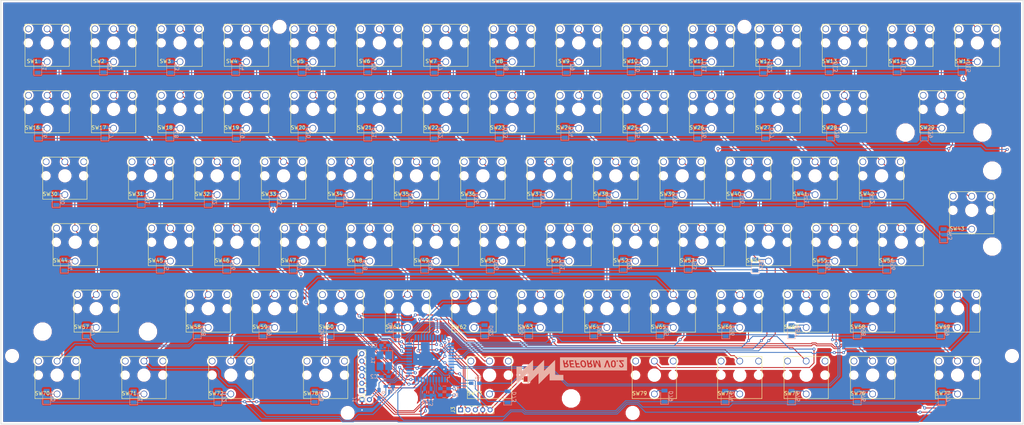
<source format=kicad_pcb>
(kicad_pcb (version 4) (host pcbnew 4.0.7+dfsg1-1)
  (layers (0 F.Cu signal) (31 B.Cu signal) (34 B.Paste user hide) (35 F.Paste user hide) (36 B.SilkS user) (37 F.SilkS user) (38 B.Mask user) (39 F.Mask user) (44 Edge.Cuts user))
  (net 0 "")
  (net 1 "Net-(D1-Pad2)")
  (net 2 "Net-(D2-Pad2)")
  (net 3 "Net-(D3-Pad2)")
  (net 4 "Net-(D4-Pad2)")
  (net 5 "Net-(D5-Pad2)")
  (net 6 "Net-(D6-Pad2)")
  (net 7 "Net-(D7-Pad2)")
  (net 8 "Net-(D8-Pad2)")
  (net 9 "Net-(D9-Pad2)")
  (net 10 "Net-(D10-Pad2)")
  (net 11 "Net-(D11-Pad2)")
  (net 12 "Net-(D12-Pad2)")
  (net 13 "Net-(D13-Pad2)")
  (net 14 "Net-(D14-Pad2)")
  (net 15 "Net-(D15-Pad2)")
  (net 16 "Net-(D16-Pad2)")
  (net 17 "Net-(D17-Pad2)")
  (net 18 "Net-(D18-Pad2)")
  (net 19 "Net-(D19-Pad2)")
  (net 20 "Net-(D20-Pad2)")
  (net 21 "Net-(D21-Pad2)")
  (net 22 "Net-(D22-Pad2)")
  (net 23 "Net-(D23-Pad2)")
  (net 24 "Net-(D24-Pad2)")
  (net 25 "Net-(D25-Pad2)")
  (net 26 "Net-(D26-Pad2)")
  (net 27 "Net-(D27-Pad2)")
  (net 28 "Net-(D28-Pad2)")
  (net 29 "Net-(D29-Pad2)")
  (net 30 "Net-(D30-Pad2)")
  (net 31 "Net-(D31-Pad2)")
  (net 32 "Net-(D32-Pad2)")
  (net 33 "Net-(D33-Pad2)")
  (net 34 "Net-(D34-Pad2)")
  (net 35 "Net-(D35-Pad2)")
  (net 36 "Net-(D36-Pad2)")
  (net 37 "Net-(D37-Pad2)")
  (net 38 "Net-(D38-Pad2)")
  (net 39 "Net-(D39-Pad2)")
  (net 40 "Net-(D40-Pad2)")
  (net 41 "Net-(D41-Pad2)")
  (net 42 "Net-(D42-Pad2)")
  (net 43 "Net-(D43-Pad2)")
  (net 44 "Net-(D44-Pad2)")
  (net 45 "Net-(D45-Pad2)")
  (net 46 "Net-(D46-Pad2)")
  (net 47 "Net-(D47-Pad2)")
  (net 48 "Net-(D48-Pad2)")
  (net 49 "Net-(D49-Pad2)")
  (net 50 "Net-(D50-Pad2)")
  (net 51 "Net-(D51-Pad2)")
  (net 52 "Net-(D52-Pad2)")
  (net 53 "Net-(D53-Pad2)")
  (net 54 "Net-(D54-Pad2)")
  (net 55 "Net-(D55-Pad2)")
  (net 56 "Net-(D56-Pad2)")
  (net 57 "Net-(D57-Pad2)")
  (net 58 "Net-(D58-Pad2)")
  (net 59 "Net-(D59-Pad2)")
  (net 60 "Net-(D60-Pad2)")
  (net 61 "Net-(D61-Pad2)")
  (net 62 "Net-(D62-Pad2)")
  (net 63 "Net-(D63-Pad2)")
  (net 64 "Net-(D64-Pad2)")
  (net 65 "Net-(D65-Pad2)")
  (net 66 "Net-(D66-Pad2)")
  (net 67 "Net-(D67-Pad2)")
  (net 68 "Net-(D68-Pad2)")
  (net 69 "Net-(D69-Pad2)")
  (net 70 "Net-(D70-Pad2)")
  (net 71 "Net-(D71-Pad2)")
  (net 72 "Net-(D72-Pad2)")
  (net 73 "Net-(D73-Pad2)")
  (net 74 "Net-(D74-Pad2)")
  (net 75 "Net-(D75-Pad2)")
  (net 76 "Net-(D76-Pad2)")
  (net 77 "Net-(D77-Pad2)")
  (net 78 "Net-(SW1-Pad1)")
  (net 79 "Net-(SW1-Pad3)")
  (net 80 "Net-(SW2-Pad1)")
  (net 81 "Net-(SW2-Pad3)")
  (net 82 "Net-(SW3-Pad1)")
  (net 83 "Net-(SW3-Pad3)")
  (net 84 "Net-(SW4-Pad1)")
  (net 85 "Net-(SW4-Pad3)")
  (net 86 "Net-(SW5-Pad1)")
  (net 87 "Net-(SW5-Pad3)")
  (net 88 "Net-(SW6-Pad1)")
  (net 89 "Net-(SW6-Pad3)")
  (net 90 "Net-(SW7-Pad1)")
  (net 91 "Net-(SW7-Pad3)")
  (net 92 "Net-(SW8-Pad1)")
  (net 93 "Net-(SW8-Pad3)")
  (net 94 "Net-(SW9-Pad1)")
  (net 95 "Net-(SW9-Pad3)")
  (net 96 "Net-(SW10-Pad1)")
  (net 97 "Net-(SW10-Pad3)")
  (net 98 "Net-(SW11-Pad1)")
  (net 99 "Net-(SW11-Pad3)")
  (net 100 "Net-(SW12-Pad1)")
  (net 101 "Net-(SW12-Pad3)")
  (net 102 "Net-(SW13-Pad1)")
  (net 103 "Net-(SW13-Pad3)")
  (net 104 "Net-(SW14-Pad1)")
  (net 105 "Net-(SW14-Pad3)")
  (net 106 "Net-(SW15-Pad1)")
  (net 107 "Net-(SW15-Pad3)")
  (net 108 "Net-(SW16-Pad1)")
  (net 109 "Net-(SW16-Pad3)")
  (net 110 "Net-(SW17-Pad1)")
  (net 111 "Net-(SW17-Pad3)")
  (net 112 "Net-(SW18-Pad1)")
  (net 113 "Net-(SW18-Pad3)")
  (net 114 "Net-(SW19-Pad1)")
  (net 115 "Net-(SW19-Pad3)")
  (net 116 "Net-(SW20-Pad1)")
  (net 117 "Net-(SW20-Pad3)")
  (net 118 "Net-(SW21-Pad1)")
  (net 119 "Net-(SW21-Pad3)")
  (net 120 "Net-(SW22-Pad1)")
  (net 121 "Net-(SW22-Pad3)")
  (net 122 "Net-(SW23-Pad1)")
  (net 123 "Net-(SW23-Pad3)")
  (net 124 "Net-(SW24-Pad1)")
  (net 125 "Net-(SW24-Pad3)")
  (net 126 "Net-(SW25-Pad1)")
  (net 127 "Net-(SW25-Pad3)")
  (net 128 "Net-(SW26-Pad1)")
  (net 129 "Net-(SW26-Pad3)")
  (net 130 "Net-(SW27-Pad1)")
  (net 131 "Net-(SW27-Pad3)")
  (net 132 "Net-(SW28-Pad1)")
  (net 133 "Net-(SW28-Pad3)")
  (net 134 "Net-(SW29-Pad1)")
  (net 135 "Net-(SW29-Pad3)")
  (net 136 "Net-(SW30-Pad1)")
  (net 137 "Net-(SW30-Pad3)")
  (net 138 "Net-(SW31-Pad1)")
  (net 139 "Net-(SW31-Pad3)")
  (net 140 "Net-(SW32-Pad1)")
  (net 141 "Net-(SW32-Pad3)")
  (net 142 "Net-(SW33-Pad1)")
  (net 143 "Net-(SW33-Pad3)")
  (net 144 "Net-(SW34-Pad1)")
  (net 145 "Net-(SW34-Pad3)")
  (net 146 "Net-(SW35-Pad1)")
  (net 147 "Net-(SW35-Pad3)")
  (net 148 "Net-(SW36-Pad1)")
  (net 149 "Net-(SW36-Pad3)")
  (net 150 "Net-(SW37-Pad1)")
  (net 151 "Net-(SW37-Pad3)")
  (net 152 "Net-(SW38-Pad1)")
  (net 153 "Net-(SW38-Pad3)")
  (net 154 "Net-(SW39-Pad1)")
  (net 155 "Net-(SW39-Pad3)")
  (net 156 "Net-(SW40-Pad1)")
  (net 157 "Net-(SW40-Pad3)")
  (net 158 "Net-(SW41-Pad1)")
  (net 159 "Net-(SW41-Pad3)")
  (net 160 "Net-(SW42-Pad1)")
  (net 161 "Net-(SW42-Pad3)")
  (net 162 "Net-(SW43-Pad1)")
  (net 163 "Net-(SW43-Pad3)")
  (net 164 "Net-(SW44-Pad1)")
  (net 165 "Net-(SW44-Pad3)")
  (net 166 "Net-(SW45-Pad1)")
  (net 167 "Net-(SW45-Pad3)")
  (net 168 "Net-(SW46-Pad1)")
  (net 169 "Net-(SW46-Pad3)")
  (net 170 "Net-(SW47-Pad1)")
  (net 171 "Net-(SW47-Pad3)")
  (net 172 "Net-(SW48-Pad1)")
  (net 173 "Net-(SW48-Pad3)")
  (net 174 "Net-(SW49-Pad1)")
  (net 175 "Net-(SW49-Pad3)")
  (net 176 "Net-(SW50-Pad1)")
  (net 177 "Net-(SW50-Pad3)")
  (net 178 "Net-(SW51-Pad1)")
  (net 179 "Net-(SW51-Pad3)")
  (net 180 "Net-(SW52-Pad1)")
  (net 181 "Net-(SW52-Pad3)")
  (net 182 "Net-(SW53-Pad1)")
  (net 183 "Net-(SW53-Pad3)")
  (net 184 "Net-(SW54-Pad1)")
  (net 185 "Net-(SW54-Pad3)")
  (net 186 "Net-(SW55-Pad1)")
  (net 187 "Net-(SW55-Pad3)")
  (net 188 "Net-(SW56-Pad1)")
  (net 189 "Net-(SW56-Pad3)")
  (net 190 "Net-(SW57-Pad1)")
  (net 191 "Net-(SW57-Pad3)")
  (net 192 "Net-(SW58-Pad1)")
  (net 193 "Net-(SW58-Pad3)")
  (net 194 "Net-(SW59-Pad1)")
  (net 195 "Net-(SW59-Pad3)")
  (net 196 "Net-(SW60-Pad1)")
  (net 197 "Net-(SW60-Pad3)")
  (net 198 "Net-(SW61-Pad1)")
  (net 199 "Net-(SW61-Pad3)")
  (net 200 "Net-(SW62-Pad1)")
  (net 201 "Net-(SW62-Pad3)")
  (net 202 "Net-(SW63-Pad1)")
  (net 203 "Net-(SW63-Pad3)")
  (net 204 "Net-(SW64-Pad1)")
  (net 205 "Net-(SW64-Pad3)")
  (net 206 "Net-(SW65-Pad1)")
  (net 207 "Net-(SW65-Pad3)")
  (net 208 "Net-(SW66-Pad1)")
  (net 209 "Net-(SW66-Pad3)")
  (net 210 "Net-(SW67-Pad1)")
  (net 211 "Net-(SW67-Pad3)")
  (net 212 "Net-(SW68-Pad1)")
  (net 213 "Net-(SW68-Pad3)")
  (net 214 "Net-(SW69-Pad1)")
  (net 215 "Net-(SW69-Pad3)")
  (net 216 "Net-(SW70-Pad1)")
  (net 217 "Net-(SW70-Pad3)")
  (net 218 "Net-(SW71-Pad1)")
  (net 219 "Net-(SW71-Pad3)")
  (net 220 "Net-(SW72-Pad1)")
  (net 221 "Net-(SW72-Pad3)")
  (net 222 "Net-(SW73-Pad1)")
  (net 223 "Net-(SW73-Pad3)")
  (net 224 "Net-(SW74-Pad1)")
  (net 225 "Net-(SW74-Pad3)")
  (net 226 "Net-(SW75-Pad1)")
  (net 227 "Net-(SW75-Pad3)")
  (net 228 "Net-(SW76-Pad1)")
  (net 229 "Net-(SW76-Pad3)")
  (net 230 "Net-(SW77-Pad1)")
  (net 231 "Net-(SW77-Pad3)")
  (net 232 "Net-(C1-Pad1)")
  (net 233 GND)
  (net 234 "Net-(C3-Pad1)")
  (net 235 UVCC)
  (net 236 RAWVCC)
  (net 237 ROW1)
  (net 238 ROW2)
  (net 239 ROW3)
  (net 240 ROW4)
  (net 241 ROW5)
  (net 242 ROW6)
  (net 243 RESET)
  (net 244 D-)
  (net 245 D+)
  (net 246 PWRON)
  (net 247 "Net-(R1-Pad1)")
  (net 248 "Net-(R2-Pad1)")
  (net 249 COL1)
  (net 250 COL2)
  (net 251 COL3)
  (net 252 COL4)
  (net 253 COL5)
  (net 254 COL6)
  (net 255 COL7)
  (net 256 COL8)
  (net 257 COL9)
  (net 258 COL10)
  (net 259 COL11)
  (net 260 COL12)
  (net 261 COL13)
  (net 262 COL14)
  (net 263 COL15)
  (net 264 "Net-(U1-Pad42)")
  (net 265 "Net-(J3-Pad1)")
  (net 266 "Net-(J3-Pad2)")
  (net 267 "Net-(J3-Pad3)")
  (net 268 "Net-(C2-Pad1)")
  (net 269 "Net-(D78-Pad2)")
  (net 270 "Net-(D79-Pad2)")
  (net 271 "Net-(SW78-Pad1)")
  (net 272 "Net-(SW78-Pad3)")
  (net 273 "Net-(SW79-Pad1)")
  (net 274 "Net-(SW79-Pad3)")
  (net 275 "Net-(D80-Pad1)")
  (net 276 "Net-(D80-Pad2)")
  (net 277 "Net-(SH1-Pad1)")
  (net 278 "Net-(SH2-Pad1)")
  (net 279 "Net-(SH3-Pad1)")
  (net 280 "Net-(SH4-Pad1)")
  (net 281 "Net-(SH5-Pad1)")
  (net 282 "Net-(SH6-Pad1)")
  (net 283 "Net-(SH7-Pad1)")
  (net 284 "Net-(SH8-Pad1)")
  (module Diodes_SMD:D_1206 (layer B.Cu) (at 117.55 119.9 90)
    (fp_text reference D61 (at 0.75 -1.85 90) (layer B.SilkS) (effects (justify mirror)))
    (fp_text value D_Small)
    (pad 1 smd rect (at -1.5 0 90) (size 1 1.6) (layers B.Cu B.Paste B.Mask) (net 241 ROW5))
    (pad 2 smd rect (at 1.5 0 90) (size 1 1.6) (layers B.Cu B.Paste B.Mask) (net 61 "Net-(D61-Pad2)"))
  )
  (module Diodes_SMD:D_1206 (layer B.Cu) (at 20.15 48.5 90)
    (fp_text reference D1 (at 0 1.8 90) (layer B.SilkS) (effects (justify mirror)))
    (fp_text value D_Small)
    (pad 1 smd rect (at -1.5 0 90) (size 1 1.6) (layers B.Cu B.Paste B.Mask) (net 237 ROW1))
    (pad 2 smd rect (at 1.5 0 90) (size 1 1.6) (layers B.Cu B.Paste B.Mask) (net 1 "Net-(D1-Pad2)"))
  )
  (module Diodes_SMD:D_1206 (layer B.Cu) (at 37.95 48.4 90)
    (fp_text reference D2 (at 0 1.8 90) (layer B.SilkS) (effects (justify mirror)))
    (fp_text value D_Small)
    (pad 1 smd rect (at -1.5 0 90) (size 1 1.6) (layers B.Cu B.Paste B.Mask) (net 237 ROW1))
    (pad 2 smd rect (at 1.5 0 90) (size 1 1.6) (layers B.Cu B.Paste B.Mask) (net 2 "Net-(D2-Pad2)"))
  )
  (module Diodes_SMD:D_1206 (layer B.Cu) (at 56.15 48.5 90)
    (fp_text reference D3 (at 0 1.8 90) (layer B.SilkS) (effects (justify mirror)))
    (fp_text value D_Small)
    (pad 1 smd rect (at -1.5 0 90) (size 1 1.6) (layers B.Cu B.Paste B.Mask) (net 237 ROW1))
    (pad 2 smd rect (at 1.5 0 90) (size 1 1.6) (layers B.Cu B.Paste B.Mask) (net 3 "Net-(D3-Pad2)"))
  )
  (module Diodes_SMD:D_1206 (layer B.Cu) (at 73.75 48.5 90)
    (fp_text reference D4 (at 0 1.8 90) (layer B.SilkS) (effects (justify mirror)))
    (fp_text value D_Small)
    (pad 1 smd rect (at -1.5 0 90) (size 1 1.6) (layers B.Cu B.Paste B.Mask) (net 237 ROW1))
    (pad 2 smd rect (at 1.5 0 90) (size 1 1.6) (layers B.Cu B.Paste B.Mask) (net 4 "Net-(D4-Pad2)"))
  )
  (module Diodes_SMD:D_1206 (layer B.Cu) (at 91.75 48.5 90)
    (fp_text reference D5 (at 0 1.8 90) (layer B.SilkS) (effects (justify mirror)))
    (fp_text value D_Small)
    (pad 1 smd rect (at -1.5 0 90) (size 1 1.6) (layers B.Cu B.Paste B.Mask) (net 237 ROW1))
    (pad 2 smd rect (at 1.5 0 90) (size 1 1.6) (layers B.Cu B.Paste B.Mask) (net 5 "Net-(D5-Pad2)"))
  )
  (module Diodes_SMD:D_1206 (layer B.Cu) (at 109.55 48.4 90)
    (fp_text reference D6 (at 0 1.8 90) (layer B.SilkS) (effects (justify mirror)))
    (fp_text value D_Small)
    (pad 1 smd rect (at -1.5 0 90) (size 1 1.6) (layers B.Cu B.Paste B.Mask) (net 237 ROW1))
    (pad 2 smd rect (at 1.5 0 90) (size 1 1.6) (layers B.Cu B.Paste B.Mask) (net 6 "Net-(D6-Pad2)"))
  )
  (module Diodes_SMD:D_1206 (layer B.Cu) (at 127.55 48.5 90)
    (fp_text reference D7 (at 0 1.8 90) (layer B.SilkS) (effects (justify mirror)))
    (fp_text value D_Small)
    (pad 1 smd rect (at -1.5 0 90) (size 1 1.6) (layers B.Cu B.Paste B.Mask) (net 237 ROW1))
    (pad 2 smd rect (at 1.5 0 90) (size 1 1.6) (layers B.Cu B.Paste B.Mask) (net 7 "Net-(D7-Pad2)"))
  )
  (module Diodes_SMD:D_1206 (layer B.Cu) (at 145.35 48.5 90)
    (fp_text reference D8 (at 0 1.8 90) (layer B.SilkS) (effects (justify mirror)))
    (fp_text value D_Small)
    (pad 1 smd rect (at -1.5 0 90) (size 1 1.6) (layers B.Cu B.Paste B.Mask) (net 237 ROW1))
    (pad 2 smd rect (at 1.5 0 90) (size 1 1.6) (layers B.Cu B.Paste B.Mask) (net 8 "Net-(D8-Pad2)"))
  )
  (module Diodes_SMD:D_1206 (layer B.Cu) (at 163.35 48.5 90)
    (fp_text reference D9 (at 0 1.8 90) (layer B.SilkS) (effects (justify mirror)))
    (fp_text value D_Small)
    (pad 1 smd rect (at -1.5 0 90) (size 1 1.6) (layers B.Cu B.Paste B.Mask) (net 237 ROW1))
    (pad 2 smd rect (at 1.5 0 90) (size 1 1.6) (layers B.Cu B.Paste B.Mask) (net 9 "Net-(D9-Pad2)"))
  )
  (module Diodes_SMD:D_1206 (layer B.Cu) (at 180.95 48.4 90)
    (fp_text reference D10 (at 0 1.8 90) (layer B.SilkS) (effects (justify mirror)))
    (fp_text value D_Small)
    (pad 1 smd rect (at -1.5 0 90) (size 1 1.6) (layers B.Cu B.Paste B.Mask) (net 237 ROW1))
    (pad 2 smd rect (at 1.5 0 90) (size 1 1.6) (layers B.Cu B.Paste B.Mask) (net 10 "Net-(D10-Pad2)"))
  )
  (module Diodes_SMD:D_1206 (layer B.Cu) (at 198.95 48.5 90)
    (fp_text reference D11 (at 0 1.8 90) (layer B.SilkS) (effects (justify mirror)))
    (fp_text value D_Small)
    (pad 1 smd rect (at -1.5 0 90) (size 1 1.6) (layers B.Cu B.Paste B.Mask) (net 237 ROW1))
    (pad 2 smd rect (at 1.5 0 90) (size 1 1.6) (layers B.Cu B.Paste B.Mask) (net 11 "Net-(D11-Pad2)"))
  )
  (module Diodes_SMD:D_1206 (layer B.Cu) (at 216.75 48.6 90)
    (fp_text reference D12 (at 0 1.8 90) (layer B.SilkS) (effects (justify mirror)))
    (fp_text value D_Small)
    (pad 1 smd rect (at -1.5 0 90) (size 1 1.6) (layers B.Cu B.Paste B.Mask) (net 237 ROW1))
    (pad 2 smd rect (at 1.5 0 90) (size 1 1.6) (layers B.Cu B.Paste B.Mask) (net 12 "Net-(D12-Pad2)"))
  )
  (module Diodes_SMD:D_1206 (layer B.Cu) (at 234.55 48.4 90)
    (fp_text reference D13 (at 0 1.8 90) (layer B.SilkS) (effects (justify mirror)))
    (fp_text value D_Small)
    (pad 1 smd rect (at -1.5 0 90) (size 1 1.6) (layers B.Cu B.Paste B.Mask) (net 237 ROW1))
    (pad 2 smd rect (at 1.5 0 90) (size 1 1.6) (layers B.Cu B.Paste B.Mask) (net 13 "Net-(D13-Pad2)"))
  )
  (module Diodes_SMD:D_1206 (layer B.Cu) (at 252.95 48.4 90)
    (fp_text reference D14 (at 0 1.8 90) (layer B.SilkS) (effects (justify mirror)))
    (fp_text value D_Small)
    (pad 1 smd rect (at -1.5 0 90) (size 1 1.6) (layers B.Cu B.Paste B.Mask) (net 237 ROW1))
    (pad 2 smd rect (at 1.5 0 90) (size 1 1.6) (layers B.Cu B.Paste B.Mask) (net 14 "Net-(D14-Pad2)"))
  )
  (module Diodes_SMD:D_1206 (layer B.Cu) (at 270.55 48.5 90)
    (fp_text reference D15 (at 0 1.8 90) (layer B.SilkS) (effects (justify mirror)))
    (fp_text value D_Small)
    (pad 1 smd rect (at -1.5 0 90) (size 1 1.6) (layers B.Cu B.Paste B.Mask) (net 237 ROW1))
    (pad 2 smd rect (at 1.5 0 90) (size 1 1.6) (layers B.Cu B.Paste B.Mask) (net 15 "Net-(D15-Pad2)"))
  )
  (module Diodes_SMD:D_1206 (layer B.Cu) (at 20.35 66.3 90)
    (fp_text reference D16 (at 0 1.8 90) (layer B.SilkS) (effects (justify mirror)))
    (fp_text value D_Small)
    (pad 1 smd rect (at -1.5 0 90) (size 1 1.6) (layers B.Cu B.Paste B.Mask) (net 238 ROW2))
    (pad 2 smd rect (at 1.5 0 90) (size 1 1.6) (layers B.Cu B.Paste B.Mask) (net 16 "Net-(D16-Pad2)"))
  )
  (module Diodes_SMD:D_1206 (layer B.Cu) (at 38.35 66.3 90)
    (fp_text reference D17 (at 0 1.8 90) (layer B.SilkS) (effects (justify mirror)))
    (fp_text value D_Small)
    (pad 1 smd rect (at -1.5 0 90) (size 1 1.6) (layers B.Cu B.Paste B.Mask) (net 238 ROW2))
    (pad 2 smd rect (at 1.5 0 90) (size 1 1.6) (layers B.Cu B.Paste B.Mask) (net 17 "Net-(D17-Pad2)"))
  )
  (module Diodes_SMD:D_1206 (layer B.Cu) (at 55.95 66.3 90)
    (fp_text reference D18 (at 0 1.8 90) (layer B.SilkS) (effects (justify mirror)))
    (fp_text value D_Small)
    (pad 1 smd rect (at -1.5 0 90) (size 1 1.6) (layers B.Cu B.Paste B.Mask) (net 238 ROW2))
    (pad 2 smd rect (at 1.5 0 90) (size 1 1.6) (layers B.Cu B.Paste B.Mask) (net 18 "Net-(D18-Pad2)"))
  )
  (module Diodes_SMD:D_1206 (layer B.Cu) (at 73.95 66.4 90)
    (fp_text reference D19 (at 0 1.8 90) (layer B.SilkS) (effects (justify mirror)))
    (fp_text value D_Small)
    (pad 1 smd rect (at -1.5 0 90) (size 1 1.6) (layers B.Cu B.Paste B.Mask) (net 238 ROW2))
    (pad 2 smd rect (at 1.5 0 90) (size 1 1.6) (layers B.Cu B.Paste B.Mask) (net 19 "Net-(D19-Pad2)"))
  )
  (module Diodes_SMD:D_1206 (layer B.Cu) (at 91.75 66.3 90)
    (fp_text reference D20 (at 0 1.8 90) (layer B.SilkS) (effects (justify mirror)))
    (fp_text value D_Small)
    (pad 1 smd rect (at -1.5 0 90) (size 1 1.6) (layers B.Cu B.Paste B.Mask) (net 238 ROW2))
    (pad 2 smd rect (at 1.5 0 90) (size 1 1.6) (layers B.Cu B.Paste B.Mask) (net 20 "Net-(D20-Pad2)"))
  )
  (module Diodes_SMD:D_1206 (layer B.Cu) (at 109.55 66.3 90)
    (fp_text reference D21 (at 0 1.8 90) (layer B.SilkS) (effects (justify mirror)))
    (fp_text value D_Small)
    (pad 1 smd rect (at -1.5 0 90) (size 1 1.6) (layers B.Cu B.Paste B.Mask) (net 238 ROW2))
    (pad 2 smd rect (at 1.5 0 90) (size 1 1.6) (layers B.Cu B.Paste B.Mask) (net 21 "Net-(D21-Pad2)"))
  )
  (module Diodes_SMD:D_1206 (layer B.Cu) (at 127.55 66.3 90)
    (fp_text reference D22 (at 0 1.8 90) (layer B.SilkS) (effects (justify mirror)))
    (fp_text value D_Small)
    (pad 1 smd rect (at -1.5 0 90) (size 1 1.6) (layers B.Cu B.Paste B.Mask) (net 238 ROW2))
    (pad 2 smd rect (at 1.5 0 90) (size 1 1.6) (layers B.Cu B.Paste B.Mask) (net 22 "Net-(D22-Pad2)"))
  )
  (module Diodes_SMD:D_1206 (layer B.Cu) (at 145.15 66.3 90)
    (fp_text reference D23 (at 0 1.8 90) (layer B.SilkS) (effects (justify mirror)))
    (fp_text value D_Small)
    (pad 1 smd rect (at -1.5 0 90) (size 1 1.6) (layers B.Cu B.Paste B.Mask) (net 238 ROW2))
    (pad 2 smd rect (at 1.5 0 90) (size 1 1.6) (layers B.Cu B.Paste B.Mask) (net 23 "Net-(D23-Pad2)"))
  )
  (module Diodes_SMD:D_1206 (layer B.Cu) (at 162.95 66.1 90)
    (fp_text reference D24 (at 0 1.8 90) (layer B.SilkS) (effects (justify mirror)))
    (fp_text value D_Small)
    (pad 1 smd rect (at -1.5 0 90) (size 1 1.6) (layers B.Cu B.Paste B.Mask) (net 238 ROW2))
    (pad 2 smd rect (at 1.5 0 90) (size 1 1.6) (layers B.Cu B.Paste B.Mask) (net 24 "Net-(D24-Pad2)"))
  )
  (module Diodes_SMD:D_1206 (layer B.Cu) (at 180.95 66.3 90)
    (fp_text reference D25 (at 0 1.8 90) (layer B.SilkS) (effects (justify mirror)))
    (fp_text value D_Small)
    (pad 1 smd rect (at -1.5 0 90) (size 1 1.6) (layers B.Cu B.Paste B.Mask) (net 238 ROW2))
    (pad 2 smd rect (at 1.5 0 90) (size 1 1.6) (layers B.Cu B.Paste B.Mask) (net 25 "Net-(D25-Pad2)"))
  )
  (module Diodes_SMD:D_1206 (layer B.Cu) (at 198.95 66.3 90)
    (fp_text reference D26 (at 0 1.8 90) (layer B.SilkS) (effects (justify mirror)))
    (fp_text value D_Small)
    (pad 1 smd rect (at -1.5 0 90) (size 1 1.6) (layers B.Cu B.Paste B.Mask) (net 238 ROW2))
    (pad 2 smd rect (at 1.5 0 90) (size 1 1.6) (layers B.Cu B.Paste B.Mask) (net 26 "Net-(D26-Pad2)"))
  )
  (module Diodes_SMD:D_1206 (layer B.Cu) (at 217.35 66.3 90)
    (fp_text reference D27 (at 0 1.8 90) (layer B.SilkS) (effects (justify mirror)))
    (fp_text value D_Small)
    (pad 1 smd rect (at -1.5 0 90) (size 1 1.6) (layers B.Cu B.Paste B.Mask) (net 238 ROW2))
    (pad 2 smd rect (at 1.5 0 90) (size 1 1.6) (layers B.Cu B.Paste B.Mask) (net 27 "Net-(D27-Pad2)"))
  )
  (module Diodes_SMD:D_1206 (layer B.Cu) (at 234.95 66.3 90)
    (fp_text reference D28 (at 0 1.8 90) (layer B.SilkS) (effects (justify mirror)))
    (fp_text value D_Small)
    (pad 1 smd rect (at -1.5 0 90) (size 1 1.6) (layers B.Cu B.Paste B.Mask) (net 238 ROW2))
    (pad 2 smd rect (at 1.5 0 90) (size 1 1.6) (layers B.Cu B.Paste B.Mask) (net 28 "Net-(D28-Pad2)"))
  )
  (module Diodes_SMD:D_1206 (layer B.Cu) (at 260.35 66.3 90)
    (fp_text reference D29 (at 0 1.8 90) (layer B.SilkS) (effects (justify mirror)))
    (fp_text value D_Small)
    (pad 1 smd rect (at -1.5 0 90) (size 1 1.6) (layers B.Cu B.Paste B.Mask) (net 238 ROW2))
    (pad 2 smd rect (at 1.5 0 90) (size 1 1.6) (layers B.Cu B.Paste B.Mask) (net 29 "Net-(D29-Pad2)"))
  )
  (module Diodes_SMD:D_1206 (layer B.Cu) (at 25.15 84.3 90)
    (fp_text reference D30 (at 0 1.8 90) (layer B.SilkS) (effects (justify mirror)))
    (fp_text value D_Small)
    (pad 1 smd rect (at -1.5 0 90) (size 1 1.6) (layers B.Cu B.Paste B.Mask) (net 239 ROW3))
    (pad 2 smd rect (at 1.5 0 90) (size 1 1.6) (layers B.Cu B.Paste B.Mask) (net 30 "Net-(D30-Pad2)"))
  )
  (module Diodes_SMD:D_1206 (layer B.Cu) (at 48.15 84.3 90)
    (fp_text reference D31 (at 0 1.8 90) (layer B.SilkS) (effects (justify mirror)))
    (fp_text value D_Small)
    (pad 1 smd rect (at -1.5 0 90) (size 1 1.6) (layers B.Cu B.Paste B.Mask) (net 239 ROW3))
    (pad 2 smd rect (at 1.5 0 90) (size 1 1.6) (layers B.Cu B.Paste B.Mask) (net 31 "Net-(D31-Pad2)"))
  )
  (module Diodes_SMD:D_1206 (layer B.Cu) (at 66.35 84.3 90)
    (fp_text reference D32 (at 0 1.8 90) (layer B.SilkS) (effects (justify mirror)))
    (fp_text value D_Small)
    (pad 1 smd rect (at -1.5 0 90) (size 1 1.6) (layers B.Cu B.Paste B.Mask) (net 239 ROW3))
    (pad 2 smd rect (at 1.5 0 90) (size 1 1.6) (layers B.Cu B.Paste B.Mask) (net 32 "Net-(D32-Pad2)"))
  )
  (module Diodes_SMD:D_1206 (layer B.Cu) (at 83.95 84.3 90)
    (fp_text reference D33 (at 0 1.8 90) (layer B.SilkS) (effects (justify mirror)))
    (fp_text value D_Small)
    (pad 1 smd rect (at -1.5 0 90) (size 1 1.6) (layers B.Cu B.Paste B.Mask) (net 239 ROW3))
    (pad 2 smd rect (at 1.5 0 90) (size 1 1.6) (layers B.Cu B.Paste B.Mask) (net 33 "Net-(D33-Pad2)"))
  )
  (module Diodes_SMD:D_1206 (layer B.Cu) (at 101.95 84.1 90)
    (fp_text reference D34 (at 0 1.8 90) (layer B.SilkS) (effects (justify mirror)))
    (fp_text value D_Small)
    (pad 1 smd rect (at -1.5 0 90) (size 1 1.6) (layers B.Cu B.Paste B.Mask) (net 239 ROW3))
    (pad 2 smd rect (at 1.5 0 90) (size 1 1.6) (layers B.Cu B.Paste B.Mask) (net 34 "Net-(D34-Pad2)"))
  )
  (module Diodes_SMD:D_1206 (layer B.Cu) (at 119.55 84.1 90)
    (fp_text reference D35 (at 0 1.8 90) (layer B.SilkS) (effects (justify mirror)))
    (fp_text value D_Small)
    (pad 1 smd rect (at -1.5 0 90) (size 1 1.6) (layers B.Cu B.Paste B.Mask) (net 239 ROW3))
    (pad 2 smd rect (at 1.5 0 90) (size 1 1.6) (layers B.Cu B.Paste B.Mask) (net 35 "Net-(D35-Pad2)"))
  )
  (module Diodes_SMD:D_1206 (layer B.Cu) (at 137.35 84.1 90)
    (fp_text reference D36 (at 0 1.8 90) (layer B.SilkS) (effects (justify mirror)))
    (fp_text value D_Small)
    (pad 1 smd rect (at -1.5 0 90) (size 1 1.6) (layers B.Cu B.Paste B.Mask) (net 239 ROW3))
    (pad 2 smd rect (at 1.5 0 90) (size 1 1.6) (layers B.Cu B.Paste B.Mask) (net 36 "Net-(D36-Pad2)"))
  )
  (module Diodes_SMD:D_1206 (layer B.Cu) (at 155.35 84.1 90)
    (fp_text reference D37 (at 0 1.8 90) (layer B.SilkS) (effects (justify mirror)))
    (fp_text value D_Small)
    (pad 1 smd rect (at -1.5 0 90) (size 1 1.6) (layers B.Cu B.Paste B.Mask) (net 239 ROW3))
    (pad 2 smd rect (at 1.5 0 90) (size 1 1.6) (layers B.Cu B.Paste B.Mask) (net 37 "Net-(D37-Pad2)"))
  )
  (module Diodes_SMD:D_1206 (layer B.Cu) (at 173.15 84.1 90)
    (fp_text reference D38 (at 0 1.8 90) (layer B.SilkS) (effects (justify mirror)))
    (fp_text value D_Small)
    (pad 1 smd rect (at -1.5 0 90) (size 1 1.6) (layers B.Cu B.Paste B.Mask) (net 239 ROW3))
    (pad 2 smd rect (at 1.5 0 90) (size 1 1.6) (layers B.Cu B.Paste B.Mask) (net 38 "Net-(D38-Pad2)"))
  )
  (module Diodes_SMD:D_1206 (layer B.Cu) (at 191.15 84.1 90)
    (fp_text reference D39 (at 0 1.8 90) (layer B.SilkS) (effects (justify mirror)))
    (fp_text value D_Small)
    (pad 1 smd rect (at -1.5 0 90) (size 1 1.6) (layers B.Cu B.Paste B.Mask) (net 239 ROW3))
    (pad 2 smd rect (at 1.5 0 90) (size 1 1.6) (layers B.Cu B.Paste B.Mask) (net 39 "Net-(D39-Pad2)"))
  )
  (module Diodes_SMD:D_1206 (layer B.Cu) (at 209.35 84.1 90)
    (fp_text reference D40 (at 0 1.8 90) (layer B.SilkS) (effects (justify mirror)))
    (fp_text value D_Small)
    (pad 1 smd rect (at -1.5 0 90) (size 1 1.6) (layers B.Cu B.Paste B.Mask) (net 239 ROW3))
    (pad 2 smd rect (at 1.5 0 90) (size 1 1.6) (layers B.Cu B.Paste B.Mask) (net 40 "Net-(D40-Pad2)"))
  )
  (module Diodes_SMD:D_1206 (layer B.Cu) (at 226.75 84.1 90)
    (fp_text reference D41 (at 0 1.8 90) (layer B.SilkS) (effects (justify mirror)))
    (fp_text value D_Small)
    (pad 1 smd rect (at -1.5 0 90) (size 1 1.6) (layers B.Cu B.Paste B.Mask) (net 239 ROW3))
    (pad 2 smd rect (at 1.5 0 90) (size 1 1.6) (layers B.Cu B.Paste B.Mask) (net 41 "Net-(D41-Pad2)"))
  )
  (module Diodes_SMD:D_1206 (layer B.Cu) (at 244.55 84.1 90)
    (fp_text reference D42 (at 0 1.8 90) (layer B.SilkS) (effects (justify mirror)))
    (fp_text value D_Small)
    (pad 1 smd rect (at -1.5 0 90) (size 1 1.6) (layers B.Cu B.Paste B.Mask) (net 239 ROW3))
    (pad 2 smd rect (at 1.5 0 90) (size 1 1.6) (layers B.Cu B.Paste B.Mask) (net 42 "Net-(D42-Pad2)"))
  )
  (module Diodes_SMD:D_1206 (layer B.Cu) (at 265.55 93.9 90)
    (fp_text reference D43 (at 0 1.8 90) (layer B.SilkS) (effects (justify mirror)))
    (fp_text value D_Small)
    (pad 1 smd rect (at -1.5 0 90) (size 1 1.6) (layers B.Cu B.Paste B.Mask) (net 239 ROW3))
    (pad 2 smd rect (at 1.5 0 90) (size 1 1.6) (layers B.Cu B.Paste B.Mask) (net 43 "Net-(D43-Pad2)"))
  )
  (module Diodes_SMD:D_1206 (layer B.Cu) (at 27.35 102.1 90)
    (fp_text reference D44 (at 0 1.8 90) (layer B.SilkS) (effects (justify mirror)))
    (fp_text value D_Small)
    (pad 1 smd rect (at -1.5 0 90) (size 1 1.6) (layers B.Cu B.Paste B.Mask) (net 240 ROW4))
    (pad 2 smd rect (at 1.5 0 90) (size 1 1.6) (layers B.Cu B.Paste B.Mask) (net 44 "Net-(D44-Pad2)"))
  )
  (module Diodes_SMD:D_1206 (layer B.Cu) (at 53.35 102.1 90)
    (fp_text reference D45 (at 0 1.8 90) (layer B.SilkS) (effects (justify mirror)))
    (fp_text value D_Small)
    (pad 1 smd rect (at -1.5 0 90) (size 1 1.6) (layers B.Cu B.Paste B.Mask) (net 240 ROW4))
    (pad 2 smd rect (at 1.5 0 90) (size 1 1.6) (layers B.Cu B.Paste B.Mask) (net 45 "Net-(D45-Pad2)"))
  )
  (module Diodes_SMD:D_1206 (layer B.Cu) (at 71.35 102.1 90)
    (fp_text reference D46 (at 0 1.8 90) (layer B.SilkS) (effects (justify mirror)))
    (fp_text value D_Small)
    (pad 1 smd rect (at -1.5 0 90) (size 1 1.6) (layers B.Cu B.Paste B.Mask) (net 240 ROW4))
    (pad 2 smd rect (at 1.5 0 90) (size 1 1.6) (layers B.Cu B.Paste B.Mask) (net 46 "Net-(D46-Pad2)"))
  )
  (module Diodes_SMD:D_1206 (layer B.Cu) (at 89.35 102.1 90)
    (fp_text reference D47 (at 0 1.8 90) (layer B.SilkS) (effects (justify mirror)))
    (fp_text value D_Small)
    (pad 1 smd rect (at -1.5 0 90) (size 1 1.6) (layers B.Cu B.Paste B.Mask) (net 240 ROW4))
    (pad 2 smd rect (at 1.5 0 90) (size 1 1.6) (layers B.Cu B.Paste B.Mask) (net 47 "Net-(D47-Pad2)"))
  )
  (module Diodes_SMD:D_1206 (layer B.Cu) (at 107.15 102.1 90)
    (fp_text reference D48 (at 0 1.8 90) (layer B.SilkS) (effects (justify mirror)))
    (fp_text value D_Small)
    (pad 1 smd rect (at -1.5 0 90) (size 1 1.6) (layers B.Cu B.Paste B.Mask) (net 240 ROW4))
    (pad 2 smd rect (at 1.5 0 90) (size 1 1.6) (layers B.Cu B.Paste B.Mask) (net 48 "Net-(D48-Pad2)"))
  )
  (module Diodes_SMD:D_1206 (layer B.Cu) (at 124.95 102.1 90)
    (fp_text reference D49 (at 0 1.8 90) (layer B.SilkS) (effects (justify mirror)))
    (fp_text value D_Small)
    (pad 1 smd rect (at -1.5 0 90) (size 1 1.6) (layers B.Cu B.Paste B.Mask) (net 240 ROW4))
    (pad 2 smd rect (at 1.5 0 90) (size 1 1.6) (layers B.Cu B.Paste B.Mask) (net 49 "Net-(D49-Pad2)"))
  )
  (module Diodes_SMD:D_1206 (layer B.Cu) (at 142.75 102.1 90)
    (fp_text reference D50 (at 0 1.8 90) (layer B.SilkS) (effects (justify mirror)))
    (fp_text value D_Small)
    (pad 1 smd rect (at -1.5 0 90) (size 1 1.6) (layers B.Cu B.Paste B.Mask) (net 240 ROW4))
    (pad 2 smd rect (at 1.5 0 90) (size 1 1.6) (layers B.Cu B.Paste B.Mask) (net 50 "Net-(D50-Pad2)"))
  )
  (module Diodes_SMD:D_1206 (layer B.Cu) (at 160.55 102.1 90)
    (fp_text reference D51 (at 0 1.8 90) (layer B.SilkS) (effects (justify mirror)))
    (fp_text value D_Small)
    (pad 1 smd rect (at -1.5 0 90) (size 1 1.6) (layers B.Cu B.Paste B.Mask) (net 240 ROW4))
    (pad 2 smd rect (at 1.5 0 90) (size 1 1.6) (layers B.Cu B.Paste B.Mask) (net 51 "Net-(D51-Pad2)"))
  )
  (module Diodes_SMD:D_1206 (layer B.Cu) (at 178.75 101.9 90)
    (fp_text reference D52 (at 0 1.8 90) (layer B.SilkS) (effects (justify mirror)))
    (fp_text value D_Small)
    (pad 1 smd rect (at -1.5 0 90) (size 1 1.6) (layers B.Cu B.Paste B.Mask) (net 240 ROW4))
    (pad 2 smd rect (at 1.5 0 90) (size 1 1.6) (layers B.Cu B.Paste B.Mask) (net 52 "Net-(D52-Pad2)"))
  )
  (module Diodes_SMD:D_1206 (layer B.Cu) (at 196.35 101.9 90)
    (fp_text reference D53 (at 0 1.8 90) (layer B.SilkS) (effects (justify mirror)))
    (fp_text value D_Small)
    (pad 1 smd rect (at -1.5 0 90) (size 1 1.6) (layers B.Cu B.Paste B.Mask) (net 240 ROW4))
    (pad 2 smd rect (at 1.5 0 90) (size 1 1.6) (layers B.Cu B.Paste B.Mask) (net 53 "Net-(D53-Pad2)"))
  )
  (module Diodes_SMD:D_1206 (layer B.Cu) (at 214.55 102.1 90)
    (fp_text reference D54 (at 0 1.8 90) (layer B.SilkS) (effects (justify mirror)))
    (fp_text value D_Small)
    (pad 1 smd rect (at -1.5 0 90) (size 1 1.6) (layers B.Cu B.Paste B.Mask) (net 240 ROW4))
    (pad 2 smd rect (at 1.5 0 90) (size 1 1.6) (layers B.Cu B.Paste B.Mask) (net 54 "Net-(D54-Pad2)"))
  )
  (module Diodes_SMD:D_1206 (layer B.Cu) (at 232.55 102.1 90)
    (fp_text reference D55 (at 0 1.8 90) (layer B.SilkS) (effects (justify mirror)))
    (fp_text value D_Small)
    (pad 1 smd rect (at -1.5 0 90) (size 1 1.6) (layers B.Cu B.Paste B.Mask) (net 240 ROW4))
    (pad 2 smd rect (at 1.5 0 90) (size 1 1.6) (layers B.Cu B.Paste B.Mask) (net 55 "Net-(D55-Pad2)"))
  )
  (module Diodes_SMD:D_1206 (layer B.Cu) (at 250.15 102.1 90)
    (fp_text reference D56 (at 0 1.8 90) (layer B.SilkS) (effects (justify mirror)))
    (fp_text value D_Small)
    (pad 1 smd rect (at -1.5 0 90) (size 1 1.6) (layers B.Cu B.Paste B.Mask) (net 240 ROW4))
    (pad 2 smd rect (at 1.5 0 90) (size 1 1.6) (layers B.Cu B.Paste B.Mask) (net 56 "Net-(D56-Pad2)"))
  )
  (module Diodes_SMD:D_1206 (layer B.Cu) (at 33.35 119.9 90)
    (fp_text reference D57 (at 0 1.8 90) (layer B.SilkS) (effects (justify mirror)))
    (fp_text value D_Small)
    (pad 1 smd rect (at -1.5 0 90) (size 1 1.6) (layers B.Cu B.Paste B.Mask) (net 241 ROW5))
    (pad 2 smd rect (at 1.5 0 90) (size 1 1.6) (layers B.Cu B.Paste B.Mask) (net 57 "Net-(D57-Pad2)"))
  )
  (module Diodes_SMD:D_1206 (layer B.Cu) (at 63.35 119.9 90)
    (fp_text reference D58 (at 0 1.8 90) (layer B.SilkS) (effects (justify mirror)))
    (fp_text value D_Small)
    (pad 1 smd rect (at -1.5 0 90) (size 1 1.6) (layers B.Cu B.Paste B.Mask) (net 241 ROW5))
    (pad 2 smd rect (at 1.5 0 90) (size 1 1.6) (layers B.Cu B.Paste B.Mask) (net 58 "Net-(D58-Pad2)"))
  )
  (module Diodes_SMD:D_1206 (layer B.Cu) (at 81.15 119.9 90)
    (fp_text reference D59 (at 0 1.8 90) (layer B.SilkS) (effects (justify mirror)))
    (fp_text value D_Small)
    (pad 1 smd rect (at -1.5 0 90) (size 1 1.6) (layers B.Cu B.Paste B.Mask) (net 241 ROW5))
    (pad 2 smd rect (at 1.5 0 90) (size 1 1.6) (layers B.Cu B.Paste B.Mask) (net 59 "Net-(D59-Pad2)"))
  )
  (module Diodes_SMD:D_1206 (layer B.Cu) (at 99.35 120.1 90)
    (fp_text reference D60 (at -0.8 -2.15 90) (layer B.SilkS) (effects (justify mirror)))
    (fp_text value D_Small)
    (pad 1 smd rect (at -1.5 0 90) (size 1 1.6) (layers B.Cu B.Paste B.Mask) (net 241 ROW5))
    (pad 2 smd rect (at 1.5 0 90) (size 1 1.6) (layers B.Cu B.Paste B.Mask) (net 60 "Net-(D60-Pad2)"))
  )
  (module Diodes_SMD:D_1206 (layer B.Cu) (at 141.2 119.9 90)
    (fp_text reference D62 (at 0 1.8 90) (layer B.SilkS) (effects (justify mirror)))
    (fp_text value D_Small)
    (pad 1 smd rect (at -1.5 0 90) (size 1 1.6) (layers B.Cu B.Paste B.Mask) (net 241 ROW5))
    (pad 2 smd rect (at 1.5 0 90) (size 1 1.6) (layers B.Cu B.Paste B.Mask) (net 62 "Net-(D62-Pad2)"))
  )
  (module Diodes_SMD:D_1206 (layer B.Cu) (at 153.15 119.9 90)
    (fp_text reference D63 (at 0.25 -1.95 90) (layer B.SilkS) (effects (justify mirror)))
    (fp_text value D_Small)
    (pad 1 smd rect (at -1.5 0 90) (size 1 1.6) (layers B.Cu B.Paste B.Mask) (net 241 ROW5))
    (pad 2 smd rect (at 1.5 0 90) (size 1 1.6) (layers B.Cu B.Paste B.Mask) (net 63 "Net-(D63-Pad2)"))
  )
  (module Diodes_SMD:D_1206 (layer B.Cu) (at 170.75 119.9 90)
    (fp_text reference D64 (at 0 1.8 90) (layer B.SilkS) (effects (justify mirror)))
    (fp_text value D_Small)
    (pad 1 smd rect (at -1.5 0 90) (size 1 1.6) (layers B.Cu B.Paste B.Mask) (net 241 ROW5))
    (pad 2 smd rect (at 1.5 0 90) (size 1 1.6) (layers B.Cu B.Paste B.Mask) (net 64 "Net-(D64-Pad2)"))
  )
  (module Diodes_SMD:D_1206 (layer B.Cu) (at 188.75 119.9 90)
    (fp_text reference D65 (at 0 1.8 90) (layer B.SilkS) (effects (justify mirror)))
    (fp_text value D_Small)
    (pad 1 smd rect (at -1.5 0 90) (size 1 1.6) (layers B.Cu B.Paste B.Mask) (net 241 ROW5))
    (pad 2 smd rect (at 1.5 0 90) (size 1 1.6) (layers B.Cu B.Paste B.Mask) (net 65 "Net-(D65-Pad2)"))
  )
  (module Diodes_SMD:D_1206 (layer B.Cu) (at 206.55 119.9 90)
    (fp_text reference D66 (at 0 1.8 90) (layer B.SilkS) (effects (justify mirror)))
    (fp_text value D_Small)
    (pad 1 smd rect (at -1.5 0 90) (size 1 1.6) (layers B.Cu B.Paste B.Mask) (net 241 ROW5))
    (pad 2 smd rect (at 1.5 0 90) (size 1 1.6) (layers B.Cu B.Paste B.Mask) (net 66 "Net-(D66-Pad2)"))
  )
  (module Diodes_SMD:D_1206 (layer B.Cu) (at 224.35 119.9 90)
    (fp_text reference D67 (at 0 1.8 90) (layer B.SilkS) (effects (justify mirror)))
    (fp_text value D_Small)
    (pad 1 smd rect (at -1.5 0 90) (size 1 1.6) (layers B.Cu B.Paste B.Mask) (net 241 ROW5))
    (pad 2 smd rect (at 1.5 0 90) (size 1 1.6) (layers B.Cu B.Paste B.Mask) (net 67 "Net-(D67-Pad2)"))
  )
  (module Diodes_SMD:D_1206 (layer B.Cu) (at 242.15 119.9 90)
    (fp_text reference D68 (at 0 1.8 90) (layer B.SilkS) (effects (justify mirror)))
    (fp_text value D_Small)
    (pad 1 smd rect (at -1.5 0 90) (size 1 1.6) (layers B.Cu B.Paste B.Mask) (net 241 ROW5))
    (pad 2 smd rect (at 1.5 0 90) (size 1 1.6) (layers B.Cu B.Paste B.Mask) (net 68 "Net-(D68-Pad2)"))
  )
  (module Diodes_SMD:D_1206 (layer B.Cu) (at 264.75 119.9 90)
    (fp_text reference D69 (at 0 1.8 90) (layer B.SilkS) (effects (justify mirror)))
    (fp_text value D_Small)
    (pad 1 smd rect (at -1.5 0 90) (size 1 1.6) (layers B.Cu B.Paste B.Mask) (net 241 ROW5))
    (pad 2 smd rect (at 1.5 0 90) (size 1 1.6) (layers B.Cu B.Paste B.Mask) (net 69 "Net-(D69-Pad2)"))
  )
  (module Diodes_SMD:D_1206 (layer B.Cu) (at 22.55 137.7 90)
    (fp_text reference D70 (at 0 1.8 90) (layer B.SilkS) (effects (justify mirror)))
    (fp_text value D_Small)
    (pad 1 smd rect (at -1.5 0 90) (size 1 1.6) (layers B.Cu B.Paste B.Mask) (net 242 ROW6))
    (pad 2 smd rect (at 1.5 0 90) (size 1 1.6) (layers B.Cu B.Paste B.Mask) (net 70 "Net-(D70-Pad2)"))
  )
  (module Diodes_SMD:D_1206 (layer B.Cu) (at 46.15 137.8 90)
    (fp_text reference D71 (at 0 1.8 90) (layer B.SilkS) (effects (justify mirror)))
    (fp_text value D_Small)
    (pad 1 smd rect (at -1.5 0 90) (size 1 1.6) (layers B.Cu B.Paste B.Mask) (net 242 ROW6))
    (pad 2 smd rect (at 1.5 0 90) (size 1 1.6) (layers B.Cu B.Paste B.Mask) (net 71 "Net-(D71-Pad2)"))
  )
  (module Diodes_SMD:D_1206 (layer B.Cu) (at 68.95 137.9 90)
    (fp_text reference D72 (at 0 1.8 90) (layer B.SilkS) (effects (justify mirror)))
    (fp_text value D_Small)
    (pad 1 smd rect (at -1.5 0 90) (size 1 1.6) (layers B.Cu B.Paste B.Mask) (net 242 ROW6))
    (pad 2 smd rect (at 1.5 0 90) (size 1 1.6) (layers B.Cu B.Paste B.Mask) (net 72 "Net-(D72-Pad2)"))
  )
  (module Diodes_SMD:D_1206 (layer B.Cu) (at 147.45 137.85 90)
    (fp_text reference D73 (at 0 1.8 90) (layer B.SilkS) (effects (justify mirror)))
    (fp_text value D_Small)
    (pad 1 smd rect (at -1.5 0 90) (size 1 1.6) (layers B.Cu B.Paste B.Mask) (net 242 ROW6))
    (pad 2 smd rect (at 1.5 0 90) (size 1 1.6) (layers B.Cu B.Paste B.Mask) (net 73 "Net-(D73-Pad2)"))
  )
  (module Diodes_SMD:D_1206 (layer B.Cu) (at 206.35 137.7 90)
    (fp_text reference D74 (at 0 1.8 90) (layer B.SilkS) (effects (justify mirror)))
    (fp_text value D_Small)
    (pad 1 smd rect (at -1.5 0 90) (size 1 1.6) (layers B.Cu B.Paste B.Mask) (net 242 ROW6))
    (pad 2 smd rect (at 1.5 0 90) (size 1 1.6) (layers B.Cu B.Paste B.Mask) (net 74 "Net-(D74-Pad2)"))
  )
  (module Diodes_SMD:D_1206 (layer B.Cu) (at 224.35 137.7 90)
    (fp_text reference D75 (at 0 1.8 90) (layer B.SilkS) (effects (justify mirror)))
    (fp_text value D_Small)
    (pad 1 smd rect (at -1.5 0 90) (size 1 1.6) (layers B.Cu B.Paste B.Mask) (net 242 ROW6))
    (pad 2 smd rect (at 1.5 0 90) (size 1 1.6) (layers B.Cu B.Paste B.Mask) (net 75 "Net-(D75-Pad2)"))
  )
  (module Diodes_SMD:D_1206 (layer B.Cu) (at 242.15 137.7 90)
    (fp_text reference D76 (at 0 1.8 90) (layer B.SilkS) (effects (justify mirror)))
    (fp_text value D_Small)
    (pad 1 smd rect (at -1.5 0 90) (size 1 1.6) (layers B.Cu B.Paste B.Mask) (net 242 ROW6))
    (pad 2 smd rect (at 1.5 0 90) (size 1 1.6) (layers B.Cu B.Paste B.Mask) (net 76 "Net-(D76-Pad2)"))
  )
  (module Diodes_SMD:D_1206 (layer B.Cu) (at 265.15 137.8 90)
    (fp_text reference D77 (at 0 1.8 90) (layer B.SilkS) (effects (justify mirror)))
    (fp_text value D_Small)
    (pad 1 smd rect (at -1.5 0 90) (size 1 1.6) (layers B.Cu B.Paste B.Mask) (net 242 ROW6))
    (pad 2 smd rect (at 1.5 0 90) (size 1 1.6) (layers B.Cu B.Paste B.Mask) (net 77 "Net-(D77-Pad2)"))
  )
  (module mntcomp-keyboard:cherry-ml (layer F.Cu) (at 16.7 36.9)
    (fp_text reference SW1 (at 2 10) (layer F.SilkS))
    (fp_text value ML)
    (pad 1 thru_hole circle (at 0.94 1.248) (size 1.8 1.8) (drill 1.4) (layers *.Cu *.Mask) (net 78 "Net-(SW1-Pad1)"))
    (pad 3 thru_hole circle (at 11.11 1.248) (size 1.8 1.8) (drill 1.4) (layers *.Cu *.Mask) (net 79 "Net-(SW1-Pad3)"))
    (pad 2 thru_hole circle (at 6 1.248) (size 1.8 1.8) (drill 1.4) (layers *.Cu *.Mask) (net 249 COL1))
    (pad 4 thru_hole circle (at 6 10.156) (size 1.8 1.8) (drill 1.4) (layers *.Cu *.Mask) (net 1 "Net-(D1-Pad2)"))
    (pad "" np_thru_hole circle (at 0.9 5.05) (size 1.55 1.55) (drill 1.55) (layers *.Cu *.Mask))
    (pad "" np_thru_hole circle (at 11.1 5.05) (size 1.55 1.55) (drill 1.55) (layers *.Cu *.Mask))
    (pad "" np_thru_hole circle (at 6 5.05) (size 2.6 2.6) (drill 2.6) (layers *.Cu *.Mask))
  )
  (module mntcomp-keyboard:cherry-ml (layer F.Cu) (at 34.7 36.9)
    (fp_text reference SW2 (at 2 10) (layer F.SilkS))
    (fp_text value ML)
    (pad 1 thru_hole circle (at 0.94 1.248) (size 1.8 1.8) (drill 1.4) (layers *.Cu *.Mask) (net 80 "Net-(SW2-Pad1)"))
    (pad 3 thru_hole circle (at 11.11 1.248) (size 1.8 1.8) (drill 1.4) (layers *.Cu *.Mask) (net 81 "Net-(SW2-Pad3)"))
    (pad 2 thru_hole circle (at 6 1.248) (size 1.8 1.8) (drill 1.4) (layers *.Cu *.Mask) (net 250 COL2))
    (pad 4 thru_hole circle (at 6 10.156) (size 1.8 1.8) (drill 1.4) (layers *.Cu *.Mask) (net 2 "Net-(D2-Pad2)"))
    (pad "" np_thru_hole circle (at 0.9 5.05) (size 1.55 1.55) (drill 1.55) (layers *.Cu *.Mask))
    (pad "" np_thru_hole circle (at 11.1 5.05) (size 1.55 1.55) (drill 1.55) (layers *.Cu *.Mask))
    (pad "" np_thru_hole circle (at 6 5.05) (size 2.6 2.6) (drill 2.6) (layers *.Cu *.Mask))
  )
  (module mntcomp-keyboard:cherry-ml (layer F.Cu) (at 52.7 36.9)
    (fp_text reference SW3 (at 2 10) (layer F.SilkS))
    (fp_text value ML)
    (pad 1 thru_hole circle (at 0.94 1.248) (size 1.8 1.8) (drill 1.4) (layers *.Cu *.Mask) (net 82 "Net-(SW3-Pad1)"))
    (pad 3 thru_hole circle (at 11.11 1.248) (size 1.8 1.8) (drill 1.4) (layers *.Cu *.Mask) (net 83 "Net-(SW3-Pad3)"))
    (pad 2 thru_hole circle (at 6 1.248) (size 1.8 1.8) (drill 1.4) (layers *.Cu *.Mask) (net 251 COL3))
    (pad 4 thru_hole circle (at 6 10.156) (size 1.8 1.8) (drill 1.4) (layers *.Cu *.Mask) (net 3 "Net-(D3-Pad2)"))
    (pad "" np_thru_hole circle (at 0.9 5.05) (size 1.55 1.55) (drill 1.55) (layers *.Cu *.Mask))
    (pad "" np_thru_hole circle (at 11.1 5.05) (size 1.55 1.55) (drill 1.55) (layers *.Cu *.Mask))
    (pad "" np_thru_hole circle (at 6 5.05) (size 2.6 2.6) (drill 2.6) (layers *.Cu *.Mask))
  )
  (module mntcomp-keyboard:cherry-ml (layer F.Cu) (at 70.7 36.9)
    (fp_text reference SW4 (at 2 10) (layer F.SilkS))
    (fp_text value ML)
    (pad 1 thru_hole circle (at 0.94 1.248) (size 1.8 1.8) (drill 1.4) (layers *.Cu *.Mask) (net 84 "Net-(SW4-Pad1)"))
    (pad 3 thru_hole circle (at 11.11 1.248) (size 1.8 1.8) (drill 1.4) (layers *.Cu *.Mask) (net 85 "Net-(SW4-Pad3)"))
    (pad 2 thru_hole circle (at 6 1.248) (size 1.8 1.8) (drill 1.4) (layers *.Cu *.Mask) (net 252 COL4))
    (pad 4 thru_hole circle (at 6 10.156) (size 1.8 1.8) (drill 1.4) (layers *.Cu *.Mask) (net 4 "Net-(D4-Pad2)"))
    (pad "" np_thru_hole circle (at 0.9 5.05) (size 1.55 1.55) (drill 1.55) (layers *.Cu *.Mask))
    (pad "" np_thru_hole circle (at 11.1 5.05) (size 1.55 1.55) (drill 1.55) (layers *.Cu *.Mask))
    (pad "" np_thru_hole circle (at 6 5.05) (size 2.6 2.6) (drill 2.6) (layers *.Cu *.Mask))
  )
  (module mntcomp-keyboard:cherry-ml (layer F.Cu) (at 88.7 36.9)
    (fp_text reference SW5 (at 2 10) (layer F.SilkS))
    (fp_text value ML)
    (pad 1 thru_hole circle (at 0.94 1.248) (size 1.8 1.8) (drill 1.4) (layers *.Cu *.Mask) (net 86 "Net-(SW5-Pad1)"))
    (pad 3 thru_hole circle (at 11.11 1.248) (size 1.8 1.8) (drill 1.4) (layers *.Cu *.Mask) (net 87 "Net-(SW5-Pad3)"))
    (pad 2 thru_hole circle (at 6 1.248) (size 1.8 1.8) (drill 1.4) (layers *.Cu *.Mask) (net 253 COL5))
    (pad 4 thru_hole circle (at 6 10.156) (size 1.8 1.8) (drill 1.4) (layers *.Cu *.Mask) (net 5 "Net-(D5-Pad2)"))
    (pad "" np_thru_hole circle (at 0.9 5.05) (size 1.55 1.55) (drill 1.55) (layers *.Cu *.Mask))
    (pad "" np_thru_hole circle (at 11.1 5.05) (size 1.55 1.55) (drill 1.55) (layers *.Cu *.Mask))
    (pad "" np_thru_hole circle (at 6 5.05) (size 2.6 2.6) (drill 2.6) (layers *.Cu *.Mask))
  )
  (module mntcomp-keyboard:cherry-ml (layer F.Cu) (at 106.7 36.9)
    (fp_text reference SW6 (at 2 10) (layer F.SilkS))
    (fp_text value ML)
    (pad 1 thru_hole circle (at 0.94 1.248) (size 1.8 1.8) (drill 1.4) (layers *.Cu *.Mask) (net 88 "Net-(SW6-Pad1)"))
    (pad 3 thru_hole circle (at 11.11 1.248) (size 1.8 1.8) (drill 1.4) (layers *.Cu *.Mask) (net 89 "Net-(SW6-Pad3)"))
    (pad 2 thru_hole circle (at 6 1.248) (size 1.8 1.8) (drill 1.4) (layers *.Cu *.Mask) (net 254 COL6))
    (pad 4 thru_hole circle (at 6 10.156) (size 1.8 1.8) (drill 1.4) (layers *.Cu *.Mask) (net 6 "Net-(D6-Pad2)"))
    (pad "" np_thru_hole circle (at 0.9 5.05) (size 1.55 1.55) (drill 1.55) (layers *.Cu *.Mask))
    (pad "" np_thru_hole circle (at 11.1 5.05) (size 1.55 1.55) (drill 1.55) (layers *.Cu *.Mask))
    (pad "" np_thru_hole circle (at 6 5.05) (size 2.6 2.6) (drill 2.6) (layers *.Cu *.Mask))
  )
  (module mntcomp-keyboard:cherry-ml (layer F.Cu) (at 142.7 36.9)
    (fp_text reference SW8 (at 2 10) (layer F.SilkS))
    (fp_text value ML)
    (pad 1 thru_hole circle (at 0.94 1.248) (size 1.8 1.8) (drill 1.4) (layers *.Cu *.Mask) (net 92 "Net-(SW8-Pad1)"))
    (pad 3 thru_hole circle (at 11.11 1.248) (size 1.8 1.8) (drill 1.4) (layers *.Cu *.Mask) (net 93 "Net-(SW8-Pad3)"))
    (pad 2 thru_hole circle (at 6 1.248) (size 1.8 1.8) (drill 1.4) (layers *.Cu *.Mask) (net 256 COL8))
    (pad 4 thru_hole circle (at 6 10.156) (size 1.8 1.8) (drill 1.4) (layers *.Cu *.Mask) (net 8 "Net-(D8-Pad2)"))
    (pad "" np_thru_hole circle (at 0.9 5.05) (size 1.55 1.55) (drill 1.55) (layers *.Cu *.Mask))
    (pad "" np_thru_hole circle (at 11.1 5.05) (size 1.55 1.55) (drill 1.55) (layers *.Cu *.Mask))
    (pad "" np_thru_hole circle (at 6 5.05) (size 2.6 2.6) (drill 2.6) (layers *.Cu *.Mask))
  )
  (module mntcomp-keyboard:cherry-ml (layer F.Cu) (at 160.7 36.9)
    (fp_text reference SW9 (at 2 10) (layer F.SilkS))
    (fp_text value ML)
    (pad 1 thru_hole circle (at 0.94 1.248) (size 1.8 1.8) (drill 1.4) (layers *.Cu *.Mask) (net 94 "Net-(SW9-Pad1)"))
    (pad 3 thru_hole circle (at 11.11 1.248) (size 1.8 1.8) (drill 1.4) (layers *.Cu *.Mask) (net 95 "Net-(SW9-Pad3)"))
    (pad 2 thru_hole circle (at 6 1.248) (size 1.8 1.8) (drill 1.4) (layers *.Cu *.Mask) (net 257 COL9))
    (pad 4 thru_hole circle (at 6 10.156) (size 1.8 1.8) (drill 1.4) (layers *.Cu *.Mask) (net 9 "Net-(D9-Pad2)"))
    (pad "" np_thru_hole circle (at 0.9 5.05) (size 1.55 1.55) (drill 1.55) (layers *.Cu *.Mask))
    (pad "" np_thru_hole circle (at 11.1 5.05) (size 1.55 1.55) (drill 1.55) (layers *.Cu *.Mask))
    (pad "" np_thru_hole circle (at 6 5.05) (size 2.6 2.6) (drill 2.6) (layers *.Cu *.Mask))
  )
  (module mntcomp-keyboard:cherry-ml (layer F.Cu) (at 178.7 36.9)
    (fp_text reference SW10 (at 2 10) (layer F.SilkS))
    (fp_text value ML)
    (pad 1 thru_hole circle (at 0.94 1.248) (size 1.8 1.8) (drill 1.4) (layers *.Cu *.Mask) (net 96 "Net-(SW10-Pad1)"))
    (pad 3 thru_hole circle (at 11.11 1.248) (size 1.8 1.8) (drill 1.4) (layers *.Cu *.Mask) (net 97 "Net-(SW10-Pad3)"))
    (pad 2 thru_hole circle (at 6 1.248) (size 1.8 1.8) (drill 1.4) (layers *.Cu *.Mask) (net 258 COL10))
    (pad 4 thru_hole circle (at 6 10.156) (size 1.8 1.8) (drill 1.4) (layers *.Cu *.Mask) (net 10 "Net-(D10-Pad2)"))
    (pad "" np_thru_hole circle (at 0.9 5.05) (size 1.55 1.55) (drill 1.55) (layers *.Cu *.Mask))
    (pad "" np_thru_hole circle (at 11.1 5.05) (size 1.55 1.55) (drill 1.55) (layers *.Cu *.Mask))
    (pad "" np_thru_hole circle (at 6 5.05) (size 2.6 2.6) (drill 2.6) (layers *.Cu *.Mask))
  )
  (module mntcomp-keyboard:cherry-ml (layer F.Cu) (at 196.7 36.9)
    (fp_text reference SW11 (at 2 10) (layer F.SilkS))
    (fp_text value ML)
    (pad 1 thru_hole circle (at 0.94 1.248) (size 1.8 1.8) (drill 1.4) (layers *.Cu *.Mask) (net 98 "Net-(SW11-Pad1)"))
    (pad 3 thru_hole circle (at 11.11 1.248) (size 1.8 1.8) (drill 1.4) (layers *.Cu *.Mask) (net 99 "Net-(SW11-Pad3)"))
    (pad 2 thru_hole circle (at 6 1.248) (size 1.8 1.8) (drill 1.4) (layers *.Cu *.Mask) (net 259 COL11))
    (pad 4 thru_hole circle (at 6 10.156) (size 1.8 1.8) (drill 1.4) (layers *.Cu *.Mask) (net 11 "Net-(D11-Pad2)"))
    (pad "" np_thru_hole circle (at 0.9 5.05) (size 1.55 1.55) (drill 1.55) (layers *.Cu *.Mask))
    (pad "" np_thru_hole circle (at 11.1 5.05) (size 1.55 1.55) (drill 1.55) (layers *.Cu *.Mask))
    (pad "" np_thru_hole circle (at 6 5.05) (size 2.6 2.6) (drill 2.6) (layers *.Cu *.Mask))
  )
  (module mntcomp-keyboard:cherry-ml (layer F.Cu) (at 214.7 36.9)
    (fp_text reference SW12 (at 2 10) (layer F.SilkS))
    (fp_text value ML)
    (pad 1 thru_hole circle (at 0.94 1.248) (size 1.8 1.8) (drill 1.4) (layers *.Cu *.Mask) (net 100 "Net-(SW12-Pad1)"))
    (pad 3 thru_hole circle (at 11.11 1.248) (size 1.8 1.8) (drill 1.4) (layers *.Cu *.Mask) (net 101 "Net-(SW12-Pad3)"))
    (pad 2 thru_hole circle (at 6 1.248) (size 1.8 1.8) (drill 1.4) (layers *.Cu *.Mask) (net 260 COL12))
    (pad 4 thru_hole circle (at 6 10.156) (size 1.8 1.8) (drill 1.4) (layers *.Cu *.Mask) (net 12 "Net-(D12-Pad2)"))
    (pad "" np_thru_hole circle (at 0.9 5.05) (size 1.55 1.55) (drill 1.55) (layers *.Cu *.Mask))
    (pad "" np_thru_hole circle (at 11.1 5.05) (size 1.55 1.55) (drill 1.55) (layers *.Cu *.Mask))
    (pad "" np_thru_hole circle (at 6 5.05) (size 2.6 2.6) (drill 2.6) (layers *.Cu *.Mask))
  )
  (module mntcomp-keyboard:cherry-ml (layer F.Cu) (at 232.7 36.9)
    (fp_text reference SW13 (at 2 10) (layer F.SilkS))
    (fp_text value ML)
    (pad 1 thru_hole circle (at 0.94 1.248) (size 1.8 1.8) (drill 1.4) (layers *.Cu *.Mask) (net 102 "Net-(SW13-Pad1)"))
    (pad 3 thru_hole circle (at 11.11 1.248) (size 1.8 1.8) (drill 1.4) (layers *.Cu *.Mask) (net 103 "Net-(SW13-Pad3)"))
    (pad 2 thru_hole circle (at 6 1.248) (size 1.8 1.8) (drill 1.4) (layers *.Cu *.Mask) (net 261 COL13))
    (pad 4 thru_hole circle (at 6 10.156) (size 1.8 1.8) (drill 1.4) (layers *.Cu *.Mask) (net 13 "Net-(D13-Pad2)"))
    (pad "" np_thru_hole circle (at 0.9 5.05) (size 1.55 1.55) (drill 1.55) (layers *.Cu *.Mask))
    (pad "" np_thru_hole circle (at 11.1 5.05) (size 1.55 1.55) (drill 1.55) (layers *.Cu *.Mask))
    (pad "" np_thru_hole circle (at 6 5.05) (size 2.6 2.6) (drill 2.6) (layers *.Cu *.Mask))
  )
  (module mntcomp-keyboard:cherry-ml (layer F.Cu) (at 250.7 36.9)
    (fp_text reference SW14 (at 2 10) (layer F.SilkS))
    (fp_text value ML)
    (pad 1 thru_hole circle (at 0.94 1.248) (size 1.8 1.8) (drill 1.4) (layers *.Cu *.Mask) (net 104 "Net-(SW14-Pad1)"))
    (pad 3 thru_hole circle (at 11.11 1.248) (size 1.8 1.8) (drill 1.4) (layers *.Cu *.Mask) (net 105 "Net-(SW14-Pad3)"))
    (pad 2 thru_hole circle (at 6 1.248) (size 1.8 1.8) (drill 1.4) (layers *.Cu *.Mask) (net 262 COL14))
    (pad 4 thru_hole circle (at 6 10.156) (size 1.8 1.8) (drill 1.4) (layers *.Cu *.Mask) (net 14 "Net-(D14-Pad2)"))
    (pad "" np_thru_hole circle (at 0.9 5.05) (size 1.55 1.55) (drill 1.55) (layers *.Cu *.Mask))
    (pad "" np_thru_hole circle (at 11.1 5.05) (size 1.55 1.55) (drill 1.55) (layers *.Cu *.Mask))
    (pad "" np_thru_hole circle (at 6 5.05) (size 2.6 2.6) (drill 2.6) (layers *.Cu *.Mask))
  )
  (module mntcomp-keyboard:cherry-ml (layer F.Cu) (at 268.7 36.9)
    (fp_text reference SW15 (at 2 10) (layer F.SilkS))
    (fp_text value ML)
    (pad 1 thru_hole circle (at 0.94 1.248) (size 1.8 1.8) (drill 1.4) (layers *.Cu *.Mask) (net 106 "Net-(SW15-Pad1)"))
    (pad 3 thru_hole circle (at 11.11 1.248) (size 1.8 1.8) (drill 1.4) (layers *.Cu *.Mask) (net 107 "Net-(SW15-Pad3)"))
    (pad 2 thru_hole circle (at 6 1.248) (size 1.8 1.8) (drill 1.4) (layers *.Cu *.Mask) (net 263 COL15))
    (pad 4 thru_hole circle (at 6 10.156) (size 1.8 1.8) (drill 1.4) (layers *.Cu *.Mask) (net 15 "Net-(D15-Pad2)"))
    (pad "" np_thru_hole circle (at 0.9 5.05) (size 1.55 1.55) (drill 1.55) (layers *.Cu *.Mask))
    (pad "" np_thru_hole circle (at 11.1 5.05) (size 1.55 1.55) (drill 1.55) (layers *.Cu *.Mask))
    (pad "" np_thru_hole circle (at 6 5.05) (size 2.6 2.6) (drill 2.6) (layers *.Cu *.Mask))
  )
  (module mntcomp-keyboard:cherry-ml (layer F.Cu) (at 16.7 54.9)
    (fp_text reference SW16 (at 2 10) (layer F.SilkS))
    (fp_text value ML)
    (pad 1 thru_hole circle (at 0.94 1.248) (size 1.8 1.8) (drill 1.4) (layers *.Cu *.Mask) (net 108 "Net-(SW16-Pad1)"))
    (pad 3 thru_hole circle (at 11.11 1.248) (size 1.8 1.8) (drill 1.4) (layers *.Cu *.Mask) (net 109 "Net-(SW16-Pad3)"))
    (pad 2 thru_hole circle (at 6 1.248) (size 1.8 1.8) (drill 1.4) (layers *.Cu *.Mask) (net 249 COL1))
    (pad 4 thru_hole circle (at 6 10.156) (size 1.8 1.8) (drill 1.4) (layers *.Cu *.Mask) (net 16 "Net-(D16-Pad2)"))
    (pad "" np_thru_hole circle (at 0.9 5.05) (size 1.55 1.55) (drill 1.55) (layers *.Cu *.Mask))
    (pad "" np_thru_hole circle (at 11.1 5.05) (size 1.55 1.55) (drill 1.55) (layers *.Cu *.Mask))
    (pad "" np_thru_hole circle (at 6 5.05) (size 2.6 2.6) (drill 2.6) (layers *.Cu *.Mask))
  )
  (module mntcomp-keyboard:cherry-ml (layer F.Cu) (at 34.7 54.9)
    (fp_text reference SW17 (at 2 10) (layer F.SilkS))
    (fp_text value ML)
    (pad 1 thru_hole circle (at 0.94 1.248) (size 1.8 1.8) (drill 1.4) (layers *.Cu *.Mask) (net 110 "Net-(SW17-Pad1)"))
    (pad 3 thru_hole circle (at 11.11 1.248) (size 1.8 1.8) (drill 1.4) (layers *.Cu *.Mask) (net 111 "Net-(SW17-Pad3)"))
    (pad 2 thru_hole circle (at 6 1.248) (size 1.8 1.8) (drill 1.4) (layers *.Cu *.Mask) (net 250 COL2))
    (pad 4 thru_hole circle (at 6 10.156) (size 1.8 1.8) (drill 1.4) (layers *.Cu *.Mask) (net 17 "Net-(D17-Pad2)"))
    (pad "" np_thru_hole circle (at 0.9 5.05) (size 1.55 1.55) (drill 1.55) (layers *.Cu *.Mask))
    (pad "" np_thru_hole circle (at 11.1 5.05) (size 1.55 1.55) (drill 1.55) (layers *.Cu *.Mask))
    (pad "" np_thru_hole circle (at 6 5.05) (size 2.6 2.6) (drill 2.6) (layers *.Cu *.Mask))
  )
  (module mntcomp-keyboard:cherry-ml (layer F.Cu) (at 52.7 54.9)
    (fp_text reference SW18 (at 2 10) (layer F.SilkS))
    (fp_text value ML)
    (pad 1 thru_hole circle (at 0.94 1.248) (size 1.8 1.8) (drill 1.4) (layers *.Cu *.Mask) (net 112 "Net-(SW18-Pad1)"))
    (pad 3 thru_hole circle (at 11.11 1.248) (size 1.8 1.8) (drill 1.4) (layers *.Cu *.Mask) (net 113 "Net-(SW18-Pad3)"))
    (pad 2 thru_hole circle (at 6 1.248) (size 1.8 1.8) (drill 1.4) (layers *.Cu *.Mask) (net 251 COL3))
    (pad 4 thru_hole circle (at 6 10.156) (size 1.8 1.8) (drill 1.4) (layers *.Cu *.Mask) (net 18 "Net-(D18-Pad2)"))
    (pad "" np_thru_hole circle (at 0.9 5.05) (size 1.55 1.55) (drill 1.55) (layers *.Cu *.Mask))
    (pad "" np_thru_hole circle (at 11.1 5.05) (size 1.55 1.55) (drill 1.55) (layers *.Cu *.Mask))
    (pad "" np_thru_hole circle (at 6 5.05) (size 2.6 2.6) (drill 2.6) (layers *.Cu *.Mask))
  )
  (module mntcomp-keyboard:cherry-ml (layer F.Cu) (at 70.7 54.9)
    (fp_text reference SW19 (at 2 10) (layer F.SilkS))
    (fp_text value ML)
    (pad 1 thru_hole circle (at 0.94 1.248) (size 1.8 1.8) (drill 1.4) (layers *.Cu *.Mask) (net 114 "Net-(SW19-Pad1)"))
    (pad 3 thru_hole circle (at 11.11 1.248) (size 1.8 1.8) (drill 1.4) (layers *.Cu *.Mask) (net 115 "Net-(SW19-Pad3)"))
    (pad 2 thru_hole circle (at 6 1.248) (size 1.8 1.8) (drill 1.4) (layers *.Cu *.Mask) (net 252 COL4))
    (pad 4 thru_hole circle (at 6 10.156) (size 1.8 1.8) (drill 1.4) (layers *.Cu *.Mask) (net 19 "Net-(D19-Pad2)"))
    (pad "" np_thru_hole circle (at 0.9 5.05) (size 1.55 1.55) (drill 1.55) (layers *.Cu *.Mask))
    (pad "" np_thru_hole circle (at 11.1 5.05) (size 1.55 1.55) (drill 1.55) (layers *.Cu *.Mask))
    (pad "" np_thru_hole circle (at 6 5.05) (size 2.6 2.6) (drill 2.6) (layers *.Cu *.Mask))
  )
  (module mntcomp-keyboard:cherry-ml (layer F.Cu) (at 88.7 54.9)
    (fp_text reference SW20 (at 2 10) (layer F.SilkS))
    (fp_text value ML)
    (pad 1 thru_hole circle (at 0.94 1.248) (size 1.8 1.8) (drill 1.4) (layers *.Cu *.Mask) (net 116 "Net-(SW20-Pad1)"))
    (pad 3 thru_hole circle (at 11.11 1.248) (size 1.8 1.8) (drill 1.4) (layers *.Cu *.Mask) (net 117 "Net-(SW20-Pad3)"))
    (pad 2 thru_hole circle (at 6 1.248) (size 1.8 1.8) (drill 1.4) (layers *.Cu *.Mask) (net 253 COL5))
    (pad 4 thru_hole circle (at 6 10.156) (size 1.8 1.8) (drill 1.4) (layers *.Cu *.Mask) (net 20 "Net-(D20-Pad2)"))
    (pad "" np_thru_hole circle (at 0.9 5.05) (size 1.55 1.55) (drill 1.55) (layers *.Cu *.Mask))
    (pad "" np_thru_hole circle (at 11.1 5.05) (size 1.55 1.55) (drill 1.55) (layers *.Cu *.Mask))
    (pad "" np_thru_hole circle (at 6 5.05) (size 2.6 2.6) (drill 2.6) (layers *.Cu *.Mask))
  )
  (module mntcomp-keyboard:cherry-ml (layer F.Cu) (at 106.7 54.9)
    (fp_text reference SW21 (at 2 10) (layer F.SilkS))
    (fp_text value ML)
    (pad 1 thru_hole circle (at 0.94 1.248) (size 1.8 1.8) (drill 1.4) (layers *.Cu *.Mask) (net 118 "Net-(SW21-Pad1)"))
    (pad 3 thru_hole circle (at 11.11 1.248) (size 1.8 1.8) (drill 1.4) (layers *.Cu *.Mask) (net 119 "Net-(SW21-Pad3)"))
    (pad 2 thru_hole circle (at 6 1.248) (size 1.8 1.8) (drill 1.4) (layers *.Cu *.Mask) (net 254 COL6))
    (pad 4 thru_hole circle (at 6 10.156) (size 1.8 1.8) (drill 1.4) (layers *.Cu *.Mask) (net 21 "Net-(D21-Pad2)"))
    (pad "" np_thru_hole circle (at 0.9 5.05) (size 1.55 1.55) (drill 1.55) (layers *.Cu *.Mask))
    (pad "" np_thru_hole circle (at 11.1 5.05) (size 1.55 1.55) (drill 1.55) (layers *.Cu *.Mask))
    (pad "" np_thru_hole circle (at 6 5.05) (size 2.6 2.6) (drill 2.6) (layers *.Cu *.Mask))
  )
  (module mntcomp-keyboard:cherry-ml (layer F.Cu) (at 124.7 54.9)
    (fp_text reference SW22 (at 2 10) (layer F.SilkS))
    (fp_text value ML)
    (pad 1 thru_hole circle (at 0.94 1.248) (size 1.8 1.8) (drill 1.4) (layers *.Cu *.Mask) (net 120 "Net-(SW22-Pad1)"))
    (pad 3 thru_hole circle (at 11.11 1.248) (size 1.8 1.8) (drill 1.4) (layers *.Cu *.Mask) (net 121 "Net-(SW22-Pad3)"))
    (pad 2 thru_hole circle (at 6 1.248) (size 1.8 1.8) (drill 1.4) (layers *.Cu *.Mask) (net 255 COL7))
    (pad 4 thru_hole circle (at 6 10.156) (size 1.8 1.8) (drill 1.4) (layers *.Cu *.Mask) (net 22 "Net-(D22-Pad2)"))
    (pad "" np_thru_hole circle (at 0.9 5.05) (size 1.55 1.55) (drill 1.55) (layers *.Cu *.Mask))
    (pad "" np_thru_hole circle (at 11.1 5.05) (size 1.55 1.55) (drill 1.55) (layers *.Cu *.Mask))
    (pad "" np_thru_hole circle (at 6 5.05) (size 2.6 2.6) (drill 2.6) (layers *.Cu *.Mask))
  )
  (module mntcomp-keyboard:cherry-ml (layer F.Cu) (at 142.7 54.9)
    (fp_text reference SW23 (at 2 10) (layer F.SilkS))
    (fp_text value ML)
    (pad 1 thru_hole circle (at 0.94 1.248) (size 1.8 1.8) (drill 1.4) (layers *.Cu *.Mask) (net 122 "Net-(SW23-Pad1)"))
    (pad 3 thru_hole circle (at 11.11 1.248) (size 1.8 1.8) (drill 1.4) (layers *.Cu *.Mask) (net 123 "Net-(SW23-Pad3)"))
    (pad 2 thru_hole circle (at 6 1.248) (size 1.8 1.8) (drill 1.4) (layers *.Cu *.Mask) (net 256 COL8))
    (pad 4 thru_hole circle (at 6 10.156) (size 1.8 1.8) (drill 1.4) (layers *.Cu *.Mask) (net 23 "Net-(D23-Pad2)"))
    (pad "" np_thru_hole circle (at 0.9 5.05) (size 1.55 1.55) (drill 1.55) (layers *.Cu *.Mask))
    (pad "" np_thru_hole circle (at 11.1 5.05) (size 1.55 1.55) (drill 1.55) (layers *.Cu *.Mask))
    (pad "" np_thru_hole circle (at 6 5.05) (size 2.6 2.6) (drill 2.6) (layers *.Cu *.Mask))
  )
  (module mntcomp-keyboard:cherry-ml (layer F.Cu) (at 160.7 54.9)
    (fp_text reference SW24 (at 2 10) (layer F.SilkS))
    (fp_text value ML)
    (pad 1 thru_hole circle (at 0.94 1.248) (size 1.8 1.8) (drill 1.4) (layers *.Cu *.Mask) (net 124 "Net-(SW24-Pad1)"))
    (pad 3 thru_hole circle (at 11.11 1.248) (size 1.8 1.8) (drill 1.4) (layers *.Cu *.Mask) (net 125 "Net-(SW24-Pad3)"))
    (pad 2 thru_hole circle (at 6 1.248) (size 1.8 1.8) (drill 1.4) (layers *.Cu *.Mask) (net 257 COL9))
    (pad 4 thru_hole circle (at 6 10.156) (size 1.8 1.8) (drill 1.4) (layers *.Cu *.Mask) (net 24 "Net-(D24-Pad2)"))
    (pad "" np_thru_hole circle (at 0.9 5.05) (size 1.55 1.55) (drill 1.55) (layers *.Cu *.Mask))
    (pad "" np_thru_hole circle (at 11.1 5.05) (size 1.55 1.55) (drill 1.55) (layers *.Cu *.Mask))
    (pad "" np_thru_hole circle (at 6 5.05) (size 2.6 2.6) (drill 2.6) (layers *.Cu *.Mask))
  )
  (module mntcomp-keyboard:cherry-ml (layer F.Cu) (at 178.7 54.9)
    (fp_text reference SW25 (at 2 10) (layer F.SilkS))
    (fp_text value ML)
    (pad 1 thru_hole circle (at 0.94 1.248) (size 1.8 1.8) (drill 1.4) (layers *.Cu *.Mask) (net 126 "Net-(SW25-Pad1)"))
    (pad 3 thru_hole circle (at 11.11 1.248) (size 1.8 1.8) (drill 1.4) (layers *.Cu *.Mask) (net 127 "Net-(SW25-Pad3)"))
    (pad 2 thru_hole circle (at 6 1.248) (size 1.8 1.8) (drill 1.4) (layers *.Cu *.Mask) (net 258 COL10))
    (pad 4 thru_hole circle (at 6 10.156) (size 1.8 1.8) (drill 1.4) (layers *.Cu *.Mask) (net 25 "Net-(D25-Pad2)"))
    (pad "" np_thru_hole circle (at 0.9 5.05) (size 1.55 1.55) (drill 1.55) (layers *.Cu *.Mask))
    (pad "" np_thru_hole circle (at 11.1 5.05) (size 1.55 1.55) (drill 1.55) (layers *.Cu *.Mask))
    (pad "" np_thru_hole circle (at 6 5.05) (size 2.6 2.6) (drill 2.6) (layers *.Cu *.Mask))
  )
  (module mntcomp-keyboard:cherry-ml (layer F.Cu) (at 196.7 54.9)
    (fp_text reference SW26 (at 2 10) (layer F.SilkS))
    (fp_text value ML)
    (pad 1 thru_hole circle (at 0.94 1.248) (size 1.8 1.8) (drill 1.4) (layers *.Cu *.Mask) (net 128 "Net-(SW26-Pad1)"))
    (pad 3 thru_hole circle (at 11.11 1.248) (size 1.8 1.8) (drill 1.4) (layers *.Cu *.Mask) (net 129 "Net-(SW26-Pad3)"))
    (pad 2 thru_hole circle (at 6 1.248) (size 1.8 1.8) (drill 1.4) (layers *.Cu *.Mask) (net 259 COL11))
    (pad 4 thru_hole circle (at 6 10.156) (size 1.8 1.8) (drill 1.4) (layers *.Cu *.Mask) (net 26 "Net-(D26-Pad2)"))
    (pad "" np_thru_hole circle (at 0.9 5.05) (size 1.55 1.55) (drill 1.55) (layers *.Cu *.Mask))
    (pad "" np_thru_hole circle (at 11.1 5.05) (size 1.55 1.55) (drill 1.55) (layers *.Cu *.Mask))
    (pad "" np_thru_hole circle (at 6 5.05) (size 2.6 2.6) (drill 2.6) (layers *.Cu *.Mask))
  )
  (module mntcomp-keyboard:cherry-ml (layer F.Cu) (at 214.7 54.9)
    (fp_text reference SW27 (at 2 10) (layer F.SilkS))
    (fp_text value ML)
    (pad 1 thru_hole circle (at 0.94 1.248) (size 1.8 1.8) (drill 1.4) (layers *.Cu *.Mask) (net 130 "Net-(SW27-Pad1)"))
    (pad 3 thru_hole circle (at 11.11 1.248) (size 1.8 1.8) (drill 1.4) (layers *.Cu *.Mask) (net 131 "Net-(SW27-Pad3)"))
    (pad 2 thru_hole circle (at 6 1.248) (size 1.8 1.8) (drill 1.4) (layers *.Cu *.Mask) (net 260 COL12))
    (pad 4 thru_hole circle (at 6 10.156) (size 1.8 1.8) (drill 1.4) (layers *.Cu *.Mask) (net 27 "Net-(D27-Pad2)"))
    (pad "" np_thru_hole circle (at 0.9 5.05) (size 1.55 1.55) (drill 1.55) (layers *.Cu *.Mask))
    (pad "" np_thru_hole circle (at 11.1 5.05) (size 1.55 1.55) (drill 1.55) (layers *.Cu *.Mask))
    (pad "" np_thru_hole circle (at 6 5.05) (size 2.6 2.6) (drill 2.6) (layers *.Cu *.Mask))
  )
  (module mntcomp-keyboard:cherry-ml (layer F.Cu) (at 232.7 54.9)
    (fp_text reference SW28 (at 2 10) (layer F.SilkS))
    (fp_text value ML)
    (pad 1 thru_hole circle (at 0.94 1.248) (size 1.8 1.8) (drill 1.4) (layers *.Cu *.Mask) (net 132 "Net-(SW28-Pad1)"))
    (pad 3 thru_hole circle (at 11.11 1.248) (size 1.8 1.8) (drill 1.4) (layers *.Cu *.Mask) (net 133 "Net-(SW28-Pad3)"))
    (pad 2 thru_hole circle (at 6 1.248) (size 1.8 1.8) (drill 1.4) (layers *.Cu *.Mask) (net 261 COL13))
    (pad 4 thru_hole circle (at 6 10.156) (size 1.8 1.8) (drill 1.4) (layers *.Cu *.Mask) (net 28 "Net-(D28-Pad2)"))
    (pad "" np_thru_hole circle (at 0.9 5.05) (size 1.55 1.55) (drill 1.55) (layers *.Cu *.Mask))
    (pad "" np_thru_hole circle (at 11.1 5.05) (size 1.55 1.55) (drill 1.55) (layers *.Cu *.Mask))
    (pad "" np_thru_hole circle (at 6 5.05) (size 2.6 2.6) (drill 2.6) (layers *.Cu *.Mask))
  )
  (module mntcomp-keyboard:cherry-ml (layer F.Cu) (at 259.1 54.9)
    (fp_text reference SW29 (at 2 10) (layer F.SilkS))
    (fp_text value ML)
    (pad 1 thru_hole circle (at 0.94 1.248) (size 1.8 1.8) (drill 1.4) (layers *.Cu *.Mask) (net 134 "Net-(SW29-Pad1)"))
    (pad 3 thru_hole circle (at 11.11 1.248) (size 1.8 1.8) (drill 1.4) (layers *.Cu *.Mask) (net 135 "Net-(SW29-Pad3)"))
    (pad 2 thru_hole circle (at 6 1.248) (size 1.8 1.8) (drill 1.4) (layers *.Cu *.Mask) (net 262 COL14))
    (pad 4 thru_hole circle (at 6 10.156) (size 1.8 1.8) (drill 1.4) (layers *.Cu *.Mask) (net 29 "Net-(D29-Pad2)"))
    (pad "" np_thru_hole circle (at 0.9 5.05) (size 1.55 1.55) (drill 1.55) (layers *.Cu *.Mask))
    (pad "" np_thru_hole circle (at 11.1 5.05) (size 1.55 1.55) (drill 1.55) (layers *.Cu *.Mask))
    (pad "" np_thru_hole circle (at 6 5.05) (size 2.6 2.6) (drill 2.6) (layers *.Cu *.Mask))
  )
  (module mntcomp-keyboard:cherry-ml (layer F.Cu) (at 21.5 72.9)
    (fp_text reference SW30 (at 2 10) (layer F.SilkS))
    (fp_text value ML)
    (pad 1 thru_hole circle (at 0.94 1.248) (size 1.8 1.8) (drill 1.4) (layers *.Cu *.Mask) (net 136 "Net-(SW30-Pad1)"))
    (pad 3 thru_hole circle (at 11.11 1.248) (size 1.8 1.8) (drill 1.4) (layers *.Cu *.Mask) (net 137 "Net-(SW30-Pad3)"))
    (pad 2 thru_hole circle (at 6 1.248) (size 1.8 1.8) (drill 1.4) (layers *.Cu *.Mask) (net 249 COL1))
    (pad 4 thru_hole circle (at 6 10.156) (size 1.8 1.8) (drill 1.4) (layers *.Cu *.Mask) (net 30 "Net-(D30-Pad2)"))
    (pad "" np_thru_hole circle (at 0.9 5.05) (size 1.55 1.55) (drill 1.55) (layers *.Cu *.Mask))
    (pad "" np_thru_hole circle (at 11.1 5.05) (size 1.55 1.55) (drill 1.55) (layers *.Cu *.Mask))
    (pad "" np_thru_hole circle (at 6 5.05) (size 2.6 2.6) (drill 2.6) (layers *.Cu *.Mask))
  )
  (module mntcomp-keyboard:cherry-ml (layer F.Cu) (at 44.75 72.9)
    (fp_text reference SW31 (at 2 10) (layer F.SilkS))
    (fp_text value ML)
    (pad 1 thru_hole circle (at 0.94 1.248) (size 1.8 1.8) (drill 1.4) (layers *.Cu *.Mask) (net 138 "Net-(SW31-Pad1)"))
    (pad 3 thru_hole circle (at 11.11 1.248) (size 1.8 1.8) (drill 1.4) (layers *.Cu *.Mask) (net 139 "Net-(SW31-Pad3)"))
    (pad 2 thru_hole circle (at 6 1.248) (size 1.8 1.8) (drill 1.4) (layers *.Cu *.Mask) (net 250 COL2))
    (pad 4 thru_hole circle (at 6 10.156) (size 1.8 1.8) (drill 1.4) (layers *.Cu *.Mask) (net 31 "Net-(D31-Pad2)"))
    (pad "" np_thru_hole circle (at 0.9 5.05) (size 1.55 1.55) (drill 1.55) (layers *.Cu *.Mask))
    (pad "" np_thru_hole circle (at 11.1 5.05) (size 1.55 1.55) (drill 1.55) (layers *.Cu *.Mask))
    (pad "" np_thru_hole circle (at 6 5.05) (size 2.6 2.6) (drill 2.6) (layers *.Cu *.Mask))
  )
  (module mntcomp-keyboard:cherry-ml (layer F.Cu) (at 62.75 72.9)
    (fp_text reference SW32 (at 2 10) (layer F.SilkS))
    (fp_text value ML)
    (pad 1 thru_hole circle (at 0.94 1.248) (size 1.8 1.8) (drill 1.4) (layers *.Cu *.Mask) (net 140 "Net-(SW32-Pad1)"))
    (pad 3 thru_hole circle (at 11.11 1.248) (size 1.8 1.8) (drill 1.4) (layers *.Cu *.Mask) (net 141 "Net-(SW32-Pad3)"))
    (pad 2 thru_hole circle (at 6 1.248) (size 1.8 1.8) (drill 1.4) (layers *.Cu *.Mask) (net 251 COL3))
    (pad 4 thru_hole circle (at 6 10.156) (size 1.8 1.8) (drill 1.4) (layers *.Cu *.Mask) (net 32 "Net-(D32-Pad2)"))
    (pad "" np_thru_hole circle (at 0.9 5.05) (size 1.55 1.55) (drill 1.55) (layers *.Cu *.Mask))
    (pad "" np_thru_hole circle (at 11.1 5.05) (size 1.55 1.55) (drill 1.55) (layers *.Cu *.Mask))
    (pad "" np_thru_hole circle (at 6 5.05) (size 2.6 2.6) (drill 2.6) (layers *.Cu *.Mask))
  )
  (module mntcomp-keyboard:cherry-ml (layer F.Cu) (at 80.75 72.9)
    (fp_text reference SW33 (at 2 10) (layer F.SilkS))
    (fp_text value ML)
    (pad 1 thru_hole circle (at 0.94 1.248) (size 1.8 1.8) (drill 1.4) (layers *.Cu *.Mask) (net 142 "Net-(SW33-Pad1)"))
    (pad 3 thru_hole circle (at 11.11 1.248) (size 1.8 1.8) (drill 1.4) (layers *.Cu *.Mask) (net 143 "Net-(SW33-Pad3)"))
    (pad 2 thru_hole circle (at 6 1.248) (size 1.8 1.8) (drill 1.4) (layers *.Cu *.Mask) (net 252 COL4))
    (pad 4 thru_hole circle (at 6 10.156) (size 1.8 1.8) (drill 1.4) (layers *.Cu *.Mask) (net 33 "Net-(D33-Pad2)"))
    (pad "" np_thru_hole circle (at 0.9 5.05) (size 1.55 1.55) (drill 1.55) (layers *.Cu *.Mask))
    (pad "" np_thru_hole circle (at 11.1 5.05) (size 1.55 1.55) (drill 1.55) (layers *.Cu *.Mask))
    (pad "" np_thru_hole circle (at 6 5.05) (size 2.6 2.6) (drill 2.6) (layers *.Cu *.Mask))
  )
  (module mntcomp-keyboard:cherry-ml (layer F.Cu) (at 98.75 72.9)
    (fp_text reference SW34 (at 2 10) (layer F.SilkS))
    (fp_text value ML)
    (pad 1 thru_hole circle (at 0.94 1.248) (size 1.8 1.8) (drill 1.4) (layers *.Cu *.Mask) (net 144 "Net-(SW34-Pad1)"))
    (pad 3 thru_hole circle (at 11.11 1.248) (size 1.8 1.8) (drill 1.4) (layers *.Cu *.Mask) (net 145 "Net-(SW34-Pad3)"))
    (pad 2 thru_hole circle (at 6 1.248) (size 1.8 1.8) (drill 1.4) (layers *.Cu *.Mask) (net 253 COL5))
    (pad 4 thru_hole circle (at 6 10.156) (size 1.8 1.8) (drill 1.4) (layers *.Cu *.Mask) (net 34 "Net-(D34-Pad2)"))
    (pad "" np_thru_hole circle (at 0.9 5.05) (size 1.55 1.55) (drill 1.55) (layers *.Cu *.Mask))
    (pad "" np_thru_hole circle (at 11.1 5.05) (size 1.55 1.55) (drill 1.55) (layers *.Cu *.Mask))
    (pad "" np_thru_hole circle (at 6 5.05) (size 2.6 2.6) (drill 2.6) (layers *.Cu *.Mask))
  )
  (module mntcomp-keyboard:cherry-ml (layer F.Cu) (at 116.75 72.9)
    (fp_text reference SW35 (at 2 10) (layer F.SilkS))
    (fp_text value ML)
    (pad 1 thru_hole circle (at 0.94 1.248) (size 1.8 1.8) (drill 1.4) (layers *.Cu *.Mask) (net 146 "Net-(SW35-Pad1)"))
    (pad 3 thru_hole circle (at 11.11 1.248) (size 1.8 1.8) (drill 1.4) (layers *.Cu *.Mask) (net 147 "Net-(SW35-Pad3)"))
    (pad 2 thru_hole circle (at 6 1.248) (size 1.8 1.8) (drill 1.4) (layers *.Cu *.Mask) (net 254 COL6))
    (pad 4 thru_hole circle (at 6 10.156) (size 1.8 1.8) (drill 1.4) (layers *.Cu *.Mask) (net 35 "Net-(D35-Pad2)"))
    (pad "" np_thru_hole circle (at 0.9 5.05) (size 1.55 1.55) (drill 1.55) (layers *.Cu *.Mask))
    (pad "" np_thru_hole circle (at 11.1 5.05) (size 1.55 1.55) (drill 1.55) (layers *.Cu *.Mask))
    (pad "" np_thru_hole circle (at 6 5.05) (size 2.6 2.6) (drill 2.6) (layers *.Cu *.Mask))
  )
  (module mntcomp-keyboard:cherry-ml (layer F.Cu) (at 134.75 72.9)
    (fp_text reference SW36 (at 2 10) (layer F.SilkS))
    (fp_text value ML)
    (pad 1 thru_hole circle (at 0.94 1.248) (size 1.8 1.8) (drill 1.4) (layers *.Cu *.Mask) (net 148 "Net-(SW36-Pad1)"))
    (pad 3 thru_hole circle (at 11.11 1.248) (size 1.8 1.8) (drill 1.4) (layers *.Cu *.Mask) (net 149 "Net-(SW36-Pad3)"))
    (pad 2 thru_hole circle (at 6 1.248) (size 1.8 1.8) (drill 1.4) (layers *.Cu *.Mask) (net 255 COL7))
    (pad 4 thru_hole circle (at 6 10.156) (size 1.8 1.8) (drill 1.4) (layers *.Cu *.Mask) (net 36 "Net-(D36-Pad2)"))
    (pad "" np_thru_hole circle (at 0.9 5.05) (size 1.55 1.55) (drill 1.55) (layers *.Cu *.Mask))
    (pad "" np_thru_hole circle (at 11.1 5.05) (size 1.55 1.55) (drill 1.55) (layers *.Cu *.Mask))
    (pad "" np_thru_hole circle (at 6 5.05) (size 2.6 2.6) (drill 2.6) (layers *.Cu *.Mask))
  )
  (module mntcomp-keyboard:cherry-ml (layer F.Cu) (at 152.75 72.9)
    (fp_text reference SW37 (at 2 10) (layer F.SilkS))
    (fp_text value ML)
    (pad 1 thru_hole circle (at 0.94 1.248) (size 1.8 1.8) (drill 1.4) (layers *.Cu *.Mask) (net 150 "Net-(SW37-Pad1)"))
    (pad 3 thru_hole circle (at 11.11 1.248) (size 1.8 1.8) (drill 1.4) (layers *.Cu *.Mask) (net 151 "Net-(SW37-Pad3)"))
    (pad 2 thru_hole circle (at 6 1.248) (size 1.8 1.8) (drill 1.4) (layers *.Cu *.Mask) (net 256 COL8))
    (pad 4 thru_hole circle (at 6 10.156) (size 1.8 1.8) (drill 1.4) (layers *.Cu *.Mask) (net 37 "Net-(D37-Pad2)"))
    (pad "" np_thru_hole circle (at 0.9 5.05) (size 1.55 1.55) (drill 1.55) (layers *.Cu *.Mask))
    (pad "" np_thru_hole circle (at 11.1 5.05) (size 1.55 1.55) (drill 1.55) (layers *.Cu *.Mask))
    (pad "" np_thru_hole circle (at 6 5.05) (size 2.6 2.6) (drill 2.6) (layers *.Cu *.Mask))
  )
  (module mntcomp-keyboard:cherry-ml (layer F.Cu) (at 170.75 72.9)
    (fp_text reference SW38 (at 2 10) (layer F.SilkS))
    (fp_text value ML)
    (pad 1 thru_hole circle (at 0.94 1.248) (size 1.8 1.8) (drill 1.4) (layers *.Cu *.Mask) (net 152 "Net-(SW38-Pad1)"))
    (pad 3 thru_hole circle (at 11.11 1.248) (size 1.8 1.8) (drill 1.4) (layers *.Cu *.Mask) (net 153 "Net-(SW38-Pad3)"))
    (pad 2 thru_hole circle (at 6 1.248) (size 1.8 1.8) (drill 1.4) (layers *.Cu *.Mask) (net 257 COL9))
    (pad 4 thru_hole circle (at 6 10.156) (size 1.8 1.8) (drill 1.4) (layers *.Cu *.Mask) (net 38 "Net-(D38-Pad2)"))
    (pad "" np_thru_hole circle (at 0.9 5.05) (size 1.55 1.55) (drill 1.55) (layers *.Cu *.Mask))
    (pad "" np_thru_hole circle (at 11.1 5.05) (size 1.55 1.55) (drill 1.55) (layers *.Cu *.Mask))
    (pad "" np_thru_hole circle (at 6 5.05) (size 2.6 2.6) (drill 2.6) (layers *.Cu *.Mask))
  )
  (module mntcomp-keyboard:cherry-ml (layer F.Cu) (at 188.75 72.9)
    (fp_text reference SW39 (at 2 10) (layer F.SilkS))
    (fp_text value ML)
    (pad 1 thru_hole circle (at 0.94 1.248) (size 1.8 1.8) (drill 1.4) (layers *.Cu *.Mask) (net 154 "Net-(SW39-Pad1)"))
    (pad 3 thru_hole circle (at 11.11 1.248) (size 1.8 1.8) (drill 1.4) (layers *.Cu *.Mask) (net 155 "Net-(SW39-Pad3)"))
    (pad 2 thru_hole circle (at 6 1.248) (size 1.8 1.8) (drill 1.4) (layers *.Cu *.Mask) (net 258 COL10))
    (pad 4 thru_hole circle (at 6 10.156) (size 1.8 1.8) (drill 1.4) (layers *.Cu *.Mask) (net 39 "Net-(D39-Pad2)"))
    (pad "" np_thru_hole circle (at 0.9 5.05) (size 1.55 1.55) (drill 1.55) (layers *.Cu *.Mask))
    (pad "" np_thru_hole circle (at 11.1 5.05) (size 1.55 1.55) (drill 1.55) (layers *.Cu *.Mask))
    (pad "" np_thru_hole circle (at 6 5.05) (size 2.6 2.6) (drill 2.6) (layers *.Cu *.Mask))
  )
  (module mntcomp-keyboard:cherry-ml (layer F.Cu) (at 206.75 72.9)
    (fp_text reference SW40 (at 2 10) (layer F.SilkS))
    (fp_text value ML)
    (pad 1 thru_hole circle (at 0.94 1.248) (size 1.8 1.8) (drill 1.4) (layers *.Cu *.Mask) (net 156 "Net-(SW40-Pad1)"))
    (pad 3 thru_hole circle (at 11.11 1.248) (size 1.8 1.8) (drill 1.4) (layers *.Cu *.Mask) (net 157 "Net-(SW40-Pad3)"))
    (pad 2 thru_hole circle (at 6 1.248) (size 1.8 1.8) (drill 1.4) (layers *.Cu *.Mask) (net 259 COL11))
    (pad 4 thru_hole circle (at 6 10.156) (size 1.8 1.8) (drill 1.4) (layers *.Cu *.Mask) (net 40 "Net-(D40-Pad2)"))
    (pad "" np_thru_hole circle (at 0.9 5.05) (size 1.55 1.55) (drill 1.55) (layers *.Cu *.Mask))
    (pad "" np_thru_hole circle (at 11.1 5.05) (size 1.55 1.55) (drill 1.55) (layers *.Cu *.Mask))
    (pad "" np_thru_hole circle (at 6 5.05) (size 2.6 2.6) (drill 2.6) (layers *.Cu *.Mask))
  )
  (module mntcomp-keyboard:cherry-ml (layer F.Cu) (at 224.75 72.9)
    (fp_text reference SW41 (at 2 10) (layer F.SilkS))
    (fp_text value ML)
    (pad 1 thru_hole circle (at 0.94 1.248) (size 1.8 1.8) (drill 1.4) (layers *.Cu *.Mask) (net 158 "Net-(SW41-Pad1)"))
    (pad 3 thru_hole circle (at 11.11 1.248) (size 1.8 1.8) (drill 1.4) (layers *.Cu *.Mask) (net 159 "Net-(SW41-Pad3)"))
    (pad 2 thru_hole circle (at 6 1.248) (size 1.8 1.8) (drill 1.4) (layers *.Cu *.Mask) (net 260 COL12))
    (pad 4 thru_hole circle (at 6 10.156) (size 1.8 1.8) (drill 1.4) (layers *.Cu *.Mask) (net 41 "Net-(D41-Pad2)"))
    (pad "" np_thru_hole circle (at 0.9 5.05) (size 1.55 1.55) (drill 1.55) (layers *.Cu *.Mask))
    (pad "" np_thru_hole circle (at 11.1 5.05) (size 1.55 1.55) (drill 1.55) (layers *.Cu *.Mask))
    (pad "" np_thru_hole circle (at 6 5.05) (size 2.6 2.6) (drill 2.6) (layers *.Cu *.Mask))
  )
  (module mntcomp-keyboard:cherry-ml (layer F.Cu) (at 242.75 72.9)
    (fp_text reference SW42 (at 2 10) (layer F.SilkS))
    (fp_text value ML)
    (pad 1 thru_hole circle (at 0.94 1.248) (size 1.8 1.8) (drill 1.4) (layers *.Cu *.Mask) (net 160 "Net-(SW42-Pad1)"))
    (pad 3 thru_hole circle (at 11.11 1.248) (size 1.8 1.8) (drill 1.4) (layers *.Cu *.Mask) (net 161 "Net-(SW42-Pad3)"))
    (pad 2 thru_hole circle (at 6 1.248) (size 1.8 1.8) (drill 1.4) (layers *.Cu *.Mask) (net 261 COL13))
    (pad 4 thru_hole circle (at 6 10.156) (size 1.8 1.8) (drill 1.4) (layers *.Cu *.Mask) (net 42 "Net-(D42-Pad2)"))
    (pad "" np_thru_hole circle (at 0.9 5.05) (size 1.55 1.55) (drill 1.55) (layers *.Cu *.Mask))
    (pad "" np_thru_hole circle (at 11.1 5.05) (size 1.55 1.55) (drill 1.55) (layers *.Cu *.Mask))
    (pad "" np_thru_hole circle (at 6 5.05) (size 2.6 2.6) (drill 2.6) (layers *.Cu *.Mask))
  )
  (module mntcomp-keyboard:cherry-ml (layer F.Cu) (at 267.19 82.252)
    (fp_text reference SW43 (at 2 10) (layer F.SilkS))
    (fp_text value ML)
    (pad 1 thru_hole circle (at 0.94 1.248) (size 1.8 1.8) (drill 1.4) (layers *.Cu *.Mask) (net 162 "Net-(SW43-Pad1)"))
    (pad 3 thru_hole circle (at 11.11 1.248) (size 1.8 1.8) (drill 1.4) (layers *.Cu *.Mask) (net 163 "Net-(SW43-Pad3)"))
    (pad 2 thru_hole circle (at 6 1.248) (size 1.8 1.8) (drill 1.4) (layers *.Cu *.Mask) (net 262 COL14))
    (pad 4 thru_hole circle (at 6 10.156) (size 1.8 1.8) (drill 1.4) (layers *.Cu *.Mask) (net 43 "Net-(D43-Pad2)"))
    (pad "" np_thru_hole circle (at 0.9 5.05) (size 1.55 1.55) (drill 1.55) (layers *.Cu *.Mask))
    (pad "" np_thru_hole circle (at 11.1 5.05) (size 1.55 1.55) (drill 1.55) (layers *.Cu *.Mask))
    (pad "" np_thru_hole circle (at 6 5.05) (size 2.6 2.6) (drill 2.6) (layers *.Cu *.Mask))
  )
  (module mntcomp-keyboard:cherry-ml (layer F.Cu) (at 24.3 90.9)
    (fp_text reference SW44 (at 2 10) (layer F.SilkS))
    (fp_text value ML)
    (pad 1 thru_hole circle (at 0.94 1.248) (size 1.8 1.8) (drill 1.4) (layers *.Cu *.Mask) (net 164 "Net-(SW44-Pad1)"))
    (pad 3 thru_hole circle (at 11.11 1.248) (size 1.8 1.8) (drill 1.4) (layers *.Cu *.Mask) (net 165 "Net-(SW44-Pad3)"))
    (pad 2 thru_hole circle (at 6 1.248) (size 1.8 1.8) (drill 1.4) (layers *.Cu *.Mask) (net 249 COL1))
    (pad 4 thru_hole circle (at 6 10.156) (size 1.8 1.8) (drill 1.4) (layers *.Cu *.Mask) (net 44 "Net-(D44-Pad2)"))
    (pad "" np_thru_hole circle (at 0.9 5.05) (size 1.55 1.55) (drill 1.55) (layers *.Cu *.Mask))
    (pad "" np_thru_hole circle (at 11.1 5.05) (size 1.55 1.55) (drill 1.55) (layers *.Cu *.Mask))
    (pad "" np_thru_hole circle (at 6 5.05) (size 2.6 2.6) (drill 2.6) (layers *.Cu *.Mask))
  )
  (module mntcomp-keyboard:cherry-ml (layer F.Cu) (at 50.1 90.9)
    (fp_text reference SW45 (at 2 10) (layer F.SilkS))
    (fp_text value ML)
    (pad 1 thru_hole circle (at 0.94 1.248) (size 1.8 1.8) (drill 1.4) (layers *.Cu *.Mask) (net 166 "Net-(SW45-Pad1)"))
    (pad 3 thru_hole circle (at 11.11 1.248) (size 1.8 1.8) (drill 1.4) (layers *.Cu *.Mask) (net 167 "Net-(SW45-Pad3)"))
    (pad 2 thru_hole circle (at 6 1.248) (size 1.8 1.8) (drill 1.4) (layers *.Cu *.Mask) (net 250 COL2))
    (pad 4 thru_hole circle (at 6 10.156) (size 1.8 1.8) (drill 1.4) (layers *.Cu *.Mask) (net 45 "Net-(D45-Pad2)"))
    (pad "" np_thru_hole circle (at 0.9 5.05) (size 1.55 1.55) (drill 1.55) (layers *.Cu *.Mask))
    (pad "" np_thru_hole circle (at 11.1 5.05) (size 1.55 1.55) (drill 1.55) (layers *.Cu *.Mask))
    (pad "" np_thru_hole circle (at 6 5.05) (size 2.6 2.6) (drill 2.6) (layers *.Cu *.Mask))
  )
  (module mntcomp-keyboard:cherry-ml (layer F.Cu) (at 68.1 90.9)
    (fp_text reference SW46 (at 2 10) (layer F.SilkS))
    (fp_text value ML)
    (pad 1 thru_hole circle (at 0.94 1.248) (size 1.8 1.8) (drill 1.4) (layers *.Cu *.Mask) (net 168 "Net-(SW46-Pad1)"))
    (pad 3 thru_hole circle (at 11.11 1.248) (size 1.8 1.8) (drill 1.4) (layers *.Cu *.Mask) (net 169 "Net-(SW46-Pad3)"))
    (pad 2 thru_hole circle (at 6 1.248) (size 1.8 1.8) (drill 1.4) (layers *.Cu *.Mask) (net 251 COL3))
    (pad 4 thru_hole circle (at 6 10.156) (size 1.8 1.8) (drill 1.4) (layers *.Cu *.Mask) (net 46 "Net-(D46-Pad2)"))
    (pad "" np_thru_hole circle (at 0.9 5.05) (size 1.55 1.55) (drill 1.55) (layers *.Cu *.Mask))
    (pad "" np_thru_hole circle (at 11.1 5.05) (size 1.55 1.55) (drill 1.55) (layers *.Cu *.Mask))
    (pad "" np_thru_hole circle (at 6 5.05) (size 2.6 2.6) (drill 2.6) (layers *.Cu *.Mask))
  )
  (module mntcomp-keyboard:cherry-ml (layer F.Cu) (at 86.1 90.9)
    (fp_text reference SW47 (at 2 10) (layer F.SilkS))
    (fp_text value ML)
    (pad 1 thru_hole circle (at 0.94 1.248) (size 1.8 1.8) (drill 1.4) (layers *.Cu *.Mask) (net 170 "Net-(SW47-Pad1)"))
    (pad 3 thru_hole circle (at 11.11 1.248) (size 1.8 1.8) (drill 1.4) (layers *.Cu *.Mask) (net 171 "Net-(SW47-Pad3)"))
    (pad 2 thru_hole circle (at 6 1.248) (size 1.8 1.8) (drill 1.4) (layers *.Cu *.Mask) (net 252 COL4))
    (pad 4 thru_hole circle (at 6 10.156) (size 1.8 1.8) (drill 1.4) (layers *.Cu *.Mask) (net 47 "Net-(D47-Pad2)"))
    (pad "" np_thru_hole circle (at 0.9 5.05) (size 1.55 1.55) (drill 1.55) (layers *.Cu *.Mask))
    (pad "" np_thru_hole circle (at 11.1 5.05) (size 1.55 1.55) (drill 1.55) (layers *.Cu *.Mask))
    (pad "" np_thru_hole circle (at 6 5.05) (size 2.6 2.6) (drill 2.6) (layers *.Cu *.Mask))
  )
  (module mntcomp-keyboard:cherry-ml (layer F.Cu) (at 104.1 90.9)
    (fp_text reference SW48 (at 2 10) (layer F.SilkS))
    (fp_text value ML)
    (pad 1 thru_hole circle (at 0.94 1.248) (size 1.8 1.8) (drill 1.4) (layers *.Cu *.Mask) (net 172 "Net-(SW48-Pad1)"))
    (pad 3 thru_hole circle (at 11.11 1.248) (size 1.8 1.8) (drill 1.4) (layers *.Cu *.Mask) (net 173 "Net-(SW48-Pad3)"))
    (pad 2 thru_hole circle (at 6 1.248) (size 1.8 1.8) (drill 1.4) (layers *.Cu *.Mask) (net 253 COL5))
    (pad 4 thru_hole circle (at 6 10.156) (size 1.8 1.8) (drill 1.4) (layers *.Cu *.Mask) (net 48 "Net-(D48-Pad2)"))
    (pad "" np_thru_hole circle (at 0.9 5.05) (size 1.55 1.55) (drill 1.55) (layers *.Cu *.Mask))
    (pad "" np_thru_hole circle (at 11.1 5.05) (size 1.55 1.55) (drill 1.55) (layers *.Cu *.Mask))
    (pad "" np_thru_hole circle (at 6 5.05) (size 2.6 2.6) (drill 2.6) (layers *.Cu *.Mask))
  )
  (module mntcomp-keyboard:cherry-ml (layer F.Cu) (at 122.1 90.9)
    (fp_text reference SW49 (at 2 10) (layer F.SilkS))
    (fp_text value ML)
    (pad 1 thru_hole circle (at 0.94 1.248) (size 1.8 1.8) (drill 1.4) (layers *.Cu *.Mask) (net 174 "Net-(SW49-Pad1)"))
    (pad 3 thru_hole circle (at 11.11 1.248) (size 1.8 1.8) (drill 1.4) (layers *.Cu *.Mask) (net 175 "Net-(SW49-Pad3)"))
    (pad 2 thru_hole circle (at 6 1.248) (size 1.8 1.8) (drill 1.4) (layers *.Cu *.Mask) (net 254 COL6))
    (pad 4 thru_hole circle (at 6 10.156) (size 1.8 1.8) (drill 1.4) (layers *.Cu *.Mask) (net 49 "Net-(D49-Pad2)"))
    (pad "" np_thru_hole circle (at 0.9 5.05) (size 1.55 1.55) (drill 1.55) (layers *.Cu *.Mask))
    (pad "" np_thru_hole circle (at 11.1 5.05) (size 1.55 1.55) (drill 1.55) (layers *.Cu *.Mask))
    (pad "" np_thru_hole circle (at 6 5.05) (size 2.6 2.6) (drill 2.6) (layers *.Cu *.Mask))
  )
  (module mntcomp-keyboard:cherry-ml (layer F.Cu) (at 140.1 90.9)
    (fp_text reference SW50 (at 2 10) (layer F.SilkS))
    (fp_text value ML)
    (pad 1 thru_hole circle (at 0.94 1.248) (size 1.8 1.8) (drill 1.4) (layers *.Cu *.Mask) (net 176 "Net-(SW50-Pad1)"))
    (pad 3 thru_hole circle (at 11.11 1.248) (size 1.8 1.8) (drill 1.4) (layers *.Cu *.Mask) (net 177 "Net-(SW50-Pad3)"))
    (pad 2 thru_hole circle (at 6 1.248) (size 1.8 1.8) (drill 1.4) (layers *.Cu *.Mask) (net 255 COL7))
    (pad 4 thru_hole circle (at 6 10.156) (size 1.8 1.8) (drill 1.4) (layers *.Cu *.Mask) (net 50 "Net-(D50-Pad2)"))
    (pad "" np_thru_hole circle (at 0.9 5.05) (size 1.55 1.55) (drill 1.55) (layers *.Cu *.Mask))
    (pad "" np_thru_hole circle (at 11.1 5.05) (size 1.55 1.55) (drill 1.55) (layers *.Cu *.Mask))
    (pad "" np_thru_hole circle (at 6 5.05) (size 2.6 2.6) (drill 2.6) (layers *.Cu *.Mask))
  )
  (module mntcomp-keyboard:cherry-ml (layer F.Cu) (at 158.1 90.9)
    (fp_text reference SW51 (at 2 10) (layer F.SilkS))
    (fp_text value ML)
    (pad 1 thru_hole circle (at 0.94 1.248) (size 1.8 1.8) (drill 1.4) (layers *.Cu *.Mask) (net 178 "Net-(SW51-Pad1)"))
    (pad 3 thru_hole circle (at 11.11 1.248) (size 1.8 1.8) (drill 1.4) (layers *.Cu *.Mask) (net 179 "Net-(SW51-Pad3)"))
    (pad 2 thru_hole circle (at 6 1.248) (size 1.8 1.8) (drill 1.4) (layers *.Cu *.Mask) (net 256 COL8))
    (pad 4 thru_hole circle (at 6 10.156) (size 1.8 1.8) (drill 1.4) (layers *.Cu *.Mask) (net 51 "Net-(D51-Pad2)"))
    (pad "" np_thru_hole circle (at 0.9 5.05) (size 1.55 1.55) (drill 1.55) (layers *.Cu *.Mask))
    (pad "" np_thru_hole circle (at 11.1 5.05) (size 1.55 1.55) (drill 1.55) (layers *.Cu *.Mask))
    (pad "" np_thru_hole circle (at 6 5.05) (size 2.6 2.6) (drill 2.6) (layers *.Cu *.Mask))
  )
  (module mntcomp-keyboard:cherry-ml (layer F.Cu) (at 176.1 90.9)
    (fp_text reference SW52 (at 2 10) (layer F.SilkS))
    (fp_text value ML)
    (pad 1 thru_hole circle (at 0.94 1.248) (size 1.8 1.8) (drill 1.4) (layers *.Cu *.Mask) (net 180 "Net-(SW52-Pad1)"))
    (pad 3 thru_hole circle (at 11.11 1.248) (size 1.8 1.8) (drill 1.4) (layers *.Cu *.Mask) (net 181 "Net-(SW52-Pad3)"))
    (pad 2 thru_hole circle (at 6 1.248) (size 1.8 1.8) (drill 1.4) (layers *.Cu *.Mask) (net 257 COL9))
    (pad 4 thru_hole circle (at 6 10.156) (size 1.8 1.8) (drill 1.4) (layers *.Cu *.Mask) (net 52 "Net-(D52-Pad2)"))
    (pad "" np_thru_hole circle (at 0.9 5.05) (size 1.55 1.55) (drill 1.55) (layers *.Cu *.Mask))
    (pad "" np_thru_hole circle (at 11.1 5.05) (size 1.55 1.55) (drill 1.55) (layers *.Cu *.Mask))
    (pad "" np_thru_hole circle (at 6 5.05) (size 2.6 2.6) (drill 2.6) (layers *.Cu *.Mask))
  )
  (module mntcomp-keyboard:cherry-ml (layer F.Cu) (at 194.1 90.9)
    (fp_text reference SW53 (at 2 10) (layer F.SilkS))
    (fp_text value ML)
    (pad 1 thru_hole circle (at 0.94 1.248) (size 1.8 1.8) (drill 1.4) (layers *.Cu *.Mask) (net 182 "Net-(SW53-Pad1)"))
    (pad 3 thru_hole circle (at 11.11 1.248) (size 1.8 1.8) (drill 1.4) (layers *.Cu *.Mask) (net 183 "Net-(SW53-Pad3)"))
    (pad 2 thru_hole circle (at 6 1.248) (size 1.8 1.8) (drill 1.4) (layers *.Cu *.Mask) (net 258 COL10))
    (pad 4 thru_hole circle (at 6 10.156) (size 1.8 1.8) (drill 1.4) (layers *.Cu *.Mask) (net 53 "Net-(D53-Pad2)"))
    (pad "" np_thru_hole circle (at 0.9 5.05) (size 1.55 1.55) (drill 1.55) (layers *.Cu *.Mask))
    (pad "" np_thru_hole circle (at 11.1 5.05) (size 1.55 1.55) (drill 1.55) (layers *.Cu *.Mask))
    (pad "" np_thru_hole circle (at 6 5.05) (size 2.6 2.6) (drill 2.6) (layers *.Cu *.Mask))
  )
  (module mntcomp-keyboard:cherry-ml (layer F.Cu) (at 212.1 90.9)
    (fp_text reference SW54 (at 2 10) (layer F.SilkS))
    (fp_text value ML)
    (pad 1 thru_hole circle (at 0.94 1.248) (size 1.8 1.8) (drill 1.4) (layers *.Cu *.Mask) (net 184 "Net-(SW54-Pad1)"))
    (pad 3 thru_hole circle (at 11.11 1.248) (size 1.8 1.8) (drill 1.4) (layers *.Cu *.Mask) (net 185 "Net-(SW54-Pad3)"))
    (pad 2 thru_hole circle (at 6 1.248) (size 1.8 1.8) (drill 1.4) (layers *.Cu *.Mask) (net 259 COL11))
    (pad 4 thru_hole circle (at 6 10.156) (size 1.8 1.8) (drill 1.4) (layers *.Cu *.Mask) (net 54 "Net-(D54-Pad2)"))
    (pad "" np_thru_hole circle (at 0.9 5.05) (size 1.55 1.55) (drill 1.55) (layers *.Cu *.Mask))
    (pad "" np_thru_hole circle (at 11.1 5.05) (size 1.55 1.55) (drill 1.55) (layers *.Cu *.Mask))
    (pad "" np_thru_hole circle (at 6 5.05) (size 2.6 2.6) (drill 2.6) (layers *.Cu *.Mask))
  )
  (module mntcomp-keyboard:cherry-ml (layer F.Cu) (at 230.1 90.9)
    (fp_text reference SW55 (at 2 10) (layer F.SilkS))
    (fp_text value ML)
    (pad 1 thru_hole circle (at 0.94 1.248) (size 1.8 1.8) (drill 1.4) (layers *.Cu *.Mask) (net 186 "Net-(SW55-Pad1)"))
    (pad 3 thru_hole circle (at 11.11 1.248) (size 1.8 1.8) (drill 1.4) (layers *.Cu *.Mask) (net 187 "Net-(SW55-Pad3)"))
    (pad 2 thru_hole circle (at 6 1.248) (size 1.8 1.8) (drill 1.4) (layers *.Cu *.Mask) (net 260 COL12))
    (pad 4 thru_hole circle (at 6 10.156) (size 1.8 1.8) (drill 1.4) (layers *.Cu *.Mask) (net 55 "Net-(D55-Pad2)"))
    (pad "" np_thru_hole circle (at 0.9 5.05) (size 1.55 1.55) (drill 1.55) (layers *.Cu *.Mask))
    (pad "" np_thru_hole circle (at 11.1 5.05) (size 1.55 1.55) (drill 1.55) (layers *.Cu *.Mask))
    (pad "" np_thru_hole circle (at 6 5.05) (size 2.6 2.6) (drill 2.6) (layers *.Cu *.Mask))
  )
  (module mntcomp-keyboard:cherry-ml (layer F.Cu) (at 248.1 90.9)
    (fp_text reference SW56 (at 2 10) (layer F.SilkS))
    (fp_text value ML)
    (pad 1 thru_hole circle (at 0.94 1.248) (size 1.8 1.8) (drill 1.4) (layers *.Cu *.Mask) (net 188 "Net-(SW56-Pad1)"))
    (pad 3 thru_hole circle (at 11.11 1.248) (size 1.8 1.8) (drill 1.4) (layers *.Cu *.Mask) (net 189 "Net-(SW56-Pad3)"))
    (pad 2 thru_hole circle (at 6 1.248) (size 1.8 1.8) (drill 1.4) (layers *.Cu *.Mask) (net 261 COL13))
    (pad 4 thru_hole circle (at 6 10.156) (size 1.8 1.8) (drill 1.4) (layers *.Cu *.Mask) (net 56 "Net-(D56-Pad2)"))
    (pad "" np_thru_hole circle (at 0.9 5.05) (size 1.55 1.55) (drill 1.55) (layers *.Cu *.Mask))
    (pad "" np_thru_hole circle (at 11.1 5.05) (size 1.55 1.55) (drill 1.55) (layers *.Cu *.Mask))
    (pad "" np_thru_hole circle (at 6 5.05) (size 2.6 2.6) (drill 2.6) (layers *.Cu *.Mask))
  )
  (module mntcomp-keyboard:cherry-ml (layer F.Cu) (at 30 108.9)
    (fp_text reference SW57 (at 2 10) (layer F.SilkS))
    (fp_text value ML)
    (pad 1 thru_hole circle (at 0.94 1.248) (size 1.8 1.8) (drill 1.4) (layers *.Cu *.Mask) (net 190 "Net-(SW57-Pad1)"))
    (pad 3 thru_hole circle (at 11.11 1.248) (size 1.8 1.8) (drill 1.4) (layers *.Cu *.Mask) (net 191 "Net-(SW57-Pad3)"))
    (pad 2 thru_hole circle (at 6 1.248) (size 1.8 1.8) (drill 1.4) (layers *.Cu *.Mask) (net 249 COL1))
    (pad 4 thru_hole circle (at 6 10.156) (size 1.8 1.8) (drill 1.4) (layers *.Cu *.Mask) (net 57 "Net-(D57-Pad2)"))
    (pad "" np_thru_hole circle (at 0.9 5.05) (size 1.55 1.55) (drill 1.55) (layers *.Cu *.Mask))
    (pad "" np_thru_hole circle (at 11.1 5.05) (size 1.55 1.55) (drill 1.55) (layers *.Cu *.Mask))
    (pad "" np_thru_hole circle (at 6 5.05) (size 2.6 2.6) (drill 2.6) (layers *.Cu *.Mask))
  )
  (module mntcomp-keyboard:cherry-ml (layer F.Cu) (at 60.34 108.9)
    (fp_text reference SW58 (at 2 10) (layer F.SilkS))
    (fp_text value ML)
    (pad 1 thru_hole circle (at 0.94 1.248) (size 1.8 1.8) (drill 1.4) (layers *.Cu *.Mask) (net 192 "Net-(SW58-Pad1)"))
    (pad 3 thru_hole circle (at 11.11 1.248) (size 1.8 1.8) (drill 1.4) (layers *.Cu *.Mask) (net 193 "Net-(SW58-Pad3)"))
    (pad 2 thru_hole circle (at 6 1.248) (size 1.8 1.8) (drill 1.4) (layers *.Cu *.Mask) (net 250 COL2))
    (pad 4 thru_hole circle (at 6 10.156) (size 1.8 1.8) (drill 1.4) (layers *.Cu *.Mask) (net 58 "Net-(D58-Pad2)"))
    (pad "" np_thru_hole circle (at 0.9 5.05) (size 1.55 1.55) (drill 1.55) (layers *.Cu *.Mask))
    (pad "" np_thru_hole circle (at 11.1 5.05) (size 1.55 1.55) (drill 1.55) (layers *.Cu *.Mask))
    (pad "" np_thru_hole circle (at 6 5.05) (size 2.6 2.6) (drill 2.6) (layers *.Cu *.Mask))
  )
  (module mntcomp-keyboard:cherry-ml (layer F.Cu) (at 78.34 108.9)
    (fp_text reference SW59 (at 2 10) (layer F.SilkS))
    (fp_text value ML)
    (pad 1 thru_hole circle (at 0.94 1.248) (size 1.8 1.8) (drill 1.4) (layers *.Cu *.Mask) (net 194 "Net-(SW59-Pad1)"))
    (pad 3 thru_hole circle (at 11.11 1.248) (size 1.8 1.8) (drill 1.4) (layers *.Cu *.Mask) (net 195 "Net-(SW59-Pad3)"))
    (pad 2 thru_hole circle (at 6 1.248) (size 1.8 1.8) (drill 1.4) (layers *.Cu *.Mask) (net 251 COL3))
    (pad 4 thru_hole circle (at 6 10.156) (size 1.8 1.8) (drill 1.4) (layers *.Cu *.Mask) (net 59 "Net-(D59-Pad2)"))
    (pad "" np_thru_hole circle (at 0.9 5.05) (size 1.55 1.55) (drill 1.55) (layers *.Cu *.Mask))
    (pad "" np_thru_hole circle (at 11.1 5.05) (size 1.55 1.55) (drill 1.55) (layers *.Cu *.Mask))
    (pad "" np_thru_hole circle (at 6 5.05) (size 2.6 2.6) (drill 2.6) (layers *.Cu *.Mask))
  )
  (module mntcomp-keyboard:cherry-ml (layer F.Cu) (at 96.34 108.9)
    (fp_text reference SW60 (at 2 10) (layer F.SilkS))
    (fp_text value ML)
    (pad 1 thru_hole circle (at 0.94 1.248) (size 1.8 1.8) (drill 1.4) (layers *.Cu *.Mask) (net 196 "Net-(SW60-Pad1)"))
    (pad 3 thru_hole circle (at 11.11 1.248) (size 1.8 1.8) (drill 1.4) (layers *.Cu *.Mask) (net 197 "Net-(SW60-Pad3)"))
    (pad 2 thru_hole circle (at 6 1.248) (size 1.8 1.8) (drill 1.4) (layers *.Cu *.Mask) (net 252 COL4))
    (pad 4 thru_hole circle (at 6 10.156) (size 1.8 1.8) (drill 1.4) (layers *.Cu *.Mask) (net 60 "Net-(D60-Pad2)"))
    (pad "" np_thru_hole circle (at 0.9 5.05) (size 1.55 1.55) (drill 1.55) (layers *.Cu *.Mask))
    (pad "" np_thru_hole circle (at 11.1 5.05) (size 1.55 1.55) (drill 1.55) (layers *.Cu *.Mask))
    (pad "" np_thru_hole circle (at 6 5.05) (size 2.6 2.6) (drill 2.6) (layers *.Cu *.Mask))
  )
  (module mntcomp-keyboard:cherry-ml (layer F.Cu) (at 114.34 108.9)
    (fp_text reference SW61 (at 2 10) (layer F.SilkS))
    (fp_text value ML)
    (pad 1 thru_hole circle (at 0.94 1.248) (size 1.8 1.8) (drill 1.4) (layers *.Cu *.Mask) (net 198 "Net-(SW61-Pad1)"))
    (pad 3 thru_hole circle (at 11.11 1.248) (size 1.8 1.8) (drill 1.4) (layers *.Cu *.Mask) (net 199 "Net-(SW61-Pad3)"))
    (pad 2 thru_hole circle (at 6 1.248) (size 1.8 1.8) (drill 1.4) (layers *.Cu *.Mask) (net 253 COL5))
    (pad 4 thru_hole circle (at 6 10.156) (size 1.8 1.8) (drill 1.4) (layers *.Cu *.Mask) (net 61 "Net-(D61-Pad2)"))
    (pad "" np_thru_hole circle (at 0.9 5.05) (size 1.55 1.55) (drill 1.55) (layers *.Cu *.Mask))
    (pad "" np_thru_hole circle (at 11.1 5.05) (size 1.55 1.55) (drill 1.55) (layers *.Cu *.Mask))
    (pad "" np_thru_hole circle (at 6 5.05) (size 2.6 2.6) (drill 2.6) (layers *.Cu *.Mask))
  )
  (module mntcomp-keyboard:cherry-ml (layer F.Cu) (at 132.34 108.9)
    (fp_text reference SW62 (at 2 10) (layer F.SilkS))
    (fp_text value ML)
    (pad 1 thru_hole circle (at 0.94 1.248) (size 1.8 1.8) (drill 1.4) (layers *.Cu *.Mask) (net 200 "Net-(SW62-Pad1)"))
    (pad 3 thru_hole circle (at 11.11 1.248) (size 1.8 1.8) (drill 1.4) (layers *.Cu *.Mask) (net 201 "Net-(SW62-Pad3)"))
    (pad 2 thru_hole circle (at 6 1.248) (size 1.8 1.8) (drill 1.4) (layers *.Cu *.Mask) (net 254 COL6))
    (pad 4 thru_hole circle (at 6 10.156) (size 1.8 1.8) (drill 1.4) (layers *.Cu *.Mask) (net 62 "Net-(D62-Pad2)"))
    (pad "" np_thru_hole circle (at 0.9 5.05) (size 1.55 1.55) (drill 1.55) (layers *.Cu *.Mask))
    (pad "" np_thru_hole circle (at 11.1 5.05) (size 1.55 1.55) (drill 1.55) (layers *.Cu *.Mask))
    (pad "" np_thru_hole circle (at 6 5.05) (size 2.6 2.6) (drill 2.6) (layers *.Cu *.Mask))
  )
  (module mntcomp-keyboard:cherry-ml (layer F.Cu) (at 150.34 108.9)
    (fp_text reference SW63 (at 2 10) (layer F.SilkS))
    (fp_text value ML)
    (pad 1 thru_hole circle (at 0.94 1.248) (size 1.8 1.8) (drill 1.4) (layers *.Cu *.Mask) (net 202 "Net-(SW63-Pad1)"))
    (pad 3 thru_hole circle (at 11.11 1.248) (size 1.8 1.8) (drill 1.4) (layers *.Cu *.Mask) (net 203 "Net-(SW63-Pad3)"))
    (pad 2 thru_hole circle (at 6 1.248) (size 1.8 1.8) (drill 1.4) (layers *.Cu *.Mask) (net 255 COL7))
    (pad 4 thru_hole circle (at 6 10.156) (size 1.8 1.8) (drill 1.4) (layers *.Cu *.Mask) (net 63 "Net-(D63-Pad2)"))
    (pad "" np_thru_hole circle (at 0.9 5.05) (size 1.55 1.55) (drill 1.55) (layers *.Cu *.Mask))
    (pad "" np_thru_hole circle (at 11.1 5.05) (size 1.55 1.55) (drill 1.55) (layers *.Cu *.Mask))
    (pad "" np_thru_hole circle (at 6 5.05) (size 2.6 2.6) (drill 2.6) (layers *.Cu *.Mask))
  )
  (module mntcomp-keyboard:cherry-ml (layer F.Cu) (at 168.34 108.9)
    (fp_text reference SW64 (at 2 10) (layer F.SilkS))
    (fp_text value ML)
    (pad 1 thru_hole circle (at 0.94 1.248) (size 1.8 1.8) (drill 1.4) (layers *.Cu *.Mask) (net 204 "Net-(SW64-Pad1)"))
    (pad 3 thru_hole circle (at 11.11 1.248) (size 1.8 1.8) (drill 1.4) (layers *.Cu *.Mask) (net 205 "Net-(SW64-Pad3)"))
    (pad 2 thru_hole circle (at 6 1.248) (size 1.8 1.8) (drill 1.4) (layers *.Cu *.Mask) (net 256 COL8))
    (pad 4 thru_hole circle (at 6 10.156) (size 1.8 1.8) (drill 1.4) (layers *.Cu *.Mask) (net 64 "Net-(D64-Pad2)"))
    (pad "" np_thru_hole circle (at 0.9 5.05) (size 1.55 1.55) (drill 1.55) (layers *.Cu *.Mask))
    (pad "" np_thru_hole circle (at 11.1 5.05) (size 1.55 1.55) (drill 1.55) (layers *.Cu *.Mask))
    (pad "" np_thru_hole circle (at 6 5.05) (size 2.6 2.6) (drill 2.6) (layers *.Cu *.Mask))
  )
  (module mntcomp-keyboard:cherry-ml (layer F.Cu) (at 186.34 108.9)
    (fp_text reference SW65 (at 2 10) (layer F.SilkS))
    (fp_text value ML)
    (pad 1 thru_hole circle (at 0.94 1.248) (size 1.8 1.8) (drill 1.4) (layers *.Cu *.Mask) (net 206 "Net-(SW65-Pad1)"))
    (pad 3 thru_hole circle (at 11.11 1.248) (size 1.8 1.8) (drill 1.4) (layers *.Cu *.Mask) (net 207 "Net-(SW65-Pad3)"))
    (pad 2 thru_hole circle (at 6 1.248) (size 1.8 1.8) (drill 1.4) (layers *.Cu *.Mask) (net 257 COL9))
    (pad 4 thru_hole circle (at 6 10.156) (size 1.8 1.8) (drill 1.4) (layers *.Cu *.Mask) (net 65 "Net-(D65-Pad2)"))
    (pad "" np_thru_hole circle (at 0.9 5.05) (size 1.55 1.55) (drill 1.55) (layers *.Cu *.Mask))
    (pad "" np_thru_hole circle (at 11.1 5.05) (size 1.55 1.55) (drill 1.55) (layers *.Cu *.Mask))
    (pad "" np_thru_hole circle (at 6 5.05) (size 2.6 2.6) (drill 2.6) (layers *.Cu *.Mask))
  )
  (module mntcomp-keyboard:cherry-ml (layer F.Cu) (at 204.34 108.9)
    (fp_text reference SW66 (at 2 10) (layer F.SilkS))
    (fp_text value ML)
    (pad 1 thru_hole circle (at 0.94 1.248) (size 1.8 1.8) (drill 1.4) (layers *.Cu *.Mask) (net 208 "Net-(SW66-Pad1)"))
    (pad 3 thru_hole circle (at 11.11 1.248) (size 1.8 1.8) (drill 1.4) (layers *.Cu *.Mask) (net 209 "Net-(SW66-Pad3)"))
    (pad 2 thru_hole circle (at 6 1.248) (size 1.8 1.8) (drill 1.4) (layers *.Cu *.Mask) (net 258 COL10))
    (pad 4 thru_hole circle (at 6 10.156) (size 1.8 1.8) (drill 1.4) (layers *.Cu *.Mask) (net 66 "Net-(D66-Pad2)"))
    (pad "" np_thru_hole circle (at 0.9 5.05) (size 1.55 1.55) (drill 1.55) (layers *.Cu *.Mask))
    (pad "" np_thru_hole circle (at 11.1 5.05) (size 1.55 1.55) (drill 1.55) (layers *.Cu *.Mask))
    (pad "" np_thru_hole circle (at 6 5.05) (size 2.6 2.6) (drill 2.6) (layers *.Cu *.Mask))
  )
  (module mntcomp-keyboard:cherry-ml (layer F.Cu) (at 222.34 108.9)
    (fp_text reference SW67 (at 2 10) (layer F.SilkS))
    (fp_text value ML)
    (pad 1 thru_hole circle (at 0.94 1.248) (size 1.8 1.8) (drill 1.4) (layers *.Cu *.Mask) (net 210 "Net-(SW67-Pad1)"))
    (pad 3 thru_hole circle (at 11.11 1.248) (size 1.8 1.8) (drill 1.4) (layers *.Cu *.Mask) (net 211 "Net-(SW67-Pad3)"))
    (pad 2 thru_hole circle (at 6 1.248) (size 1.8 1.8) (drill 1.4) (layers *.Cu *.Mask) (net 259 COL11))
    (pad 4 thru_hole circle (at 6 10.156) (size 1.8 1.8) (drill 1.4) (layers *.Cu *.Mask) (net 67 "Net-(D67-Pad2)"))
    (pad "" np_thru_hole circle (at 0.9 5.05) (size 1.55 1.55) (drill 1.55) (layers *.Cu *.Mask))
    (pad "" np_thru_hole circle (at 11.1 5.05) (size 1.55 1.55) (drill 1.55) (layers *.Cu *.Mask))
    (pad "" np_thru_hole circle (at 6 5.05) (size 2.6 2.6) (drill 2.6) (layers *.Cu *.Mask))
  )
  (module mntcomp-keyboard:cherry-ml (layer F.Cu) (at 240.34 108.9)
    (fp_text reference SW68 (at 2 10) (layer F.SilkS))
    (fp_text value ML)
    (pad 1 thru_hole circle (at 0.94 1.248) (size 1.8 1.8) (drill 1.4) (layers *.Cu *.Mask) (net 212 "Net-(SW68-Pad1)"))
    (pad 3 thru_hole circle (at 11.11 1.248) (size 1.8 1.8) (drill 1.4) (layers *.Cu *.Mask) (net 213 "Net-(SW68-Pad3)"))
    (pad 2 thru_hole circle (at 6 1.248) (size 1.8 1.8) (drill 1.4) (layers *.Cu *.Mask) (net 260 COL12))
    (pad 4 thru_hole circle (at 6 10.156) (size 1.8 1.8) (drill 1.4) (layers *.Cu *.Mask) (net 68 "Net-(D68-Pad2)"))
    (pad "" np_thru_hole circle (at 0.9 5.05) (size 1.55 1.55) (drill 1.55) (layers *.Cu *.Mask))
    (pad "" np_thru_hole circle (at 11.1 5.05) (size 1.55 1.55) (drill 1.55) (layers *.Cu *.Mask))
    (pad "" np_thru_hole circle (at 6 5.05) (size 2.6 2.6) (drill 2.6) (layers *.Cu *.Mask))
  )
  (module mntcomp-keyboard:cherry-ml (layer F.Cu) (at 263.34 108.9)
    (fp_text reference SW69 (at 2 10) (layer F.SilkS))
    (fp_text value ML)
    (pad 1 thru_hole circle (at 0.94 1.248) (size 1.8 1.8) (drill 1.4) (layers *.Cu *.Mask) (net 214 "Net-(SW69-Pad1)"))
    (pad 3 thru_hole circle (at 11.11 1.248) (size 1.8 1.8) (drill 1.4) (layers *.Cu *.Mask) (net 215 "Net-(SW69-Pad3)"))
    (pad 2 thru_hole circle (at 6 1.248) (size 1.8 1.8) (drill 1.4) (layers *.Cu *.Mask) (net 261 COL13))
    (pad 4 thru_hole circle (at 6 10.156) (size 1.8 1.8) (drill 1.4) (layers *.Cu *.Mask) (net 69 "Net-(D69-Pad2)"))
    (pad "" np_thru_hole circle (at 0.9 5.05) (size 1.55 1.55) (drill 1.55) (layers *.Cu *.Mask))
    (pad "" np_thru_hole circle (at 11.1 5.05) (size 1.55 1.55) (drill 1.55) (layers *.Cu *.Mask))
    (pad "" np_thru_hole circle (at 6 5.05) (size 2.6 2.6) (drill 2.6) (layers *.Cu *.Mask))
  )
  (module mntcomp-keyboard:cherry-ml (layer F.Cu) (at 19.4 126.9)
    (fp_text reference SW70 (at 2 10) (layer F.SilkS))
    (fp_text value ML)
    (pad 1 thru_hole circle (at 0.94 1.248) (size 1.8 1.8) (drill 1.4) (layers *.Cu *.Mask) (net 216 "Net-(SW70-Pad1)"))
    (pad 3 thru_hole circle (at 11.11 1.248) (size 1.8 1.8) (drill 1.4) (layers *.Cu *.Mask) (net 217 "Net-(SW70-Pad3)"))
    (pad 2 thru_hole circle (at 6 1.248) (size 1.8 1.8) (drill 1.4) (layers *.Cu *.Mask) (net 249 COL1))
    (pad 4 thru_hole circle (at 6 10.156) (size 1.8 1.8) (drill 1.4) (layers *.Cu *.Mask) (net 70 "Net-(D70-Pad2)"))
    (pad "" np_thru_hole circle (at 0.9 5.05) (size 1.55 1.55) (drill 1.55) (layers *.Cu *.Mask))
    (pad "" np_thru_hole circle (at 11.1 5.05) (size 1.55 1.55) (drill 1.55) (layers *.Cu *.Mask))
    (pad "" np_thru_hole circle (at 6 5.05) (size 2.6 2.6) (drill 2.6) (layers *.Cu *.Mask))
  )
  (module mntcomp-keyboard:cherry-ml (layer F.Cu) (at 42.93 126.9)
    (fp_text reference SW71 (at 2 10) (layer F.SilkS))
    (fp_text value ML)
    (pad 1 thru_hole circle (at 0.94 1.248) (size 1.8 1.8) (drill 1.4) (layers *.Cu *.Mask) (net 218 "Net-(SW71-Pad1)"))
    (pad 3 thru_hole circle (at 11.11 1.248) (size 1.8 1.8) (drill 1.4) (layers *.Cu *.Mask) (net 219 "Net-(SW71-Pad3)"))
    (pad 2 thru_hole circle (at 6 1.248) (size 1.8 1.8) (drill 1.4) (layers *.Cu *.Mask) (net 250 COL2))
    (pad 4 thru_hole circle (at 6 10.156) (size 1.8 1.8) (drill 1.4) (layers *.Cu *.Mask) (net 71 "Net-(D71-Pad2)"))
    (pad "" np_thru_hole circle (at 0.9 5.05) (size 1.55 1.55) (drill 1.55) (layers *.Cu *.Mask))
    (pad "" np_thru_hole circle (at 11.1 5.05) (size 1.55 1.55) (drill 1.55) (layers *.Cu *.Mask))
    (pad "" np_thru_hole circle (at 6 5.05) (size 2.6 2.6) (drill 2.6) (layers *.Cu *.Mask))
  )
  (module mntcomp-keyboard:cherry-ml (layer F.Cu) (at 66.46 126.9)
    (fp_text reference SW72 (at 2 10) (layer F.SilkS))
    (fp_text value ML)
    (pad 1 thru_hole circle (at 0.94 1.248) (size 1.8 1.8) (drill 1.4) (layers *.Cu *.Mask) (net 220 "Net-(SW72-Pad1)"))
    (pad 3 thru_hole circle (at 11.11 1.248) (size 1.8 1.8) (drill 1.4) (layers *.Cu *.Mask) (net 221 "Net-(SW72-Pad3)"))
    (pad 2 thru_hole circle (at 6 1.248) (size 1.8 1.8) (drill 1.4) (layers *.Cu *.Mask) (net 251 COL3))
    (pad 4 thru_hole circle (at 6 10.156) (size 1.8 1.8) (drill 1.4) (layers *.Cu *.Mask) (net 72 "Net-(D72-Pad2)"))
    (pad "" np_thru_hole circle (at 0.9 5.05) (size 1.55 1.55) (drill 1.55) (layers *.Cu *.Mask))
    (pad "" np_thru_hole circle (at 11.1 5.05) (size 1.55 1.55) (drill 1.55) (layers *.Cu *.Mask))
    (pad "" np_thru_hole circle (at 6 5.05) (size 2.6 2.6) (drill 2.6) (layers *.Cu *.Mask))
  )
  (module mntcomp-keyboard:cherry-ml (layer F.Cu) (at 136.55 126.9)
    (fp_text reference SW73 (at 2 10) (layer F.SilkS))
    (fp_text value ML)
    (pad 1 thru_hole circle (at 0.94 1.248) (size 1.8 1.8) (drill 1.4) (layers *.Cu *.Mask) (net 222 "Net-(SW73-Pad1)"))
    (pad 3 thru_hole circle (at 11.11 1.248) (size 1.8 1.8) (drill 1.4) (layers *.Cu *.Mask) (net 223 "Net-(SW73-Pad3)"))
    (pad 2 thru_hole circle (at 6 1.248) (size 1.8 1.8) (drill 1.4) (layers *.Cu *.Mask) (net 252 COL4))
    (pad 4 thru_hole circle (at 6 10.156) (size 1.8 1.8) (drill 1.4) (layers *.Cu *.Mask) (net 73 "Net-(D73-Pad2)"))
    (pad "" np_thru_hole circle (at 0.9 5.05) (size 1.55 1.55) (drill 1.55) (layers *.Cu *.Mask))
    (pad "" np_thru_hole circle (at 11.1 5.05) (size 1.55 1.55) (drill 1.55) (layers *.Cu *.Mask))
    (pad "" np_thru_hole circle (at 6 5.05) (size 2.6 2.6) (drill 2.6) (layers *.Cu *.Mask))
  )
  (module mntcomp-keyboard:cherry-ml (layer F.Cu) (at 204.34 126.9)
    (fp_text reference SW74 (at 2 10) (layer F.SilkS))
    (fp_text value ML)
    (pad 1 thru_hole circle (at 0.94 1.248) (size 1.8 1.8) (drill 1.4) (layers *.Cu *.Mask) (net 224 "Net-(SW74-Pad1)"))
    (pad 3 thru_hole circle (at 11.11 1.248) (size 1.8 1.8) (drill 1.4) (layers *.Cu *.Mask) (net 225 "Net-(SW74-Pad3)"))
    (pad 2 thru_hole circle (at 6 1.248) (size 1.8 1.8) (drill 1.4) (layers *.Cu *.Mask) (net 253 COL5))
    (pad 4 thru_hole circle (at 6 10.156) (size 1.8 1.8) (drill 1.4) (layers *.Cu *.Mask) (net 74 "Net-(D74-Pad2)"))
    (pad "" np_thru_hole circle (at 0.9 5.05) (size 1.55 1.55) (drill 1.55) (layers *.Cu *.Mask))
    (pad "" np_thru_hole circle (at 11.1 5.05) (size 1.55 1.55) (drill 1.55) (layers *.Cu *.Mask))
    (pad "" np_thru_hole circle (at 6 5.05) (size 2.6 2.6) (drill 2.6) (layers *.Cu *.Mask))
  )
  (module mntcomp-keyboard:cherry-ml (layer F.Cu) (at 222.34 126.9)
    (fp_text reference SW75 (at 2 10) (layer F.SilkS))
    (fp_text value ML)
    (pad 1 thru_hole circle (at 0.94 1.248) (size 1.8 1.8) (drill 1.4) (layers *.Cu *.Mask) (net 226 "Net-(SW75-Pad1)"))
    (pad 3 thru_hole circle (at 11.11 1.248) (size 1.8 1.8) (drill 1.4) (layers *.Cu *.Mask) (net 227 "Net-(SW75-Pad3)"))
    (pad 2 thru_hole circle (at 6 1.248) (size 1.8 1.8) (drill 1.4) (layers *.Cu *.Mask) (net 254 COL6))
    (pad 4 thru_hole circle (at 6 10.156) (size 1.8 1.8) (drill 1.4) (layers *.Cu *.Mask) (net 75 "Net-(D75-Pad2)"))
    (pad "" np_thru_hole circle (at 0.9 5.05) (size 1.55 1.55) (drill 1.55) (layers *.Cu *.Mask))
    (pad "" np_thru_hole circle (at 11.1 5.05) (size 1.55 1.55) (drill 1.55) (layers *.Cu *.Mask))
    (pad "" np_thru_hole circle (at 6 5.05) (size 2.6 2.6) (drill 2.6) (layers *.Cu *.Mask))
  )
  (module mntcomp-keyboard:cherry-ml (layer F.Cu) (at 240.34 126.9)
    (fp_text reference SW76 (at 2 10) (layer F.SilkS))
    (fp_text value ML)
    (pad 1 thru_hole circle (at 0.94 1.248) (size 1.8 1.8) (drill 1.4) (layers *.Cu *.Mask) (net 228 "Net-(SW76-Pad1)"))
    (pad 3 thru_hole circle (at 11.11 1.248) (size 1.8 1.8) (drill 1.4) (layers *.Cu *.Mask) (net 229 "Net-(SW76-Pad3)"))
    (pad 2 thru_hole circle (at 6 1.248) (size 1.8 1.8) (drill 1.4) (layers *.Cu *.Mask) (net 255 COL7))
    (pad 4 thru_hole circle (at 6 10.156) (size 1.8 1.8) (drill 1.4) (layers *.Cu *.Mask) (net 76 "Net-(D76-Pad2)"))
    (pad "" np_thru_hole circle (at 0.9 5.05) (size 1.55 1.55) (drill 1.55) (layers *.Cu *.Mask))
    (pad "" np_thru_hole circle (at 11.1 5.05) (size 1.55 1.55) (drill 1.55) (layers *.Cu *.Mask))
    (pad "" np_thru_hole circle (at 6 5.05) (size 2.6 2.6) (drill 2.6) (layers *.Cu *.Mask))
  )
  (module mntcomp-keyboard:cherry-ml (layer F.Cu) (at 263.34 126.9)
    (fp_text reference SW77 (at 2 10) (layer F.SilkS))
    (fp_text value ML)
    (pad 1 thru_hole circle (at 0.94 1.248) (size 1.8 1.8) (drill 1.4) (layers *.Cu *.Mask) (net 230 "Net-(SW77-Pad1)"))
    (pad 3 thru_hole circle (at 11.11 1.248) (size 1.8 1.8) (drill 1.4) (layers *.Cu *.Mask) (net 231 "Net-(SW77-Pad3)"))
    (pad 2 thru_hole circle (at 6 1.248) (size 1.8 1.8) (drill 1.4) (layers *.Cu *.Mask) (net 256 COL8))
    (pad 4 thru_hole circle (at 6 10.156) (size 1.8 1.8) (drill 1.4) (layers *.Cu *.Mask) (net 77 "Net-(D77-Pad2)"))
    (pad "" np_thru_hole circle (at 0.9 5.05) (size 1.55 1.55) (drill 1.55) (layers *.Cu *.Mask))
    (pad "" np_thru_hole circle (at 11.1 5.05) (size 1.55 1.55) (drill 1.55) (layers *.Cu *.Mask))
    (pad "" np_thru_hole circle (at 6 5.05) (size 2.6 2.6) (drill 2.6) (layers *.Cu *.Mask))
  )
  (module Capacitors_SMD:C_0603_HandSoldering (layer B.Cu) (at 114.2 123.85 180)
    (fp_text reference C1 (at 3 -0.05 180) (layer B.SilkS) (effects (justify mirror)))
    (fp_text value 10pF)
    (pad 1 smd rect (at -0.95 0 180) (size 1.2 0.75) (layers B.Cu B.Paste B.Mask) (net 232 "Net-(C1-Pad1)"))
    (pad 2 smd rect (at 0.95 0 180) (size 1.2 0.75) (layers B.Cu B.Paste B.Mask) (net 233 GND))
  )
  (module Capacitors_SMD:C_0603_HandSoldering (layer B.Cu) (at 114.2 132.35 180)
    (fp_text reference C2 (at 3 0 180) (layer B.SilkS) (effects (justify mirror)))
    (fp_text value 10pF)
    (pad 1 smd rect (at -0.95 0 180) (size 1.2 0.75) (layers B.Cu B.Paste B.Mask) (net 268 "Net-(C2-Pad1)"))
    (pad 2 smd rect (at 0.95 0 180) (size 1.2 0.75) (layers B.Cu B.Paste B.Mask) (net 233 GND))
  )
  (module Capacitors_SMD:C_0603_HandSoldering (layer B.Cu) (at 126.7 136.6 270)
    (fp_text reference C3 (at 2.8 0 270) (layer B.SilkS) (effects (justify mirror)))
    (fp_text value 1uF)
    (pad 1 smd rect (at -0.95 0 270) (size 1.2 0.75) (layers B.Cu B.Paste B.Mask) (net 234 "Net-(C3-Pad1)"))
    (pad 2 smd rect (at 0.95 0 270) (size 1.2 0.75) (layers B.Cu B.Paste B.Mask) (net 233 GND))
  )
  (module Capacitors_SMD:C_0603_HandSoldering (layer B.Cu) (at 124.95 136.55 270)
    (fp_text reference C4 (at 2.85 0 270) (layer B.SilkS) (effects (justify mirror)))
    (fp_text value 1uF)
    (pad 1 smd rect (at -0.95 0 270) (size 1.2 0.75) (layers B.Cu B.Paste B.Mask) (net 235 UVCC))
    (pad 2 smd rect (at 0.95 0 270) (size 1.2 0.75) (layers B.Cu B.Paste B.Mask) (net 233 GND))
  )
  (module Capacitors_SMD:C_0603_HandSoldering (layer B.Cu) (at 115.4 135)
    (fp_text reference C5 (at 1.05 1.4) (layer B.SilkS) (effects (justify mirror)))
    (fp_text value 1uF)
    (pad 1 smd rect (at -0.95 0) (size 1.2 0.75) (layers B.Cu B.Paste B.Mask) (net 236 RAWVCC))
    (pad 2 smd rect (at 0.95 0) (size 1.2 0.75) (layers B.Cu B.Paste B.Mask) (net 233 GND))
  )
  (module Pin_Headers:Pin_Header_Straight_1x02_Pitch2.00mm (layer B.Cu) (at 108 138.6 270)
    (fp_text reference J1 (at 0 2.06 270) (layer B.SilkS) (effects (justify mirror)))
    (fp_text value Conn_01x02)
    (pad 1 thru_hole rect (at 0 0 270) (size 1.35 1.35) (drill 0.8) (layers *.Cu *.Mask) (net 233 GND))
    (pad 2 thru_hole oval (at 0 -2 270) (size 1.35 1.35) (drill 0.8) (layers *.Cu *.Mask) (net 243 RESET))
  )
  (module Pin_Headers:Pin_Header_Straight_1x06_Pitch2.00mm (layer F.Cu) (at 107.95 136.15 180)
    (fp_text reference J2 (at 0 -2.06 180) (layer F.SilkS))
    (fp_text value Conn_01x06)
    (pad 1 thru_hole rect (at 0 0 180) (size 1.35 1.35) (drill 0.8) (layers *.Cu *.Mask) (net 235 UVCC))
    (pad 2 thru_hole oval (at 0 2 180) (size 1.35 1.35) (drill 0.8) (layers *.Cu *.Mask) (net 244 D-))
    (pad 3 thru_hole oval (at 0 4 180) (size 1.35 1.35) (drill 0.8) (layers *.Cu *.Mask) (net 245 D+))
    (pad 4 thru_hole oval (at 0 6 180) (size 1.35 1.35) (drill 0.8) (layers *.Cu *.Mask) (net 233 GND))
    (pad 5 thru_hole oval (at 0 8 180) (size 1.35 1.35) (drill 0.8) (layers *.Cu *.Mask) (net 246 PWRON))
    (pad 6 thru_hole oval (at 0 10 180) (size 1.35 1.35) (drill 0.8) (layers *.Cu *.Mask) (net 236 RAWVCC))
  )
  (module Resistors_SMD:R_0603_HandSoldering (layer B.Cu) (at 130.3 137.35)
    (fp_text reference R1 (at 2.9 0.05) (layer B.SilkS) (effects (justify mirror)))
    (fp_text value 22)
    (pad 1 smd rect (at -1.1 0) (size 1.2 0.9) (layers B.Cu B.Paste B.Mask) (net 247 "Net-(R1-Pad1)"))
    (pad 2 smd rect (at 1.1 0) (size 1.2 0.9) (layers B.Cu B.Paste B.Mask) (net 245 D+))
  )
  (module Resistors_SMD:R_0603_HandSoldering (layer B.Cu) (at 130.35 135.6)
    (fp_text reference R2 (at 3.1 0.05) (layer B.SilkS) (effects (justify mirror)))
    (fp_text value 22)
    (pad 1 smd rect (at -1.1 0) (size 1.2 0.9) (layers B.Cu B.Paste B.Mask) (net 248 "Net-(R2-Pad1)"))
    (pad 2 smd rect (at 1.1 0) (size 1.2 0.9) (layers B.Cu B.Paste B.Mask) (net 244 D-))
  )
  (module Resistors_SMD:R_0603_HandSoldering (layer B.Cu) (at 112.6 137.1 90)
    (fp_text reference R3 (at 0 1.45 90) (layer B.SilkS) (effects (justify mirror)))
    (fp_text value 10k)
    (pad 1 smd rect (at -1.1 0 90) (size 1.2 0.9) (layers B.Cu B.Paste B.Mask) (net 236 RAWVCC))
    (pad 2 smd rect (at 1.1 0 90) (size 1.2 0.9) (layers B.Cu B.Paste B.Mask) (net 243 RESET))
  )
  (module mntcomp-keyboard:cherry-ml (layer F.Cu) (at 124.7 36.9)
    (fp_text reference SW7 (at 2 10) (layer F.SilkS))
    (fp_text value ML)
    (pad 1 thru_hole circle (at 0.94 1.248) (size 1.8 1.8) (drill 1.4) (layers *.Cu *.Mask) (net 90 "Net-(SW7-Pad1)"))
    (pad 3 thru_hole circle (at 11.11 1.248) (size 1.8 1.8) (drill 1.4) (layers *.Cu *.Mask) (net 91 "Net-(SW7-Pad3)"))
    (pad 2 thru_hole circle (at 6 1.248) (size 1.8 1.8) (drill 1.4) (layers *.Cu *.Mask) (net 255 COL7))
    (pad 4 thru_hole circle (at 6 10.156) (size 1.8 1.8) (drill 1.4) (layers *.Cu *.Mask) (net 7 "Net-(D7-Pad2)"))
    (pad "" np_thru_hole circle (at 0.9 5.05) (size 1.55 1.55) (drill 1.55) (layers *.Cu *.Mask))
    (pad "" np_thru_hole circle (at 11.1 5.05) (size 1.55 1.55) (drill 1.55) (layers *.Cu *.Mask))
    (pad "" np_thru_hole circle (at 6 5.05) (size 2.6 2.6) (drill 2.6) (layers *.Cu *.Mask))
  )
  (module Housings_QFP:TQFP-44_10x10mm_Pitch0.8mm (layer B.Cu) (at 126.5 127.45 90)
    (fp_text reference U1 (at 0 7.45 90) (layer B.SilkS) (effects (justify mirror)))
    (fp_text value ATMEGA32U4-AU)
    (pad 1 smd rect (at -5.7 4 90) (size 1.5 0.55) (layers B.Cu B.Paste B.Mask) (net 275 "Net-(D80-Pad1)"))
    (pad 2 smd rect (at -5.7 3.2 90) (size 1.5 0.55) (layers B.Cu B.Paste B.Mask) (net 235 UVCC))
    (pad 3 smd rect (at -5.7 2.4 90) (size 1.5 0.55) (layers B.Cu B.Paste B.Mask) (net 248 "Net-(R2-Pad1)"))
    (pad 4 smd rect (at -5.7 1.6 90) (size 1.5 0.55) (layers B.Cu B.Paste B.Mask) (net 247 "Net-(R1-Pad1)"))
    (pad 5 smd rect (at -5.7 0.8 90) (size 1.5 0.55) (layers B.Cu B.Paste B.Mask) (net 233 GND))
    (pad 6 smd rect (at -5.7 0 90) (size 1.5 0.55) (layers B.Cu B.Paste B.Mask) (net 234 "Net-(C3-Pad1)"))
    (pad 7 smd rect (at -5.7 -0.8 90) (size 1.5 0.55) (layers B.Cu B.Paste B.Mask) (net 235 UVCC))
    (pad 8 smd rect (at -5.7 -1.6 90) (size 1.5 0.55) (layers B.Cu B.Paste B.Mask) (net 237 ROW1))
    (pad 9 smd rect (at -5.7 -2.4 90) (size 1.5 0.55) (layers B.Cu B.Paste B.Mask) (net 238 ROW2))
    (pad 10 smd rect (at -5.7 -3.2 90) (size 1.5 0.55) (layers B.Cu B.Paste B.Mask) (net 239 ROW3))
    (pad 11 smd rect (at -5.7 -4 90) (size 1.5 0.55) (layers B.Cu B.Paste B.Mask) (net 240 ROW4))
    (pad 12 smd rect (at -4 -5.7) (size 1.5 0.55) (layers B.Cu B.Paste B.Mask) (net 250 COL2))
    (pad 13 smd rect (at -3.2 -5.7) (size 1.5 0.55) (layers B.Cu B.Paste B.Mask) (net 243 RESET))
    (pad 14 smd rect (at -2.4 -5.7) (size 1.5 0.55) (layers B.Cu B.Paste B.Mask) (net 236 RAWVCC))
    (pad 15 smd rect (at -1.6 -5.7) (size 1.5 0.55) (layers B.Cu B.Paste B.Mask) (net 233 GND))
    (pad 16 smd rect (at -0.8 -5.7) (size 1.5 0.55) (layers B.Cu B.Paste B.Mask) (net 268 "Net-(C2-Pad1)"))
    (pad 17 smd rect (at 0 -5.7) (size 1.5 0.55) (layers B.Cu B.Paste B.Mask) (net 232 "Net-(C1-Pad1)"))
    (pad 18 smd rect (at 0.8 -5.7) (size 1.5 0.55) (layers B.Cu B.Paste B.Mask) (net 251 COL3))
    (pad 19 smd rect (at 1.6 -5.7) (size 1.5 0.55) (layers B.Cu B.Paste B.Mask) (net 252 COL4))
    (pad 20 smd rect (at 2.4 -5.7) (size 1.5 0.55) (layers B.Cu B.Paste B.Mask) (net 253 COL5))
    (pad 21 smd rect (at 3.2 -5.7) (size 1.5 0.55) (layers B.Cu B.Paste B.Mask) (net 254 COL6))
    (pad 22 smd rect (at 4 -5.7) (size 1.5 0.55) (layers B.Cu B.Paste B.Mask) (net 256 COL8))
    (pad 23 smd rect (at 5.7 -4 90) (size 1.5 0.55) (layers B.Cu B.Paste B.Mask) (net 233 GND))
    (pad 24 smd rect (at 5.7 -3.2 90) (size 1.5 0.55) (layers B.Cu B.Paste B.Mask) (net 236 RAWVCC))
    (pad 25 smd rect (at 5.7 -2.4 90) (size 1.5 0.55) (layers B.Cu B.Paste B.Mask) (net 255 COL7))
    (pad 26 smd rect (at 5.7 -1.6 90) (size 1.5 0.55) (layers B.Cu B.Paste B.Mask) (net 257 COL9))
    (pad 27 smd rect (at 5.7 -0.8 90) (size 1.5 0.55) (layers B.Cu B.Paste B.Mask) (net 258 COL10))
    (pad 28 smd rect (at 5.7 0 90) (size 1.5 0.55) (layers B.Cu B.Paste B.Mask) (net 241 ROW5))
    (pad 29 smd rect (at 5.7 0.8 90) (size 1.5 0.55) (layers B.Cu B.Paste B.Mask) (net 242 ROW6))
    (pad 30 smd rect (at 5.7 1.6 90) (size 1.5 0.55) (layers B.Cu B.Paste B.Mask) (net 249 COL1))
    (pad 31 smd rect (at 5.7 2.4 90) (size 1.5 0.55) (layers B.Cu B.Paste B.Mask) (net 265 "Net-(J3-Pad1)"))
    (pad 32 smd rect (at 5.7 3.2 90) (size 1.5 0.55) (layers B.Cu B.Paste B.Mask) (net 266 "Net-(J3-Pad2)"))
    (pad 33 smd rect (at 5.7 4 90) (size 1.5 0.55) (layers B.Cu B.Paste B.Mask) (net 267 "Net-(J3-Pad3)"))
    (pad 34 smd rect (at 4 5.7) (size 1.5 0.55) (layers B.Cu B.Paste B.Mask) (net 236 RAWVCC))
    (pad 35 smd rect (at 3.2 5.7) (size 1.5 0.55) (layers B.Cu B.Paste B.Mask) (net 233 GND))
    (pad 36 smd rect (at 2.4 5.7) (size 1.5 0.55) (layers B.Cu B.Paste B.Mask) (net 246 PWRON))
    (pad 37 smd rect (at 1.6 5.7) (size 1.5 0.55) (layers B.Cu B.Paste B.Mask) (net 263 COL15))
    (pad 38 smd rect (at 0.8 5.7) (size 1.5 0.55) (layers B.Cu B.Paste B.Mask) (net 262 COL14))
    (pad 39 smd rect (at 0 5.7) (size 1.5 0.55) (layers B.Cu B.Paste B.Mask) (net 261 COL13))
    (pad 40 smd rect (at -0.8 5.7) (size 1.5 0.55) (layers B.Cu B.Paste B.Mask) (net 260 COL12))
    (pad 41 smd rect (at -1.6 5.7) (size 1.5 0.55) (layers B.Cu B.Paste B.Mask) (net 259 COL11))
    (pad 42 smd rect (at -2.4 5.7) (size 1.5 0.55) (layers B.Cu B.Paste B.Mask) (net 264 "Net-(U1-Pad42)"))
    (pad 43 smd rect (at -3.2 5.7) (size 1.5 0.55) (layers B.Cu B.Paste B.Mask) (net 233 GND))
    (pad 44 smd rect (at -4 5.7) (size 1.5 0.55) (layers B.Cu B.Paste B.Mask) (net 236 RAWVCC))
  )
  (module Crystals:Crystal_SMD_3225-4pin_3.2x2.5mm_HandSoldering (layer B.Cu) (at 114.05 128.05 270)
    (fp_text reference Y1 (at 0 3.05 270) (layer B.SilkS) (effects (justify mirror)))
    (fp_text value 16MHz)
    (pad 1 smd rect (at -1.45 -1.15 270) (size 2.1 1.8) (layers B.Cu B.Paste B.Mask) (net 232 "Net-(C1-Pad1)"))
    (pad 2 smd rect (at 1.45 -1.15 270) (size 2.1 1.8) (layers B.Cu B.Paste B.Mask) (net 233 GND))
    (pad 3 smd rect (at 1.45 1.15 270) (size 2.1 1.8) (layers B.Cu B.Paste B.Mask) (net 268 "Net-(C2-Pad1)"))
    (pad 4 smd rect (at -1.45 1.15 270) (size 2.1 1.8) (layers B.Cu B.Paste B.Mask) (net 233 GND))
  )
  (module Diodes_SMD:D_1206 (layer B.Cu) (at 95.2 137.65 90)
    (fp_text reference D78 (at 0 1.8 90) (layer B.SilkS) (effects (justify mirror)))
    (fp_text value D_Small)
    (pad 1 smd rect (at -1.5 0 90) (size 1 1.6) (layers B.Cu B.Paste B.Mask) (net 242 ROW6))
    (pad 2 smd rect (at 1.5 0 90) (size 1 1.6) (layers B.Cu B.Paste B.Mask) (net 269 "Net-(D78-Pad2)"))
  )
  (module Diodes_SMD:D_1206 (layer B.Cu) (at 189.95 137.65 90)
    (fp_text reference D79 (at 0 1.8 90) (layer B.SilkS) (effects (justify mirror)))
    (fp_text value D_Small)
    (pad 1 smd rect (at -1.5 0 90) (size 1 1.6) (layers B.Cu B.Paste B.Mask) (net 242 ROW6))
    (pad 2 smd rect (at 1.5 0 90) (size 1 1.6) (layers B.Cu B.Paste B.Mask) (net 270 "Net-(D79-Pad2)"))
  )
  (module mntcomp-keyboard:cherry-ml (layer F.Cu) (at 92.15 126.9)
    (fp_text reference SW78 (at 2 10) (layer F.SilkS))
    (fp_text value ML)
    (pad 1 thru_hole circle (at 0.94 1.248) (size 1.8 1.8) (drill 1.4) (layers *.Cu *.Mask) (net 271 "Net-(SW78-Pad1)"))
    (pad 3 thru_hole circle (at 11.11 1.248) (size 1.8 1.8) (drill 1.4) (layers *.Cu *.Mask) (net 272 "Net-(SW78-Pad3)"))
    (pad 2 thru_hole circle (at 6 1.248) (size 1.8 1.8) (drill 1.4) (layers *.Cu *.Mask) (net 257 COL9))
    (pad 4 thru_hole circle (at 6 10.156) (size 1.8 1.8) (drill 1.4) (layers *.Cu *.Mask) (net 269 "Net-(D78-Pad2)"))
    (pad "" np_thru_hole circle (at 0.9 5.05) (size 1.55 1.55) (drill 1.55) (layers *.Cu *.Mask))
    (pad "" np_thru_hole circle (at 11.1 5.05) (size 1.55 1.55) (drill 1.55) (layers *.Cu *.Mask))
    (pad "" np_thru_hole circle (at 6 5.05) (size 2.6 2.6) (drill 2.6) (layers *.Cu *.Mask))
  )
  (module mntcomp-keyboard:cherry-ml (layer F.Cu) (at 181.2 126.9)
    (fp_text reference SW79 (at 2 10) (layer F.SilkS))
    (fp_text value ML)
    (pad 1 thru_hole circle (at 0.94 1.248) (size 1.8 1.8) (drill 1.4) (layers *.Cu *.Mask) (net 273 "Net-(SW79-Pad1)"))
    (pad 3 thru_hole circle (at 11.11 1.248) (size 1.8 1.8) (drill 1.4) (layers *.Cu *.Mask) (net 274 "Net-(SW79-Pad3)"))
    (pad 2 thru_hole circle (at 6 1.248) (size 1.8 1.8) (drill 1.4) (layers *.Cu *.Mask) (net 258 COL10))
    (pad 4 thru_hole circle (at 6 10.156) (size 1.8 1.8) (drill 1.4) (layers *.Cu *.Mask) (net 270 "Net-(D79-Pad2)"))
    (pad "" np_thru_hole circle (at 0.9 5.05) (size 1.55 1.55) (drill 1.55) (layers *.Cu *.Mask))
    (pad "" np_thru_hole circle (at 11.1 5.05) (size 1.55 1.55) (drill 1.55) (layers *.Cu *.Mask))
    (pad "" np_thru_hole circle (at 6 5.05) (size 2.6 2.6) (drill 2.6) (layers *.Cu *.Mask))
  )
  (module LEDs:LED_0805_HandSoldering (layer F.Cu) (at 152.45 131.65 90)
    (fp_text reference D80 (at 0 -1.7 90) (layer F.SilkS))
    (fp_text value LED)
    (pad 1 smd rect (at -1.35 0 90) (size 1.5 1.3) (layers F.Cu F.Paste F.Mask) (net 275 "Net-(D80-Pad1)"))
    (pad 2 smd rect (at 1.35 0 90) (size 1.5 1.3) (layers F.Cu F.Paste F.Mask) (net 276 "Net-(D80-Pad2)"))
  )
  (module Pin_Headers:Pin_Header_Straight_1x05_Pitch2.00mm (layer F.Cu) (at 134.7 141.35 90)
    (fp_text reference J3 (at 0 -2.06 90) (layer F.SilkS))
    (fp_text value Conn_01x05)
    (pad 1 thru_hole rect (at 0 0 90) (size 1.35 1.35) (drill 0.8) (layers *.Cu *.Mask) (net 265 "Net-(J3-Pad1)"))
    (pad 2 thru_hole oval (at 0 2 90) (size 1.35 1.35) (drill 0.8) (layers *.Cu *.Mask) (net 266 "Net-(J3-Pad2)"))
    (pad 3 thru_hole oval (at 0 4 90) (size 1.35 1.35) (drill 0.8) (layers *.Cu *.Mask) (net 267 "Net-(J3-Pad3)"))
    (pad 4 thru_hole oval (at 0 6 90) (size 1.35 1.35) (drill 0.8) (layers *.Cu *.Mask) (net 233 GND))
    (pad 5 thru_hole oval (at 0 8 90) (size 1.35 1.35) (drill 0.8) (layers *.Cu *.Mask) (net 275 "Net-(D80-Pad1)"))
  )
  (module Mounting_Holes:MountingHole_3mm (layer F.Cu) (at 85.68 37.58)
    (fp_text reference MH1 hide)
    (fp_text value Hole)
    (pad "" np_thru_hole circle (at 0 0) (size 2.8 2.8) (drill 2.8) (layers *.Cu *.Mask))
  )
  (module Mounting_Holes:MountingHole_3mm (layer F.Cu) (at 211.61 37.58)
    (fp_text reference MH2 hide)
    (fp_text value Hole)
    (pad "" np_thru_hole circle (at 0 0) (size 2.8 2.8) (drill 2.8) (layers *.Cu *.Mask))
  )
  (module Mounting_Holes:MountingHole_3mm (layer F.Cu) (at 13.2 126.76)
    (fp_text reference MH3 hide)
    (fp_text value Hole)
    (pad "" np_thru_hole circle (at 0 0) (size 2.8 2.8) (drill 2.8) (layers *.Cu *.Mask))
  )
  (module Mounting_Holes:MountingHole_3mm (layer F.Cu) (at 284.09 126.76)
    (fp_text reference MH4 hide)
    (fp_text value Hole)
    (pad "" np_thru_hole circle (at 0 0) (size 2.8 2.8) (drill 2.8) (layers *.Cu *.Mask))
  )
  (module Mounting_Holes:MountingHole_3mm (layer F.Cu) (at 104.11 142.2)
    (fp_text reference MH5 hide)
    (fp_text value Hole)
    (pad "" np_thru_hole circle (at 0 0) (size 2.8 2.8) (drill 2.8) (layers *.Cu *.Mask))
  )
  (module Mounting_Holes:MountingHole_3mm (layer F.Cu) (at 181.33 142.2)
    (fp_text reference MH6 hide)
    (fp_text value Hole)
    (pad "" np_thru_hole circle (at 0 0) (size 2.8 2.8) (drill 2.8) (layers *.Cu *.Mask))
  )
  (module Resistors_SMD:R_0603_HandSoldering (layer B.Cu) (at 138.7 134.15 180)
    (fp_text reference R4 (at -0.75 1.5 180) (layer B.SilkS) (effects (justify mirror)))
    (fp_text value R_Small)
    (pad 1 smd rect (at -1.1 0 180) (size 1.2 0.9) (layers B.Cu B.Paste B.Mask) (net 276 "Net-(D80-Pad2)"))
    (pad 2 smd rect (at 1.1 0 180) (size 1.2 0.9) (layers B.Cu B.Paste B.Mask) (net 236 RAWVCC))
  )
  (module Mounting_Holes:MountingHole_4mm (layer F.Cu) (at 164.65 138.27)
    (fp_text reference SH1 hide)
    (fp_text value Hole)
    (pad 1 np_thru_hole circle (at 0 0) (size 4 4) (drill 4) (layers *.Cu *.Mask) (net 277 "Net-(SH1-Pad1)"))
  )
  (module Mounting_Holes:MountingHole_4mm (layer F.Cu) (at 120.65 138.27)
    (fp_text reference SH2 hide)
    (fp_text value Hole)
    (pad 1 np_thru_hole circle (at 0 0) (size 4 4) (drill 4) (layers *.Cu *.Mask) (net 278 "Net-(SH2-Pad1)"))
  )
  (module Mounting_Holes:MountingHole_4mm (layer F.Cu) (at 278.74 97.12)
    (fp_text reference SH3 hide)
    (fp_text value Hole)
    (pad 1 np_thru_hole circle (at 0 0) (size 4 4) (drill 4) (layers *.Cu *.Mask) (net 279 "Net-(SH3-Pad1)"))
  )
  (module Mounting_Holes:MountingHole_4mm (layer F.Cu) (at 278.74 76.53)
    (fp_text reference SH4 hide)
    (fp_text value Hole)
    (pad 1 np_thru_hole circle (at 0 0) (size 4 4) (drill 4) (layers *.Cu *.Mask) (net 280 "Net-(SH4-Pad1)"))
  )
  (module Mounting_Holes:MountingHole_4mm (layer F.Cu) (at 276.07 66.23)
    (fp_text reference SH5 hide)
    (fp_text value Hole)
    (pad 1 np_thru_hole circle (at 0 0) (size 4 4) (drill 4) (layers *.Cu *.Mask) (net 281 "Net-(SH5-Pad1)"))
  )
  (module Mounting_Holes:MountingHole_4mm (layer F.Cu) (at 255.25 66.23)
    (fp_text reference SH6 hide)
    (fp_text value Hole)
    (pad 1 np_thru_hole circle (at 0 0) (size 4 4) (drill 4) (layers *.Cu *.Mask) (net 282 "Net-(SH6-Pad1)"))
  )
  (module Mounting_Holes:MountingHole_4mm (layer F.Cu) (at 21.47 120.15)
    (fp_text reference SH7 hide)
    (fp_text value Hole)
    (pad 1 np_thru_hole circle (at 0 0) (size 4 4) (drill 4) (layers *.Cu *.Mask) (net 283 "Net-(SH7-Pad1)"))
  )
  (module Mounting_Holes:MountingHole_4mm (layer F.Cu) (at 50.01 120.15)
    (fp_text reference SH8 hide)
    (fp_text value Hole)
    (pad 1 np_thru_hole circle (at 0 0) (size 4 4) (drill 4) (layers *.Cu *.Mask) (net 284 "Net-(SH8-Pad1)"))
  )
  (module mnt:mnt (layer B.Cu) (at 156.2 131.15)
    (fp_text reference G*** hide)
    (fp_text value LOGO hide)
  )
  (module mnt:reform02 (layer B.Cu) (at 170.7 128.9)
    (fp_text reference G*** hide)
    (fp_text value LOGO hide)
  )
  (gr_line (start 10.2 145.2) (end 10.2 30.4) (layer Edge.Cuts) (width 0.15))
  (gr_line (start 287.09 145.2) (end 10.2 145.2) (layer Edge.Cuts) (width 0.15))
  (gr_line (start 287.09 30.4) (end 287.09 145.2) (layer Edge.Cuts) (width 0.15))
  (gr_line (start 10.2 30.4) (end 287.09 30.4) (layer Edge.Cuts) (width 0.15))
  (segment (start 23.05 47.006) (end 20.156 47.006) (width 0.25) (layer B.Cu) (net 1))
  (segment (start 20.156 47.006) (end 20.15 47) (width 0.25) (layer B.Cu) (net 1))
  (segment (start 41.05 47.006) (end 38.056 47.006) (width 0.25) (layer B.Cu) (net 2))
  (segment (start 38.056 47.006) (end 37.95 46.9) (width 0.25) (layer B.Cu) (net 2))
  (segment (start 59.05 47.006) (end 56.156 47.006) (width 0.25) (layer B.Cu) (net 3))
  (segment (start 56.156 47.006) (end 56.15 47) (width 0.25) (layer B.Cu) (net 3))
  (segment (start 76.85 47.006) (end 73.756 47.006) (width 0.25) (layer B.Cu) (net 4))
  (segment (start 73.756 47.006) (end 73.75 47) (width 0.25) (layer B.Cu) (net 4))
  (segment (start 91.75 47) (end 94.644 47) (width 0.25) (layer B.Cu) (net 5))
  (segment (start 94.644 47) (end 94.65 47.006) (width 0.25) (layer B.Cu) (net 5))
  (segment (start 109.55 46.9) (end 112.544 46.9) (width 0.25) (layer B.Cu) (net 6))
  (segment (start 112.544 46.9) (end 112.65 47.006) (width 0.25) (layer B.Cu) (net 6))
  (segment (start 127.55 47) (end 130.444 47) (width 0.25) (layer B.Cu) (net 7))
  (segment (start 130.444 47) (end 130.45 47.006) (width 0.25) (layer B.Cu) (net 7))
  (segment (start 145.35 47) (end 148.444 47) (width 0.25) (layer B.Cu) (net 8))
  (segment (start 148.444 47) (end 148.45 47.006) (width 0.25) (layer B.Cu) (net 8))
  (segment (start 163.35 47) (end 166.644 47) (width 0.25) (layer B.Cu) (net 9))
  (segment (start 166.644 47) (end 166.7 47.056) (width 0.25) (layer B.Cu) (net 9))
  (segment (start 166.244 47) (end 166.25 47.006) (width 0.25) (layer B.Cu) (net 9))
  (segment (start 180.95 46.9) (end 184.544 46.9) (width 0.25) (layer B.Cu) (net 10))
  (segment (start 184.544 46.9) (end 184.7 47.056) (width 0.25) (layer B.Cu) (net 10))
  (segment (start 198.95 47) (end 202.644 47) (width 0.25) (layer B.Cu) (net 11))
  (segment (start 202.644 47) (end 202.7 47.056) (width 0.25) (layer B.Cu) (net 11))
  (segment (start 198.956 47.006) (end 198.95 47) (width 0.25) (layer B.Cu) (net 11))
  (segment (start 216.75 47.1) (end 220.656 47.1) (width 0.25) (layer B.Cu) (net 12))
  (segment (start 220.656 47.1) (end 220.7 47.056) (width 0.25) (layer B.Cu) (net 12))
  (segment (start 216.844 47.006) (end 216.75 47.1) (width 0.25) (layer B.Cu) (net 12))
  (segment (start 234.55 46.9) (end 238.544 46.9) (width 0.25) (layer B.Cu) (net 13))
  (segment (start 238.544 46.9) (end 238.7 47.056) (width 0.25) (layer B.Cu) (net 13))
  (segment (start 234.656 47.006) (end 234.55 46.9) (width 0.25) (layer B.Cu) (net 13))
  (segment (start 252.95 46.9) (end 256.544 46.9) (width 0.25) (layer B.Cu) (net 14))
  (segment (start 256.544 46.9) (end 256.7 47.056) (width 0.25) (layer B.Cu) (net 14))
  (segment (start 270.55 47) (end 274.644 47) (width 0.25) (layer B.Cu) (net 15))
  (segment (start 274.644 47) (end 274.7 47.056) (width 0.25) (layer B.Cu) (net 15))
  (segment (start 270.556 47.006) (end 270.55 47) (width 0.25) (layer B.Cu) (net 15))
  (segment (start 20.35 64.8) (end 22.444 64.8) (width 0.25) (layer B.Cu) (net 16))
  (segment (start 22.444 64.8) (end 22.7 65.056) (width 0.25) (layer B.Cu) (net 16))
  (segment (start 23.244 64.8) (end 23.25 64.806) (width 0.25) (layer B.Cu) (net 16))
  (segment (start 38.35 64.8) (end 40.444 64.8) (width 0.25) (layer B.Cu) (net 17))
  (segment (start 40.444 64.8) (end 40.7 65.056) (width 0.25) (layer B.Cu) (net 17))
  (segment (start 41.044 64.8) (end 41.05 64.806) (width 0.25) (layer B.Cu) (net 17))
  (segment (start 55.95 64.8) (end 58.444 64.8) (width 0.25) (layer B.Cu) (net 18))
  (segment (start 58.444 64.8) (end 58.7 65.056) (width 0.25) (layer B.Cu) (net 18))
  (segment (start 59.044 64.8) (end 59.05 64.806) (width 0.25) (layer B.Cu) (net 18))
  (segment (start 73.95 64.9) (end 76.544 64.9) (width 0.25) (layer B.Cu) (net 19))
  (segment (start 76.544 64.9) (end 76.7 65.056) (width 0.25) (layer B.Cu) (net 19))
  (segment (start 91.75 64.8) (end 94.444 64.8) (width 0.25) (layer B.Cu) (net 20))
  (segment (start 94.444 64.8) (end 94.7 65.056) (width 0.25) (layer B.Cu) (net 20))
  (segment (start 109.55 64.8) (end 112.45 64.8) (width 0.25) (layer B.Cu) (net 21))
  (segment (start 112.45 64.8) (end 112.55 64.9) (width 0.25) (layer B.Cu) (net 21))
  (segment (start 127.55 64.8) (end 130.444 64.8) (width 0.25) (layer B.Cu) (net 22))
  (segment (start 130.444 64.8) (end 130.7 65.056) (width 0.25) (layer B.Cu) (net 22))
  (segment (start 145.15 64.8) (end 148.444 64.8) (width 0.25) (layer B.Cu) (net 23))
  (segment (start 148.444 64.8) (end 148.45 64.806) (width 0.25) (layer B.Cu) (net 23))
  (segment (start 162.95 64.6) (end 166.244 64.6) (width 0.25) (layer B.Cu) (net 24))
  (segment (start 166.244 64.6) (end 166.7 65.056) (width 0.25) (layer B.Cu) (net 24))
  (segment (start 163.156 64.806) (end 162.95 64.6) (width 0.25) (layer B.Cu) (net 24))
  (segment (start 180.95 64.8) (end 184.444 64.8) (width 0.25) (layer B.Cu) (net 25))
  (segment (start 184.444 64.8) (end 184.7 65.056) (width 0.25) (layer B.Cu) (net 25))
  (segment (start 180.956 64.806) (end 180.95 64.8) (width 0.25) (layer B.Cu) (net 25))
  (segment (start 198.95 64.8) (end 202.444 64.8) (width 0.25) (layer B.Cu) (net 26))
  (segment (start 202.444 64.8) (end 202.7 65.056) (width 0.25) (layer B.Cu) (net 26))
  (segment (start 199.05 64.9) (end 198.95 64.8) (width 0.25) (layer B.Cu) (net 26))
  (segment (start 217.35 64.8) (end 220.444 64.8) (width 0.25) (layer B.Cu) (net 27))
  (segment (start 220.444 64.8) (end 220.7 65.056) (width 0.25) (layer B.Cu) (net 27))
  (segment (start 217.45 64.9) (end 217.35 64.8) (width 0.25) (layer B.Cu) (net 27))
  (segment (start 234.95 64.8) (end 238.444 64.8) (width 0.25) (layer B.Cu) (net 28))
  (segment (start 238.444 64.8) (end 238.7 65.056) (width 0.25) (layer B.Cu) (net 28))
  (segment (start 234.956 64.806) (end 234.95 64.8) (width 0.25) (layer B.Cu) (net 28))
  (segment (start 260.35 64.8) (end 264.844 64.8) (width 0.25) (layer B.Cu) (net 29))
  (segment (start 264.844 64.8) (end 265.1 65.056) (width 0.25) (layer B.Cu) (net 29))
  (segment (start 260.45 64.9) (end 260.35 64.8) (width 0.25) (layer B.Cu) (net 29))
  (segment (start 25.15 82.8) (end 27.244 82.8) (width 0.25) (layer B.Cu) (net 30))
  (segment (start 27.244 82.8) (end 27.5 83.056) (width 0.25) (layer B.Cu) (net 30))
  (segment (start 48.15 82.8) (end 50.494 82.8) (width 0.25) (layer B.Cu) (net 31))
  (segment (start 50.494 82.8) (end 50.75 83.056) (width 0.25) (layer B.Cu) (net 31))
  (segment (start 48.25 82.7) (end 48.15 82.8) (width 0.25) (layer B.Cu) (net 31))
  (segment (start 66.35 82.8) (end 68.494 82.8) (width 0.25) (layer B.Cu) (net 32))
  (segment (start 68.494 82.8) (end 68.75 83.056) (width 0.25) (layer B.Cu) (net 32))
  (segment (start 66.45 82.7) (end 66.35 82.8) (width 0.25) (layer B.Cu) (net 32))
  (segment (start 83.95 82.8) (end 86.494 82.8) (width 0.25) (layer B.Cu) (net 33))
  (segment (start 86.494 82.8) (end 86.75 83.056) (width 0.25) (layer B.Cu) (net 33))
  (segment (start 84.05 82.7) (end 83.95 82.8) (width 0.25) (layer B.Cu) (net 33))
  (segment (start 101.95 82.6) (end 104.294 82.6) (width 0.25) (layer B.Cu) (net 34))
  (segment (start 104.294 82.6) (end 104.75 83.056) (width 0.25) (layer B.Cu) (net 34))
  (segment (start 102.05 82.7) (end 101.95 82.6) (width 0.25) (layer B.Cu) (net 34))
  (segment (start 119.55 82.6) (end 122.294 82.6) (width 0.25) (layer B.Cu) (net 35))
  (segment (start 122.294 82.6) (end 122.75 83.056) (width 0.25) (layer B.Cu) (net 35))
  (segment (start 119.556 82.606) (end 119.55 82.6) (width 0.25) (layer B.Cu) (net 35))
  (segment (start 140.75 83.056) (end 137.806 83.056) (width 0.25) (layer B.Cu) (net 36))
  (segment (start 137.806 83.056) (end 137.35 82.6) (width 0.25) (layer B.Cu) (net 36))
  (segment (start 137.356 82.606) (end 137.35 82.6) (width 0.25) (layer B.Cu) (net 36))
  (segment (start 155.35 82.6) (end 158.294 82.6) (width 0.25) (layer B.Cu) (net 37))
  (segment (start 158.294 82.6) (end 158.75 83.056) (width 0.25) (layer B.Cu) (net 37))
  (segment (start 173.15 82.6) (end 176.294 82.6) (width 0.25) (layer B.Cu) (net 38))
  (segment (start 176.294 82.6) (end 176.75 83.056) (width 0.25) (layer B.Cu) (net 38))
  (segment (start 173.156 82.606) (end 173.15 82.6) (width 0.25) (layer B.Cu) (net 38))
  (segment (start 191.15 82.6) (end 194.294 82.6) (width 0.25) (layer B.Cu) (net 39))
  (segment (start 194.294 82.6) (end 194.75 83.056) (width 0.25) (layer B.Cu) (net 39))
  (segment (start 191.25 82.7) (end 191.15 82.6) (width 0.25) (layer B.Cu) (net 39))
  (segment (start 209.35 82.6) (end 212.294 82.6) (width 0.25) (layer B.Cu) (net 40))
  (segment (start 212.294 82.6) (end 212.75 83.056) (width 0.25) (layer B.Cu) (net 40))
  (segment (start 209.356 82.606) (end 209.35 82.6) (width 0.25) (layer B.Cu) (net 40))
  (segment (start 226.75 82.6) (end 230.294 82.6) (width 0.25) (layer B.Cu) (net 41))
  (segment (start 230.294 82.6) (end 230.75 83.056) (width 0.25) (layer B.Cu) (net 41))
  (segment (start 244.55 82.6) (end 248.294 82.6) (width 0.25) (layer B.Cu) (net 42))
  (segment (start 248.294 82.6) (end 248.75 83.056) (width 0.25) (layer B.Cu) (net 42))
  (segment (start 244.556 82.606) (end 244.55 82.6) (width 0.25) (layer B.Cu) (net 42))
  (segment (start 265.55 92.4) (end 273.182 92.4) (width 0.25) (layer B.Cu) (net 43))
  (segment (start 273.182 92.4) (end 273.19 92.408) (width 0.25) (layer B.Cu) (net 43))
  (segment (start 272.344 92.4) (end 272.35 92.406) (width 0.25) (layer B.Cu) (net 43))
  (segment (start 27.35 100.6) (end 29.844 100.6) (width 0.25) (layer B.Cu) (net 44))
  (segment (start 29.844 100.6) (end 30.3 101.056) (width 0.25) (layer B.Cu) (net 44))
  (segment (start 30.644 100.6) (end 30.65 100.606) (width 0.25) (layer B.Cu) (net 44))
  (segment (start 53.35 100.6) (end 55.644 100.6) (width 0.25) (layer B.Cu) (net 45))
  (segment (start 55.644 100.6) (end 56.1 101.056) (width 0.25) (layer B.Cu) (net 45))
  (segment (start 53.45 100.5) (end 53.35 100.6) (width 0.25) (layer B.Cu) (net 45))
  (segment (start 71.35 100.6) (end 73.644 100.6) (width 0.25) (layer B.Cu) (net 46))
  (segment (start 73.644 100.6) (end 74.1 101.056) (width 0.25) (layer B.Cu) (net 46))
  (segment (start 71.45 100.5) (end 71.35 100.6) (width 0.25) (layer B.Cu) (net 46))
  (segment (start 89.35 100.6) (end 91.644 100.6) (width 0.25) (layer B.Cu) (net 47))
  (segment (start 91.644 100.6) (end 92.1 101.056) (width 0.25) (layer B.Cu) (net 47))
  (segment (start 89.45 100.5) (end 89.35 100.6) (width 0.25) (layer B.Cu) (net 47))
  (segment (start 107.15 100.6) (end 109.644 100.6) (width 0.25) (layer B.Cu) (net 48))
  (segment (start 109.644 100.6) (end 110.1 101.056) (width 0.25) (layer B.Cu) (net 48))
  (segment (start 107.25 100.5) (end 107.15 100.6) (width 0.25) (layer B.Cu) (net 48))
  (segment (start 124.95 100.6) (end 127.644 100.6) (width 0.25) (layer B.Cu) (net 49))
  (segment (start 127.644 100.6) (end 128.1 101.056) (width 0.25) (layer B.Cu) (net 49))
  (segment (start 125.05 100.5) (end 124.95 100.6) (width 0.25) (layer B.Cu) (net 49))
  (segment (start 142.75 100.6) (end 145.644 100.6) (width 0.25) (layer B.Cu) (net 50))
  (segment (start 145.644 100.6) (end 146.1 101.056) (width 0.25) (layer B.Cu) (net 50))
  (segment (start 142.85 100.5) (end 142.75 100.6) (width 0.25) (layer B.Cu) (net 50))
  (segment (start 160.55 100.6) (end 163.644 100.6) (width 0.25) (layer B.Cu) (net 51))
  (segment (start 163.644 100.6) (end 164.1 101.056) (width 0.25) (layer B.Cu) (net 51))
  (segment (start 160.65 100.5) (end 160.55 100.6) (width 0.25) (layer B.Cu) (net 51))
  (segment (start 178.75 100.4) (end 181.444 100.4) (width 0.25) (layer B.Cu) (net 52))
  (segment (start 181.444 100.4) (end 182.1 101.056) (width 0.25) (layer B.Cu) (net 52))
  (segment (start 178.85 100.5) (end 178.75 100.4) (width 0.25) (layer B.Cu) (net 52))
  (segment (start 196.35 100.4) (end 199.444 100.4) (width 0.25) (layer B.Cu) (net 53))
  (segment (start 199.444 100.4) (end 200.1 101.056) (width 0.25) (layer B.Cu) (net 53))
  (segment (start 196.45 100.5) (end 196.35 100.4) (width 0.25) (layer B.Cu) (net 53))
  (segment (start 214.55 100.6) (end 217.644 100.6) (width 0.25) (layer B.Cu) (net 54))
  (segment (start 217.644 100.6) (end 218.1 101.056) (width 0.25) (layer B.Cu) (net 54))
  (segment (start 214.65 100.5) (end 214.55 100.6) (width 0.25) (layer B.Cu) (net 54))
  (segment (start 232.55 100.6) (end 235.644 100.6) (width 0.25) (layer B.Cu) (net 55))
  (segment (start 235.644 100.6) (end 236.1 101.056) (width 0.25) (layer B.Cu) (net 55))
  (segment (start 232.65 100.5) (end 232.55 100.6) (width 0.25) (layer B.Cu) (net 55))
  (segment (start 250.15 100.6) (end 253.644 100.6) (width 0.25) (layer B.Cu) (net 56))
  (segment (start 253.644 100.6) (end 254.1 101.056) (width 0.25) (layer B.Cu) (net 56))
  (segment (start 33.35 118.4) (end 35.344 118.4) (width 0.25) (layer B.Cu) (net 57))
  (segment (start 35.344 118.4) (end 36 119.056) (width 0.25) (layer B.Cu) (net 57))
  (segment (start 66.55 118.406) (end 63.356 118.406) (width 0.25) (layer B.Cu) (net 58))
  (segment (start 63.356 118.406) (end 63.35 118.4) (width 0.25) (layer B.Cu) (net 58))
  (segment (start 81.15 118.4) (end 83.684 118.4) (width 0.25) (layer B.Cu) (net 59))
  (segment (start 83.684 118.4) (end 84.34 119.056) (width 0.25) (layer B.Cu) (net 59))
  (segment (start 81.25 118.5) (end 81.15 118.4) (width 0.25) (layer B.Cu) (net 59))
  (segment (start 99.35 118.6) (end 101.884 118.6) (width 0.25) (layer B.Cu) (net 60))
  (segment (start 101.884 118.6) (end 102.34 119.056) (width 0.25) (layer B.Cu) (net 60))
  (segment (start 99.45 118.5) (end 99.35 118.6) (width 0.25) (layer B.Cu) (net 60))
  (segment (start 120.35 118.5) (end 117.65 118.5) (width 0.25) (layer B.Cu) (net 61))
  (segment (start 117.65 118.5) (end 117.55 118.4) (width 0.25) (layer B.Cu) (net 61))
  (segment (start 141.2 118.4) (end 138.996 118.4) (width 0.25) (layer B.Cu) (net 62))
  (segment (start 138.996 118.4) (end 138.34 119.056) (width 0.25) (layer B.Cu) (net 62))
  (segment (start 138.056 118.4) (end 138.05 118.406) (width 0.25) (layer B.Cu) (net 62))
  (segment (start 153.15 118.4) (end 155.684 118.4) (width 0.25) (layer B.Cu) (net 63))
  (segment (start 155.684 118.4) (end 156.34 119.056) (width 0.25) (layer B.Cu) (net 63))
  (segment (start 153.156 118.406) (end 153.15 118.4) (width 0.25) (layer B.Cu) (net 63))
  (segment (start 170.75 118.4) (end 173.684 118.4) (width 0.25) (layer B.Cu) (net 64))
  (segment (start 173.684 118.4) (end 174.34 119.056) (width 0.25) (layer B.Cu) (net 64))
  (segment (start 170.756 118.406) (end 170.75 118.4) (width 0.25) (layer B.Cu) (net 64))
  (segment (start 188.75 118.4) (end 191.684 118.4) (width 0.25) (layer B.Cu) (net 65))
  (segment (start 191.684 118.4) (end 192.34 119.056) (width 0.25) (layer B.Cu) (net 65))
  (segment (start 188.756 118.406) (end 188.75 118.4) (width 0.25) (layer B.Cu) (net 65))
  (segment (start 206.55 118.4) (end 209.684 118.4) (width 0.25) (layer B.Cu) (net 66))
  (segment (start 209.684 118.4) (end 210.34 119.056) (width 0.25) (layer B.Cu) (net 66))
  (segment (start 206.556 118.406) (end 206.55 118.4) (width 0.25) (layer B.Cu) (net 66))
  (segment (start 224.35 118.4) (end 227.684 118.4) (width 0.25) (layer B.Cu) (net 67))
  (segment (start 227.684 118.4) (end 228.34 119.056) (width 0.25) (layer B.Cu) (net 67))
  (segment (start 224.45 118.5) (end 224.35 118.4) (width 0.25) (layer B.Cu) (net 67))
  (segment (start 242.15 118.4) (end 245.684 118.4) (width 0.25) (layer B.Cu) (net 68))
  (segment (start 245.684 118.4) (end 246.34 119.056) (width 0.25) (layer B.Cu) (net 68))
  (segment (start 242.25 118.5) (end 242.15 118.4) (width 0.25) (layer B.Cu) (net 68))
  (segment (start 264.75 118.4) (end 268.684 118.4) (width 0.25) (layer B.Cu) (net 69))
  (segment (start 268.684 118.4) (end 269.34 119.056) (width 0.25) (layer B.Cu) (net 69))
  (segment (start 264.756 118.406) (end 264.75 118.4) (width 0.25) (layer B.Cu) (net 69))
  (segment (start 25.4 137.056) (end 22.656 137.056) (width 0.25) (layer B.Cu) (net 70))
  (segment (start 22.656 137.056) (end 22.55 136.95) (width 0.25) (layer B.Cu) (net 70))
  (segment (start 22.55 136.95) (end 22.55 136.2) (width 0.25) (layer B.Cu) (net 70))
  (segment (start 48.93 137.056) (end 46.156 137.056) (width 0.25) (layer B.Cu) (net 71))
  (segment (start 46.156 137.056) (end 46.15 137.05) (width 0.25) (layer B.Cu) (net 71))
  (segment (start 46.15 137.05) (end 46.15 136.3) (width 0.25) (layer B.Cu) (net 71))
  (segment (start 46.244 136.206) (end 46.15 136.3) (width 0.25) (layer B.Cu) (net 71))
  (segment (start 72.46 137.056) (end 69.606 137.056) (width 0.25) (layer B.Cu) (net 72))
  (segment (start 69.606 137.056) (end 68.95 136.4) (width 0.25) (layer B.Cu) (net 72))
  (segment (start 69.05 136.3) (end 68.95 136.4) (width 0.25) (layer B.Cu) (net 72))
  (segment (start 147.45 136.35) (end 142.6 136.35) (width 0.25) (layer B.Cu) (net 73))
  (segment (start 142.6 136.35) (end 142.55 136.3) (width 0.25) (layer B.Cu) (net 73))
  (segment (start 206.35 136.2) (end 209.484 136.2) (width 0.25) (layer B.Cu) (net 74))
  (segment (start 209.484 136.2) (end 210.34 137.056) (width 0.25) (layer B.Cu) (net 74))
  (segment (start 206.45 136.3) (end 206.35 136.2) (width 0.25) (layer B.Cu) (net 74))
  (segment (start 224.35 136.2) (end 227.484 136.2) (width 0.25) (layer B.Cu) (net 75))
  (segment (start 227.484 136.2) (end 228.34 137.056) (width 0.25) (layer B.Cu) (net 75))
  (segment (start 224.45 136.3) (end 224.35 136.2) (width 0.25) (layer B.Cu) (net 75))
  (segment (start 242.15 136.2) (end 245.484 136.2) (width 0.25) (layer B.Cu) (net 76))
  (segment (start 245.484 136.2) (end 246.34 137.056) (width 0.25) (layer B.Cu) (net 76))
  (segment (start 242.156 136.206) (end 242.15 136.2) (width 0.25) (layer B.Cu) (net 76))
  (segment (start 265.15 136.3) (end 268.584 136.3) (width 0.25) (layer B.Cu) (net 77))
  (segment (start 268.584 136.3) (end 269.34 137.056) (width 0.25) (layer B.Cu) (net 77))
  (segment (start 118.75 127.45) (end 120.8 127.45) (width 0.25) (layer B.Cu) (net 232))
  (segment (start 115.15 123.85) (end 118.75 127.45) (width 0.25) (layer B.Cu) (net 232))
  (segment (start 115.15 123.85) (end 115.15 126.55) (width 0.25) (layer B.Cu) (net 232))
  (segment (start 115.15 126.55) (end 115.2 126.6) (width 0.25) (layer B.Cu) (net 232))
  (segment (start 127.3 133.15) (end 127.3 134.3) (width 0.25) (layer B.Cu) (net 233))
  (segment (start 127.3 134.3) (end 127.6 134.6) (width 0.25) (layer B.Cu) (net 233))
  (segment (start 127.6 134.6) (end 127.6 136.8) (width 0.25) (layer B.Cu) (net 233))
  (segment (start 127.6 136.8) (end 126.85 137.55) (width 0.25) (layer B.Cu) (net 233))
  (segment (start 126.85 137.55) (end 126.7 137.55) (width 0.25) (layer B.Cu) (net 233))
  (segment (start 111.035002 141.4) (end 108 141.4) (width 0.25) (layer B.Cu) (net 233))
  (segment (start 116.35 136.085002) (end 111.035002 141.4) (width 0.25) (layer B.Cu) (net 233))
  (segment (start 116.35 135) (end 116.35 136.085002) (width 0.25) (layer B.Cu) (net 233))
  (segment (start 108 138.6) (end 108 141.4) (width 0.25) (layer F.Cu) (net 233))
  (via (at 108 141.4) (size 0.8) (drill 0.4) (layers F.Cu B.Cu) (net 233))
  (segment (start 113.25 132.35) (end 110.15 132.35) (width 0.25) (layer B.Cu) (net 233))
  (segment (start 110.15 132.35) (end 107.95 130.15) (width 0.25) (layer B.Cu) (net 233))
  (segment (start 112.9 126.6) (end 112.9 124.2) (width 0.25) (layer B.Cu) (net 233))
  (segment (start 112.9 124.2) (end 113.25 123.85) (width 0.25) (layer B.Cu) (net 233))
  (segment (start 123.2 127.6) (end 121.975 128.825) (width 0.25) (layer B.Cu) (net 233))
  (segment (start 121.975 128.825) (end 121.975 128.874998) (width 0.25) (layer B.Cu) (net 233))
  (segment (start 117.2 127.1) (end 122.7 127.1) (width 0.25) (layer F.Cu) (net 233))
  (segment (start 122.7 127.1) (end 123.2 127.6) (width 0.25) (layer F.Cu) (net 233))
  (via (at 123.2 127.6) (size 0.8) (drill 0.4) (layers F.Cu B.Cu) (net 233))
  (segment (start 115.2 129.5) (end 115.2 129.35) (width 0.25) (layer B.Cu) (net 233))
  (segment (start 115.2 129.35) (end 117.2 127.35) (width 0.25) (layer B.Cu) (net 233))
  (segment (start 117.2 127.35) (end 117.2 127.1) (width 0.25) (layer B.Cu) (net 233))
  (via (at 117.2 127.1) (size 0.8) (drill 0.4) (layers F.Cu B.Cu) (net 233))
  (segment (start 130.2 130.350008) (end 130.499992 130.65) (width 0.25) (layer B.Cu) (net 233))
  (segment (start 130.499992 130.65) (end 132.2 130.65) (width 0.25) (layer B.Cu) (net 233))
  (segment (start 128.699992 130.350008) (end 130.2 130.350008) (width 0.25) (layer F.Cu) (net 233))
  (via (at 127.45 131.6) (size 0.8) (drill 0.4) (layers F.Cu B.Cu) (net 233))
  (segment (start 127.3 131.75) (end 127.45 131.6) (width 0.25) (layer B.Cu) (net 233))
  (segment (start 127.3 133.15) (end 127.3 131.75) (width 0.25) (layer B.Cu) (net 233))
  (via (at 130.2 130.350008) (size 0.8) (drill 0.4) (layers F.Cu B.Cu) (net 233))
  (segment (start 127.45 131.6) (end 128.699992 130.350008) (width 0.25) (layer F.Cu) (net 233))
  (segment (start 128.899992 129.05) (end 130.2 130.350008) (width 0.25) (layer B.Cu) (net 233))
  (segment (start 132.15 130.6) (end 131.999993 130.750007) (width 0.25) (layer B.Cu) (net 233))
  (segment (start 126.2 129.05) (end 128.899992 129.05) (width 0.25) (layer B.Cu) (net 233))
  (segment (start 120.975002 128.874998) (end 126.024998 128.874998) (width 0.25) (layer B.Cu) (net 233))
  (segment (start 126.024998 128.874998) (end 126.2 129.05) (width 0.25) (layer B.Cu) (net 233))
  (segment (start 121.975 128.874998) (end 121.975 122.75) (width 0.25) (layer B.Cu) (net 233))
  (segment (start 121.975 122.75) (end 122.5 122.225) (width 0.25) (layer B.Cu) (net 233))
  (segment (start 122.5 122.225) (end 122.5 121.75) (width 0.25) (layer B.Cu) (net 233))
  (segment (start 120.8 129.05) (end 120.975002 128.874998) (width 0.25) (layer B.Cu) (net 233))
  (segment (start 120.975002 128.874998) (end 121.975 128.874998) (width 0.25) (layer B.Cu) (net 233))
  (segment (start 129.600003 125.700001) (end 129.200004 126.1) (width 0.25) (layer B.Cu) (net 233))
  (segment (start 129.849989 125.700001) (end 129.600003 125.700001) (width 0.25) (layer B.Cu) (net 233))
  (segment (start 131.29999 124.25) (end 129.849989 125.700001) (width 0.25) (layer B.Cu) (net 233))
  (segment (start 132.2 124.25) (end 131.29999 124.25) (width 0.25) (layer B.Cu) (net 233))
  (segment (start 128.95 126.1) (end 129.200004 126.1) (width 0.25) (layer F.Cu) (net 233))
  (segment (start 127.45 127.6) (end 128.95 126.1) (width 0.25) (layer F.Cu) (net 233))
  (via (at 129.200004 126.1) (size 0.8) (drill 0.4) (layers F.Cu B.Cu) (net 233))
  (segment (start 127.45 127.6) (end 126.2 128.85) (width 0.25) (layer B.Cu) (net 233))
  (segment (start 126.2 128.85) (end 126.2 129.05) (width 0.25) (layer B.Cu) (net 233))
  (via (at 127.45 127.6) (size 0.8) (drill 0.4) (layers F.Cu B.Cu) (net 233))
  (segment (start 113.25 123.85) (end 113.025 123.85) (width 0.25) (layer B.Cu) (net 233))
  (segment (start 113.025 132.35) (end 113.25 132.35) (width 0.25) (layer B.Cu) (net 233))
  (segment (start 120.8 129.05) (end 119.8 129.05) (width 0.25) (layer B.Cu) (net 233))
  (segment (start 119.8 129.05) (end 119.624998 128.874998) (width 0.25) (layer B.Cu) (net 233))
  (segment (start 117.601998 128.874998) (end 117.224998 129.251998) (width 0.25) (layer B.Cu) (net 233))
  (segment (start 117.224998 129.251998) (end 117.224998 132.325002) (width 0.25) (layer B.Cu) (net 233))
  (segment (start 119.624998 128.874998) (end 117.601998 128.874998) (width 0.25) (layer B.Cu) (net 233))
  (segment (start 113.475 132.35) (end 113.25 132.35) (width 0.25) (layer B.Cu) (net 233))
  (segment (start 117.224998 132.325002) (end 116.45 133.1) (width 0.25) (layer B.Cu) (net 233))
  (segment (start 116.45 133.1) (end 114.225 133.1) (width 0.25) (layer B.Cu) (net 233))
  (segment (start 114.225 133.1) (end 113.475 132.35) (width 0.25) (layer B.Cu) (net 233))
  (segment (start 126.7 137.55) (end 125 137.55) (width 0.25) (layer B.Cu) (net 233))
  (segment (start 125 137.55) (end 124.95 137.5) (width 0.25) (layer B.Cu) (net 233))
  (segment (start 120.8 129.249999) (end 120.8 129.05) (width 0.25) (layer B.Cu) (net 233))
  (segment (start 126.5 133.15) (end 126.5 135.45) (width 0.25) (layer B.Cu) (net 234))
  (segment (start 126.5 135.45) (end 126.7 135.65) (width 0.25) (layer B.Cu) (net 234))
  (segment (start 125.2 139.310002) (end 125.2 141.65) (width 0.25) (layer B.Cu) (net 235))
  (segment (start 124.249999 138.360001) (end 125.2 139.310002) (width 0.25) (layer B.Cu) (net 235))
  (segment (start 124.249999 136.639999) (end 124.249999 138.360001) (width 0.25) (layer B.Cu) (net 235))
  (segment (start 124.95 135.939998) (end 124.249999 136.639999) (width 0.25) (layer B.Cu) (net 235))
  (segment (start 124.95 135.6) (end 124.95 135.939998) (width 0.25) (layer B.Cu) (net 235))
  (segment (start 124.300001 142.549999) (end 125.2 141.65) (width 0.25) (layer F.Cu) (net 235))
  (segment (start 116.749999 142.549999) (end 124.300001 142.549999) (width 0.25) (layer F.Cu) (net 235))
  (segment (start 110.35 136.15) (end 116.749999 142.549999) (width 0.25) (layer F.Cu) (net 235))
  (segment (start 107.95 136.15) (end 110.35 136.15) (width 0.25) (layer F.Cu) (net 235))
  (via (at 125.2 141.65) (size 0.8) (drill 0.4) (layers F.Cu B.Cu) (net 235))
  (segment (start 125.7 133.15) (end 125.7 131.6) (width 0.25) (layer B.Cu) (net 235))
  (segment (start 125.7 131.6) (end 126.7 130.6) (width 0.25) (layer B.Cu) (net 235))
  (segment (start 126.7 130.6) (end 128.2 130.6) (width 0.25) (layer B.Cu) (net 235))
  (segment (start 128.2 130.6) (end 129.7 132.1) (width 0.25) (layer B.Cu) (net 235))
  (segment (start 129.7 132.1) (end 129.7 133.15) (width 0.25) (layer B.Cu) (net 235))
  (segment (start 124.95 135.6) (end 124.95 135.1) (width 0.25) (layer B.Cu) (net 235))
  (segment (start 124.95 135.1) (end 125.7 134.35) (width 0.25) (layer B.Cu) (net 235))
  (segment (start 125.7 134.35) (end 125.7 133.15) (width 0.25) (layer B.Cu) (net 235))
  (segment (start 137.6 134.15) (end 134.375 134.15) (width 0.25) (layer B.Cu) (net 236))
  (segment (start 134.375 134.15) (end 132.2 131.975) (width 0.25) (layer B.Cu) (net 236))
  (segment (start 132.2 131.975) (end 132.2 131.45) (width 0.25) (layer B.Cu) (net 236))
  (segment (start 112.6 138.2) (end 112.6 138.35) (width 0.25) (layer B.Cu) (net 236))
  (segment (start 112.6 138.35) (end 110.75 140.2) (width 0.25) (layer B.Cu) (net 236))
  (segment (start 110.75 140.2) (end 107.2 140.2) (width 0.25) (layer B.Cu) (net 236))
  (segment (start 107.2 140.2) (end 106.4 139.4) (width 0.25) (layer B.Cu) (net 236))
  (segment (start 106.4 127.7) (end 107.95 126.15) (width 0.25) (layer B.Cu) (net 236))
  (segment (start 106.4 139.4) (end 106.4 127.7) (width 0.25) (layer B.Cu) (net 236))
  (segment (start 114.45 135) (end 114.45 137.05) (width 0.25) (layer B.Cu) (net 236))
  (segment (start 114.45 137.05) (end 113.3 138.2) (width 0.25) (layer B.Cu) (net 236))
  (segment (start 113.3 138.2) (end 112.6 138.2) (width 0.25) (layer B.Cu) (net 236))
  (segment (start 116.8228 134.00002) (end 115.67498 134.00002) (width 0.25) (layer B.Cu) (net 236))
  (segment (start 115.67498 134.00002) (end 114.675 135) (width 0.25) (layer B.Cu) (net 236))
  (segment (start 114.675 135) (end 114.45 135) (width 0.25) (layer B.Cu) (net 236))
  (segment (start 118.900011 133.299989) (end 117.522831 133.299989) (width 0.25) (layer B.Cu) (net 236))
  (segment (start 117.522831 133.299989) (end 116.8228 134.00002) (width 0.25) (layer B.Cu) (net 236))
  (segment (start 120.8 129.85) (end 119.8 129.85) (width 0.25) (layer B.Cu) (net 236))
  (segment (start 119.8 129.85) (end 118.900011 130.749989) (width 0.25) (layer B.Cu) (net 236))
  (segment (start 118.900011 130.749989) (end 118.900011 133.299989) (width 0.25) (layer B.Cu) (net 236))
  (segment (start 123.2 125.35) (end 124.7 126.85) (width 0.25) (layer F.Cu) (net 236))
  (segment (start 124.7 126.85) (end 124.7 128.35) (width 0.25) (layer F.Cu) (net 236))
  (segment (start 124.7 128.35) (end 122.95 130.1) (width 0.25) (layer F.Cu) (net 236))
  (segment (start 128.33641 130.1) (end 122.95 130.1) (width 0.25) (layer B.Cu) (net 236))
  (segment (start 131.725 131.45) (end 131.2 131.975) (width 0.25) (layer B.Cu) (net 236))
  (segment (start 131.2 131.975) (end 130.21141 131.975) (width 0.25) (layer B.Cu) (net 236))
  (segment (start 132.2 131.45) (end 131.725 131.45) (width 0.25) (layer B.Cu) (net 236))
  (segment (start 130.21141 131.975) (end 128.33641 130.1) (width 0.25) (layer B.Cu) (net 236))
  (segment (start 122.45 129.85) (end 122.7 130.1) (width 0.25) (layer B.Cu) (net 236))
  (via (at 122.95 130.1) (size 0.8) (drill 0.4) (layers F.Cu B.Cu) (net 236))
  (segment (start 122.7 130.1) (end 122.95 130.1) (width 0.25) (layer B.Cu) (net 236))
  (segment (start 120.8 129.85) (end 122.45 129.85) (width 0.25) (layer B.Cu) (net 236))
  (segment (start 129.773004 125.1) (end 128.2 125.1) (width 0.25) (layer B.Cu) (net 236))
  (segment (start 132.2 123.45) (end 131.423004 123.45) (width 0.25) (layer B.Cu) (net 236))
  (segment (start 131.423004 123.45) (end 129.773004 125.1) (width 0.25) (layer B.Cu) (net 236))
  (segment (start 123.3 121.75) (end 123.3 125.25) (width 0.25) (layer B.Cu) (net 236))
  (segment (start 128.2 125.1) (end 123.45 125.1) (width 0.25) (layer F.Cu) (net 236))
  (segment (start 123.45 125.1) (end 123.2 125.35) (width 0.25) (layer F.Cu) (net 236))
  (segment (start 123.3 125.25) (end 123.2 125.35) (width 0.25) (layer B.Cu) (net 236))
  (via (at 123.2 125.35) (size 0.8) (drill 0.4) (layers F.Cu B.Cu) (net 236))
  (via (at 128.2 125.1) (size 0.8) (drill 0.4) (layers F.Cu B.Cu) (net 236))
  (segment (start 208.400011 139.699989) (end 222.964987 139.699989) (width 0.25) (layer B.Cu) (net 237))
  (segment (start 243.484992 139.75001) (end 259.35001 139.75001) (width 0.25) (layer B.Cu) (net 237))
  (segment (start 124.9 133.15) (end 124.9 134.15) (width 0.25) (layer B.Cu) (net 237))
  (segment (start 184.036421 140.600011) (end 207.499989 140.600011) (width 0.25) (layer B.Cu) (net 237))
  (segment (start 243.210001 140.025001) (end 243.484992 139.75001) (width 0.25) (layer B.Cu) (net 237))
  (segment (start 123.95 135.1) (end 123.95 136.303587) (width 0.25) (layer B.Cu) (net 237))
  (segment (start 176.913578 142.050011) (end 179.6136 139.349989) (width 0.25) (layer B.Cu) (net 237))
  (segment (start 123.95 138.696413) (end 123.95 142.9) (width 0.25) (layer B.Cu) (net 237))
  (segment (start 123.95 142.9) (end 124.2 143.15) (width 0.25) (layer B.Cu) (net 237))
  (segment (start 152.214187 142.050011) (end 176.913578 142.050011) (width 0.25) (layer B.Cu) (net 237))
  (segment (start 124.9 134.15) (end 123.95 135.1) (width 0.25) (layer B.Cu) (net 237))
  (segment (start 123.799988 138.546401) (end 123.95 138.696413) (width 0.25) (layer B.Cu) (net 237))
  (segment (start 222.964987 139.699989) (end 223.289999 140.025001) (width 0.25) (layer B.Cu) (net 237))
  (segment (start 123.95 136.303587) (end 123.799988 136.453599) (width 0.25) (layer B.Cu) (net 237))
  (segment (start 123.799988 136.453599) (end 123.799988 138.546401) (width 0.25) (layer B.Cu) (net 237))
  (segment (start 124.2 143.15) (end 146.486998 143.15) (width 0.25) (layer B.Cu) (net 237))
  (segment (start 146.486998 143.15) (end 148.236998 141.4) (width 0.25) (layer B.Cu) (net 237))
  (segment (start 179.6136 139.349989) (end 182.7864 139.349989) (width 0.25) (layer B.Cu) (net 237))
  (segment (start 148.236998 141.4) (end 151.564176 141.4) (width 0.25) (layer B.Cu) (net 237))
  (segment (start 151.564176 141.4) (end 152.214187 142.050011) (width 0.25) (layer B.Cu) (net 237))
  (segment (start 182.7864 139.349989) (end 184.036421 140.600011) (width 0.25) (layer B.Cu) (net 237))
  (segment (start 207.499989 140.600011) (end 208.400011 139.699989) (width 0.25) (layer B.Cu) (net 237))
  (segment (start 225.410001 140.025001) (end 225.735013 139.699989) (width 0.25) (layer B.Cu) (net 237))
  (segment (start 240.764987 139.699989) (end 241.089999 140.025001) (width 0.25) (layer B.Cu) (net 237))
  (segment (start 225.735013 139.699989) (end 240.764987 139.699989) (width 0.25) (layer B.Cu) (net 237))
  (segment (start 223.289999 140.025001) (end 225.410001 140.025001) (width 0.25) (layer B.Cu) (net 237))
  (segment (start 241.089999 140.025001) (end 243.210001 140.025001) (width 0.25) (layer B.Cu) (net 237))
  (segment (start 259.35001 139.75001) (end 260.45 140.85) (width 0.25) (layer B.Cu) (net 237))
  (segment (start 281.349989 129.950011) (end 281.349989 61.999989) (width 0.25) (layer F.Cu) (net 237))
  (segment (start 270.45 140.85) (end 281.349989 129.950011) (width 0.25) (layer F.Cu) (net 237))
  (segment (start 260.45 140.85) (end 270.45 140.85) (width 0.25) (layer F.Cu) (net 237))
  (segment (start 281.349989 61.999989) (end 270.95 51.6) (width 0.25) (layer F.Cu) (net 237))
  (segment (start 145.35 50) (end 127.55 50) (width 0.25) (layer B.Cu) (net 237))
  (segment (start 163.35 50) (end 145.35 50) (width 0.25) (layer B.Cu) (net 237))
  (segment (start 180.95 49.9) (end 163.45 49.9) (width 0.25) (layer B.Cu) (net 237))
  (segment (start 163.45 49.9) (end 163.35 50) (width 0.25) (layer B.Cu) (net 237))
  (segment (start 198.95 50) (end 181.05 50) (width 0.25) (layer B.Cu) (net 237))
  (segment (start 181.05 50) (end 180.95 49.9) (width 0.25) (layer B.Cu) (net 237))
  (segment (start 216.75 50.1) (end 199.05 50.1) (width 0.25) (layer B.Cu) (net 237))
  (segment (start 199.05 50.1) (end 198.95 50) (width 0.25) (layer B.Cu) (net 237))
  (segment (start 234.55 49.9) (end 216.95 49.9) (width 0.25) (layer B.Cu) (net 237))
  (segment (start 216.95 49.9) (end 216.75 50.1) (width 0.25) (layer B.Cu) (net 237))
  (segment (start 252.95 49.9) (end 234.55 49.9) (width 0.25) (layer B.Cu) (net 237))
  (segment (start 270.55 50) (end 253.05 50) (width 0.25) (layer B.Cu) (net 237))
  (segment (start 253.05 50) (end 252.95 49.9) (width 0.25) (layer B.Cu) (net 237))
  (segment (start 270.95 51.6) (end 270.95 50.4) (width 0.25) (layer B.Cu) (net 237))
  (segment (start 270.95 50.4) (end 270.55 50) (width 0.25) (layer B.Cu) (net 237))
  (via (at 270.95 51.6) (size 0.8) (drill 0.4) (layers F.Cu B.Cu) (net 237))
  (via (at 260.45 140.85) (size 0.8) (drill 0.4) (layers F.Cu B.Cu) (net 237))
  (segment (start 234.65 50) (end 234.55 49.9) (width 0.25) (layer B.Cu) (net 237))
  (segment (start 127.65 49.9) (end 127.55 50) (width 0.25) (layer B.Cu) (net 237))
  (segment (start 127.55 50) (end 109.65 50) (width 0.25) (layer B.Cu) (net 237))
  (segment (start 109.65 50) (end 109.55 49.9) (width 0.25) (layer B.Cu) (net 237))
  (segment (start 91.75 50) (end 109.45 50) (width 0.25) (layer B.Cu) (net 237))
  (segment (start 109.45 50) (end 109.55 49.9) (width 0.25) (layer B.Cu) (net 237))
  (segment (start 91.75 50) (end 73.75 50) (width 0.25) (layer B.Cu) (net 237))
  (segment (start 73.75 50) (end 56.15 50) (width 0.25) (layer B.Cu) (net 237))
  (segment (start 56.15 50) (end 38.05 50) (width 0.25) (layer B.Cu) (net 237))
  (segment (start 38.05 50) (end 37.95 49.9) (width 0.25) (layer B.Cu) (net 237))
  (segment (start 37.95 49.9) (end 20.25 49.9) (width 0.25) (layer B.Cu) (net 237))
  (segment (start 20.25 49.9) (end 20.15 50) (width 0.25) (layer B.Cu) (net 237))
  (segment (start 124.1 133.15) (end 124.1 134.15) (width 0.25) (layer B.Cu) (net 238))
  (segment (start 124.1 134.15) (end 122.85 135.4) (width 0.25) (layer B.Cu) (net 238))
  (segment (start 122.85 135.4) (end 118.95 135.4) (width 0.25) (layer B.Cu) (net 238))
  (segment (start 118.95 135.4) (end 117.7 136.65) (width 0.25) (layer B.Cu) (net 238))
  (segment (start 117.7 136.65) (end 117.7 142.65) (width 0.25) (layer B.Cu) (net 238))
  (segment (start 117.7 142.65) (end 119.249989 144.199989) (width 0.25) (layer B.Cu) (net 238))
  (segment (start 119.249989 144.199989) (end 146.07342 144.199989) (width 0.25) (layer B.Cu) (net 238))
  (segment (start 146.07342 144.199989) (end 148.423398 141.850011) (width 0.25) (layer B.Cu) (net 238))
  (segment (start 148.423398 141.850011) (end 151.377776 141.850011) (width 0.25) (layer B.Cu) (net 238))
  (segment (start 151.377776 141.850011) (end 152.027787 142.500022) (width 0.25) (layer B.Cu) (net 238))
  (segment (start 152.027787 142.500022) (end 177.099978 142.500022) (width 0.25) (layer B.Cu) (net 238))
  (segment (start 177.099978 142.500022) (end 179.8 139.8) (width 0.25) (layer B.Cu) (net 238))
  (segment (start 179.8 139.8) (end 182.6 139.8) (width 0.25) (layer B.Cu) (net 238))
  (segment (start 182.6 139.8) (end 184.8 142) (width 0.25) (layer B.Cu) (net 238))
  (segment (start 184.8 142) (end 259.2 142) (width 0.25) (layer B.Cu) (net 238))
  (segment (start 260.35 67.8) (end 258.55 69.6) (width 0.25) (layer B.Cu) (net 238))
  (segment (start 258.55 69.6) (end 236.75 69.6) (width 0.25) (layer B.Cu) (net 238))
  (segment (start 236.75 69.6) (end 234.95 67.8) (width 0.25) (layer B.Cu) (net 238))
  (segment (start 260.35 67.8) (end 262.15 69.6) (width 0.25) (layer B.Cu) (net 238))
  (segment (start 262.15 69.6) (end 275.798998 69.6) (width 0.25) (layer B.Cu) (net 238))
  (segment (start 275.798998 69.6) (end 276.998998 70.8) (width 0.25) (layer B.Cu) (net 238))
  (segment (start 276.998998 70.8) (end 282.8 70.8) (width 0.25) (layer B.Cu) (net 238))
  (segment (start 281.800001 71.799999) (end 282.8 70.8) (width 0.25) (layer F.Cu) (net 238))
  (segment (start 281.800001 130.136409) (end 281.800001 71.799999) (width 0.25) (layer F.Cu) (net 238))
  (segment (start 269.93641 142) (end 281.800001 130.136409) (width 0.25) (layer F.Cu) (net 238))
  (segment (start 259.2 142) (end 269.93641 142) (width 0.25) (layer F.Cu) (net 238))
  (via (at 282.8 70.8) (size 0.8) (drill 0.4) (layers F.Cu B.Cu) (net 238))
  (via (at 259.2 142) (size 0.8) (drill 0.4) (layers F.Cu B.Cu) (net 238))
  (segment (start 180.95 67.8) (end 163.15 67.8) (width 0.25) (layer B.Cu) (net 238))
  (segment (start 163.15 67.8) (end 162.95 67.6) (width 0.25) (layer B.Cu) (net 238))
  (segment (start 198.95 67.8) (end 180.95 67.8) (width 0.25) (layer B.Cu) (net 238))
  (segment (start 217.35 67.8) (end 198.95 67.8) (width 0.25) (layer B.Cu) (net 238))
  (segment (start 234.95 67.8) (end 217.35 67.8) (width 0.25) (layer B.Cu) (net 238))
  (segment (start 109.55 67.8) (end 91.75 67.8) (width 0.25) (layer B.Cu) (net 238))
  (segment (start 162.95 67.6) (end 145.35 67.6) (width 0.25) (layer B.Cu) (net 238))
  (segment (start 145.35 67.6) (end 145.15 67.8) (width 0.25) (layer B.Cu) (net 238))
  (segment (start 145.15 67.8) (end 127.55 67.8) (width 0.25) (layer B.Cu) (net 238))
  (segment (start 127.55 67.8) (end 109.55 67.8) (width 0.25) (layer B.Cu) (net 238))
  (segment (start 91.75 67.8) (end 74.05 67.8) (width 0.25) (layer B.Cu) (net 238))
  (segment (start 74.05 67.8) (end 73.95 67.9) (width 0.25) (layer B.Cu) (net 238))
  (segment (start 38.35 67.8) (end 20.35 67.8) (width 0.25) (layer B.Cu) (net 238))
  (segment (start 55.95 67.8) (end 38.35 67.8) (width 0.25) (layer B.Cu) (net 238))
  (segment (start 73.95 67.9) (end 56.05 67.9) (width 0.25) (layer B.Cu) (net 238))
  (segment (start 56.05 67.9) (end 55.95 67.8) (width 0.25) (layer B.Cu) (net 238))
  (segment (start 83.95 87.1) (end 83.95 101.35) (width 0.25) (layer F.Cu) (net 239))
  (segment (start 95 112.4) (end 98.134315 112.4) (width 0.25) (layer F.Cu) (net 239))
  (segment (start 99.249989 113.515674) (end 99.249989 114.8364) (width 0.25) (layer F.Cu) (net 239))
  (segment (start 83.95 101.35) (end 95 112.4) (width 0.25) (layer F.Cu) (net 239))
  (segment (start 98.134315 112.4) (end 99.249989 113.515674) (width 0.25) (layer F.Cu) (net 239))
  (segment (start 99.249989 114.8364) (end 101.313589 116.9) (width 0.25) (layer F.Cu) (net 239))
  (segment (start 101.313589 116.9) (end 102.95 116.9) (width 0.25) (layer F.Cu) (net 239))
  (segment (start 102.95 116.9) (end 120.45 134.4) (width 0.25) (layer F.Cu) (net 239))
  (segment (start 120.45 134.4) (end 120.7 134.4) (width 0.25) (layer F.Cu) (net 239))
  (segment (start 123.05 134.4) (end 120.7 134.4) (width 0.25) (layer B.Cu) (net 239))
  (segment (start 123.3 134.15) (end 123.05 134.4) (width 0.25) (layer B.Cu) (net 239))
  (segment (start 123.3 133.15) (end 123.3 134.15) (width 0.25) (layer B.Cu) (net 239))
  (via (at 120.7 134.4) (size 0.8) (drill 0.4) (layers F.Cu B.Cu) (net 239))
  (segment (start 83.95 87.1) (end 83.95 85.8) (width 0.25) (layer B.Cu) (net 239))
  (via (at 83.95 87.1) (size 0.8) (drill 0.4) (layers F.Cu B.Cu) (net 239))
  (segment (start 265.55 95.4) (end 265.25 95.4) (width 0.25) (layer B.Cu) (net 239))
  (segment (start 265.25 95.4) (end 255.45 85.6) (width 0.25) (layer B.Cu) (net 239))
  (segment (start 255.45 85.6) (end 244.55 85.6) (width 0.25) (layer B.Cu) (net 239))
  (segment (start 226.75 85.6) (end 244.55 85.6) (width 0.25) (layer B.Cu) (net 239))
  (segment (start 209.35 85.6) (end 226.75 85.6) (width 0.25) (layer B.Cu) (net 239))
  (segment (start 191.15 85.6) (end 209.35 85.6) (width 0.25) (layer B.Cu) (net 239))
  (segment (start 173.15 85.6) (end 191.15 85.6) (width 0.25) (layer B.Cu) (net 239))
  (segment (start 155.35 85.6) (end 173.15 85.6) (width 0.25) (layer B.Cu) (net 239))
  (segment (start 137.35 85.6) (end 155.35 85.6) (width 0.25) (layer B.Cu) (net 239))
  (segment (start 119.55 85.6) (end 137.35 85.6) (width 0.25) (layer B.Cu) (net 239))
  (segment (start 101.95 85.6) (end 119.55 85.6) (width 0.25) (layer B.Cu) (net 239))
  (segment (start 83.95 85.8) (end 101.75 85.8) (width 0.25) (layer B.Cu) (net 239))
  (segment (start 101.75 85.8) (end 101.95 85.6) (width 0.25) (layer B.Cu) (net 239))
  (segment (start 66.35 85.8) (end 83.95 85.8) (width 0.25) (layer B.Cu) (net 239))
  (segment (start 48.15 85.8) (end 66.35 85.8) (width 0.25) (layer B.Cu) (net 239))
  (segment (start 25.15 85.8) (end 48.15 85.8) (width 0.25) (layer B.Cu) (net 239))
  (segment (start 99.7 114.65) (end 101.499989 116.449989) (width 0.25) (layer F.Cu) (net 240))
  (segment (start 91.45 104.6) (end 91.45 107.9) (width 0.25) (layer F.Cu) (net 240))
  (segment (start 91.45 107.9) (end 95.45 111.9) (width 0.25) (layer F.Cu) (net 240))
  (segment (start 98.336411 111.9) (end 99.7 113.263589) (width 0.25) (layer F.Cu) (net 240))
  (segment (start 95.45 111.9) (end 98.336411 111.9) (width 0.25) (layer F.Cu) (net 240))
  (segment (start 99.7 113.263589) (end 99.7 114.65) (width 0.25) (layer F.Cu) (net 240))
  (segment (start 101.499989 116.449989) (end 103.1364 116.449989) (width 0.25) (layer F.Cu) (net 240))
  (segment (start 103.1364 116.449989) (end 119.836411 133.15) (width 0.25) (layer F.Cu) (net 240))
  (segment (start 119.836411 133.15) (end 121.2 133.15) (width 0.25) (layer F.Cu) (net 240))
  (segment (start 122.5 133.15) (end 121.2 133.15) (width 0.25) (layer B.Cu) (net 240))
  (via (at 121.2 133.15) (size 0.8) (drill 0.4) (layers F.Cu B.Cu) (net 240))
  (via (at 91.45 104.6) (size 0.8) (drill 0.4) (layers F.Cu B.Cu) (net 240))
  (segment (start 90.45 103.6) (end 89.35 103.6) (width 0.25) (layer B.Cu) (net 240))
  (segment (start 91.45 104.6) (end 90.45 103.6) (width 0.25) (layer B.Cu) (net 240))
  (segment (start 232.55 103.6) (end 250.15 103.6) (width 0.25) (layer B.Cu) (net 240))
  (segment (start 214.55 103.6) (end 232.55 103.6) (width 0.25) (layer B.Cu) (net 240))
  (segment (start 196.35 103.4) (end 214.35 103.4) (width 0.25) (layer B.Cu) (net 240))
  (segment (start 214.35 103.4) (end 214.55 103.6) (width 0.25) (layer B.Cu) (net 240))
  (segment (start 178.75 103.4) (end 196.35 103.4) (width 0.25) (layer B.Cu) (net 240))
  (segment (start 160.55 103.6) (end 178.55 103.6) (width 0.25) (layer B.Cu) (net 240))
  (segment (start 178.55 103.6) (end 178.75 103.4) (width 0.25) (layer B.Cu) (net 240))
  (segment (start 142.75 103.6) (end 143.05 103.6) (width 0.25) (layer B.Cu) (net 240))
  (segment (start 143.05 103.6) (end 160.55 103.6) (width 0.25) (layer B.Cu) (net 240))
  (segment (start 124.95 103.6) (end 142.75 103.6) (width 0.25) (layer B.Cu) (net 240))
  (segment (start 107.15 103.6) (end 124.95 103.6) (width 0.25) (layer B.Cu) (net 240))
  (segment (start 53.35 103.6) (end 27.35 103.6) (width 0.25) (layer B.Cu) (net 240))
  (segment (start 71.35 103.6) (end 53.35 103.6) (width 0.25) (layer B.Cu) (net 240))
  (segment (start 89.35 103.6) (end 71.35 103.6) (width 0.25) (layer B.Cu) (net 240))
  (segment (start 107.15 103.6) (end 89.35 103.6) (width 0.25) (layer B.Cu) (net 240))
  (segment (start 123.619966 116.8) (end 123.606143 116.813823) (width 0.25) (layer F.Cu) (net 241))
  (segment (start 128 116.8) (end 123.619966 116.8) (width 0.25) (layer F.Cu) (net 241))
  (segment (start 120 121.4) (end 123.606143 117.793857) (width 0.25) (layer B.Cu) (net 241))
  (segment (start 117.55 121.4) (end 120 121.4) (width 0.25) (layer B.Cu) (net 241))
  (segment (start 123.606143 117.793857) (end 123.606143 116.813823) (width 0.25) (layer B.Cu) (net 241))
  (via (at 123.606143 116.813823) (size 0.8) (drill 0.4) (layers F.Cu B.Cu) (net 241))
  (segment (start 157.938602 121.224987) (end 161.134402 121.224987) (width 0.25) (layer B.Cu) (net 241))
  (segment (start 161.134402 121.224987) (end 161.309415 121.4) (width 0.25) (layer B.Cu) (net 241))
  (segment (start 157.763589 121.4) (end 157.938602 121.224987) (width 0.25) (layer B.Cu) (net 241))
  (segment (start 153.15 121.4) (end 157.763589 121.4) (width 0.25) (layer B.Cu) (net 241))
  (segment (start 161.309415 121.4) (end 170.75 121.4) (width 0.25) (layer B.Cu) (net 241))
  (segment (start 188.75 121.4) (end 189.8 121.4) (width 0.25) (layer B.Cu) (net 241))
  (segment (start 189.8 121.4) (end 190 121.2) (width 0.25) (layer B.Cu) (net 241))
  (segment (start 190 121.2) (end 206.35 121.2) (width 0.25) (layer B.Cu) (net 241))
  (segment (start 206.35 121.2) (end 206.55 121.4) (width 0.25) (layer B.Cu) (net 241))
  (segment (start 128.399999 117.199999) (end 128 116.8) (width 0.25) (layer F.Cu) (net 241))
  (segment (start 128.4 120.199994) (end 128.399999 117.199999) (width 0.25) (layer F.Cu) (net 241))
  (segment (start 131.6 116.8) (end 128 116.8) (width 0.25) (layer B.Cu) (net 241))
  (segment (start 141.2 121.4) (end 136.2 121.4) (width 0.25) (layer B.Cu) (net 241))
  (segment (start 136.2 121.4) (end 131.6 116.8) (width 0.25) (layer B.Cu) (net 241))
  (via (at 128 116.8) (size 0.8) (drill 0.4) (layers F.Cu B.Cu) (net 241))
  (segment (start 126.5 120.939998) (end 127.240004 120.199994) (width 0.25) (layer B.Cu) (net 241))
  (segment (start 126.5 121.75) (end 126.5 120.939998) (width 0.25) (layer B.Cu) (net 241))
  (via (at 128.4 120.199994) (size 0.8) (drill 0.4) (layers F.Cu B.Cu) (net 241))
  (segment (start 127.240004 120.199994) (end 128.4 120.199994) (width 0.25) (layer B.Cu) (net 241))
  (segment (start 63.35 121.4) (end 60.95 123.8) (width 0.25) (layer B.Cu) (net 241))
  (segment (start 60.95 123.8) (end 35.75 123.8) (width 0.25) (layer B.Cu) (net 241))
  (segment (start 35.75 123.8) (end 33.35 121.4) (width 0.25) (layer B.Cu) (net 241))
  (segment (start 206.55 121.4) (end 206.95 121) (width 0.25) (layer B.Cu) (net 241))
  (segment (start 206.95 121) (end 223.95 121) (width 0.25) (layer B.Cu) (net 241))
  (segment (start 223.95 121) (end 224.35 121.4) (width 0.25) (layer B.Cu) (net 241))
  (segment (start 153.15 121.4) (end 141.2 121.4) (width 0.25) (layer B.Cu) (net 241))
  (segment (start 242.15 121.4) (end 264.75 121.4) (width 0.25) (layer B.Cu) (net 241))
  (segment (start 224.35 121.4) (end 242.15 121.4) (width 0.25) (layer B.Cu) (net 241))
  (segment (start 170.75 121.4) (end 188.75 121.4) (width 0.25) (layer B.Cu) (net 241))
  (segment (start 81.15 121.4) (end 63.35 121.4) (width 0.25) (layer B.Cu) (net 241))
  (segment (start 99.35 121.6) (end 81.35 121.6) (width 0.25) (layer B.Cu) (net 241))
  (segment (start 81.35 121.6) (end 81.15 121.4) (width 0.25) (layer B.Cu) (net 241))
  (segment (start 117.55 121.4) (end 99.55 121.4) (width 0.25) (layer B.Cu) (net 241))
  (segment (start 99.55 121.4) (end 99.35 121.6) (width 0.25) (layer B.Cu) (net 241))
  (segment (start 101.913612 143.750022) (end 80.800022 143.750022) (width 0.25) (layer B.Cu) (net 242))
  (segment (start 80.800022 143.750022) (end 76.2 139.15) (width 0.25) (layer B.Cu) (net 242))
  (segment (start 144.95 139.1) (end 142.15 139.1) (width 0.25) (layer B.Cu) (net 242))
  (segment (start 138.460001 133.374999) (end 136.739999 133.374999) (width 0.25) (layer B.Cu) (net 242))
  (segment (start 142.15 139.1) (end 138.7 135.65) (width 0.25) (layer B.Cu) (net 242))
  (segment (start 138.7 135.65) (end 138.7 133.614998) (width 0.25) (layer B.Cu) (net 242))
  (segment (start 138.7 133.614998) (end 138.460001 133.374999) (width 0.25) (layer B.Cu) (net 242))
  (segment (start 136.739999 133.374999) (end 136.714998 133.4) (width 0.25) (layer B.Cu) (net 242))
  (segment (start 136.714998 133.4) (end 136.250008 133.4) (width 0.25) (layer B.Cu) (net 242))
  (segment (start 136.250008 133.4) (end 134.450008 131.6) (width 0.25) (layer B.Cu) (net 242))
  (segment (start 265.15 139.3) (end 264.1 139.3) (width 0.25) (layer B.Cu) (net 242))
  (segment (start 264.1 139.3) (end 258.75 144.65) (width 0.25) (layer B.Cu) (net 242))
  (segment (start 258.75 144.65) (end 117.813609 144.65) (width 0.25) (layer B.Cu) (net 242))
  (segment (start 117.813609 144.65) (end 117.538621 144.375012) (width 0.25) (layer B.Cu) (net 242))
  (segment (start 117.538621 144.375012) (end 105.861399 144.375012) (width 0.25) (layer B.Cu) (net 242))
  (segment (start 105.861399 144.375012) (end 105.6364 144.600011) (width 0.25) (layer B.Cu) (net 242))
  (segment (start 105.6364 144.600011) (end 102.7636 144.600011) (width 0.25) (layer B.Cu) (net 242))
  (segment (start 102.7636 144.600011) (end 101.913612 143.750022) (width 0.25) (layer B.Cu) (net 242))
  (segment (start 183.222822 139.15) (end 182.9728 138.899978) (width 0.25) (layer B.Cu) (net 242))
  (segment (start 189.95 139.15) (end 183.222822 139.15) (width 0.25) (layer B.Cu) (net 242))
  (segment (start 152.400587 141.6) (end 149.900587 139.1) (width 0.25) (layer B.Cu) (net 242))
  (segment (start 182.9728 138.899978) (end 179.4272 138.899978) (width 0.25) (layer B.Cu) (net 242))
  (segment (start 179.4272 138.899978) (end 176.727178 141.6) (width 0.25) (layer B.Cu) (net 242))
  (segment (start 176.727178 141.6) (end 152.400587 141.6) (width 0.25) (layer B.Cu) (net 242))
  (segment (start 149.900587 139.1) (end 144.95 139.1) (width 0.25) (layer B.Cu) (net 242))
  (segment (start 76.2 139.15) (end 69.2 139.15) (width 0.25) (layer B.Cu) (net 242))
  (segment (start 69.2 139.15) (end 68.95 139.4) (width 0.25) (layer B.Cu) (net 242))
  (segment (start 79.45 139.15) (end 76.2 139.15) (width 0.25) (layer F.Cu) (net 242))
  (via (at 76.2 139.15) (size 0.8) (drill 0.4) (layers F.Cu B.Cu) (net 242))
  (segment (start 95.2 139.15) (end 79.45 139.15) (width 0.25) (layer B.Cu) (net 242))
  (via (at 79.45 139.15) (size 0.8) (drill 0.4) (layers F.Cu B.Cu) (net 242))
  (segment (start 206.35 139.2) (end 190 139.2) (width 0.25) (layer B.Cu) (net 242))
  (segment (start 190 139.2) (end 189.95 139.15) (width 0.25) (layer B.Cu) (net 242))
  (segment (start 127.3 121.75) (end 127.100001 121.949999) (width 0.25) (layer B.Cu) (net 242))
  (segment (start 127.100001 121.949999) (end 127.100001 122.760001) (width 0.25) (layer B.Cu) (net 242))
  (segment (start 127.100001 122.760001) (end 127.035001 122.825001) (width 0.25) (layer B.Cu) (net 242))
  (segment (start 127.035001 122.825001) (end 126.95 122.825001) (width 0.25) (layer B.Cu) (net 242))
  (segment (start 126.95 122.825001) (end 126.95 125.35) (width 0.25) (layer B.Cu) (net 242))
  (segment (start 126.95 125.35) (end 130.2 128.6) (width 0.25) (layer B.Cu) (net 242))
  (segment (start 130.2 128.6) (end 130.45 128.6) (width 0.25) (layer B.Cu) (net 242))
  (segment (start 133.45 131.6) (end 134.450008 131.6) (width 0.25) (layer F.Cu) (net 242))
  (segment (start 130.45 128.6) (end 133.45 131.6) (width 0.25) (layer F.Cu) (net 242))
  (via (at 134.450008 131.6) (size 0.8) (drill 0.4) (layers F.Cu B.Cu) (net 242))
  (segment (start 144.95 139.1) (end 147.7 139.1) (width 0.25) (layer B.Cu) (net 242))
  (segment (start 265.15 139.3) (end 242.25 139.3) (width 0.25) (layer B.Cu) (net 242))
  (segment (start 242.25 139.3) (end 242.15 139.2) (width 0.25) (layer B.Cu) (net 242))
  (segment (start 224.35 139.2) (end 206.35 139.2) (width 0.25) (layer B.Cu) (net 242))
  (segment (start 242.15 139.2) (end 224.35 139.2) (width 0.25) (layer B.Cu) (net 242))
  (segment (start 68.95 139.4) (end 46.25 139.4) (width 0.25) (layer B.Cu) (net 242))
  (segment (start 46.25 139.4) (end 46.15 139.3) (width 0.25) (layer B.Cu) (net 242))
  (segment (start 46.15 139.3) (end 22.65 139.3) (width 0.25) (layer B.Cu) (net 242))
  (segment (start 22.65 139.3) (end 22.55 139.2) (width 0.25) (layer B.Cu) (net 242))
  (via (at 130.45 128.6) (size 0.8) (drill 0.4) (layers F.Cu B.Cu) (net 242))
  (segment (start 110 138.6) (end 112.6 136) (width 0.25) (layer B.Cu) (net 243))
  (segment (start 118.2 129.85) (end 118.2 132.1) (width 0.25) (layer B.Cu) (net 243))
  (segment (start 118.2 132.1) (end 118.08641 132.1) (width 0.25) (layer B.Cu) (net 243))
  (segment (start 118.08641 132.1) (end 116.6364 133.55001) (width 0.25) (layer B.Cu) (net 243))
  (segment (start 116.6364 133.55001) (end 113.15001 133.55001) (width 0.25) (layer B.Cu) (net 243))
  (segment (start 112.6 134.10002) (end 112.6 136) (width 0.25) (layer B.Cu) (net 243))
  (segment (start 113.15001 133.55001) (end 112.6 134.10002) (width 0.25) (layer B.Cu) (net 243))
  (segment (start 119.7 131.35) (end 118.2 129.85) (width 0.25) (layer F.Cu) (net 243))
  (via (at 122.450008 131.35) (size 0.8) (drill 0.4) (layers F.Cu B.Cu) (net 243))
  (segment (start 120.8 130.65) (end 121.8 130.65) (width 0.25) (layer B.Cu) (net 243))
  (segment (start 122.450008 131.300008) (end 122.450008 131.35) (width 0.25) (layer B.Cu) (net 243))
  (segment (start 121.8 130.65) (end 122.450008 131.300008) (width 0.25) (layer B.Cu) (net 243))
  (via (at 118.2 129.85) (size 0.8) (drill 0.4) (layers F.Cu B.Cu) (net 243))
  (segment (start 122.450008 131.35) (end 119.7 131.35) (width 0.25) (layer F.Cu) (net 243))
  (segment (start 109.2 134.15) (end 107.95 134.15) (width 0.25) (layer F.Cu) (net 244))
  (segment (start 122.1864 142.050011) (end 117.100011 142.050011) (width 0.25) (layer F.Cu) (net 244))
  (segment (start 124.7864 139.450011) (end 122.1864 142.050011) (width 0.25) (layer F.Cu) (net 244))
  (segment (start 132.849989 139.450011) (end 124.7864 139.450011) (width 0.25) (layer F.Cu) (net 244))
  (segment (start 134.2 138.1) (end 132.849989 139.450011) (width 0.25) (layer F.Cu) (net 244))
  (segment (start 117.100011 142.050011) (end 109.2 134.15) (width 0.25) (layer F.Cu) (net 244))
  (segment (start 134.2 136.85) (end 134.2 138.1) (width 0.25) (layer F.Cu) (net 244))
  (segment (start 132.95 135.6) (end 134.2 136.85) (width 0.25) (layer F.Cu) (net 244))
  (segment (start 132.95 135.6) (end 131.45 135.6) (width 0.25) (layer B.Cu) (net 244))
  (via (at 132.95 135.6) (size 0.8) (drill 0.4) (layers F.Cu B.Cu) (net 244))
  (segment (start 124.6 139) (end 122 141.6) (width 0.25) (layer F.Cu) (net 245))
  (segment (start 131.3 139) (end 124.6 139) (width 0.25) (layer F.Cu) (net 245))
  (segment (start 132.95 137.35) (end 131.3 139) (width 0.25) (layer F.Cu) (net 245))
  (segment (start 122 141.6) (end 117.4 141.6) (width 0.25) (layer F.Cu) (net 245))
  (segment (start 117.4 141.6) (end 107.95 132.15) (width 0.25) (layer F.Cu) (net 245))
  (segment (start 132.95 137.35) (end 131.4 137.35) (width 0.25) (layer B.Cu) (net 245))
  (via (at 132.95 137.35) (size 0.8) (drill 0.4) (layers F.Cu B.Cu) (net 245))
  (segment (start 131.4 137.35) (end 131.55 137.35) (width 0.25) (layer B.Cu) (net 245))
  (segment (start 107.95 128.15) (end 115.2 135.4) (width 0.25) (layer F.Cu) (net 246))
  (segment (start 115.2 135.4) (end 121.9 135.4) (width 0.25) (layer F.Cu) (net 246))
  (segment (start 121.9 135.4) (end 130.45 126.85) (width 0.25) (layer F.Cu) (net 246))
  (segment (start 130.45 125.8) (end 130.45 126.85) (width 0.25) (layer B.Cu) (net 246))
  (via (at 130.45 126.85) (size 0.8) (drill 0.4) (layers F.Cu B.Cu) (net 246))
  (segment (start 131.2 125.05) (end 130.45 125.8) (width 0.25) (layer B.Cu) (net 246))
  (segment (start 132.2 125.05) (end 131.2 125.05) (width 0.25) (layer B.Cu) (net 246))
  (segment (start 129.2 137.35) (end 129.05 137.35) (width 0.25) (layer B.Cu) (net 247))
  (segment (start 129.05 137.35) (end 128.1 136.4) (width 0.25) (layer B.Cu) (net 247))
  (segment (start 128.1 136.4) (end 128.1 133.15) (width 0.25) (layer B.Cu) (net 247))
  (segment (start 129.25 135.6) (end 129.25 134.9) (width 0.25) (layer B.Cu) (net 248))
  (segment (start 129.25 134.9) (end 128.9 134.55) (width 0.25) (layer B.Cu) (net 248))
  (segment (start 128.9 134.55) (end 128.9 133.15) (width 0.25) (layer B.Cu) (net 248))
  (segment (start 118.7 122.9) (end 116.68641 122.9) (width 0.25) (layer B.Cu) (net 249))
  (segment (start 116.68641 122.9) (end 115.7534 121.96699) (width 0.25) (layer B.Cu) (net 249))
  (segment (start 111.940587 122.9) (end 62.486411 122.9) (width 0.25) (layer B.Cu) (net 249))
  (segment (start 115.7534 121.96699) (end 112.873597 121.96699) (width 0.25) (layer B.Cu) (net 249))
  (segment (start 112.873597 121.96699) (end 111.940587 122.9) (width 0.25) (layer B.Cu) (net 249))
  (segment (start 62.486411 122.9) (end 61.1364 124.250011) (width 0.25) (layer B.Cu) (net 249))
  (segment (start 34.713589 123.4) (end 30.148 123.4) (width 0.25) (layer B.Cu) (net 249))
  (segment (start 30.148 123.4) (end 25.4 128.148) (width 0.25) (layer B.Cu) (net 249))
  (segment (start 61.1364 124.250011) (end 35.5636 124.250011) (width 0.25) (layer B.Cu) (net 249))
  (segment (start 35.5636 124.250011) (end 34.713589 123.4) (width 0.25) (layer B.Cu) (net 249))
  (segment (start 27.5 74.148) (end 30.2 76.848) (width 0.25) (layer F.Cu) (net 249))
  (segment (start 30.2 76.848) (end 30.2 92.65) (width 0.25) (layer F.Cu) (net 249))
  (segment (start 30.2 92.65) (end 33.2 95.65) (width 0.25) (layer F.Cu) (net 249))
  (segment (start 33.2 95.65) (end 33.2 97.4) (width 0.25) (layer F.Cu) (net 249))
  (segment (start 33.2 97.4) (end 36.35 100.55) (width 0.25) (layer F.Cu) (net 249))
  (segment (start 33.45 114.9) (end 26.709999 121.640001) (width 0.25) (layer F.Cu) (net 249))
  (segment (start 36.35 100.55) (end 36.35 109.592) (width 0.25) (layer F.Cu) (net 249))
  (segment (start 26.709999 126.838001) (end 25.4 128.148) (width 0.25) (layer F.Cu) (net 249))
  (segment (start 36.35 109.592) (end 33.45 112.492) (width 0.25) (layer F.Cu) (net 249))
  (segment (start 33.45 112.492) (end 33.45 114.9) (width 0.25) (layer F.Cu) (net 249))
  (segment (start 26.709999 121.640001) (end 26.709999 126.838001) (width 0.25) (layer F.Cu) (net 249))
  (segment (start 22.7 38.148) (end 25.95 41.398) (width 0.25) (layer F.Cu) (net 249))
  (segment (start 25.95 41.398) (end 25.95 52.9) (width 0.25) (layer F.Cu) (net 249))
  (segment (start 25.95 52.9) (end 25.7 53.15) (width 0.25) (layer F.Cu) (net 249))
  (segment (start 25.7 53.15) (end 25.698 53.15) (width 0.25) (layer F.Cu) (net 249))
  (segment (start 25.698 53.15) (end 22.7 56.148) (width 0.25) (layer F.Cu) (net 249))
  (segment (start 22.7 56.148) (end 23.599999 57.047999) (width 0.25) (layer F.Cu) (net 249))
  (segment (start 23.599999 57.047999) (end 24.399999 57.047999) (width 0.25) (layer F.Cu) (net 249))
  (segment (start 24.399999 57.047999) (end 25.45 58.098) (width 0.25) (layer F.Cu) (net 249))
  (segment (start 25.45 72.098) (end 27.5 74.148) (width 0.25) (layer F.Cu) (net 249))
  (segment (start 25.45 58.098) (end 25.45 72.098) (width 0.25) (layer F.Cu) (net 249))
  (segment (start 119.45 123.65) (end 118.7 122.9) (width 0.25) (layer F.Cu) (net 249))
  (segment (start 128.2 123.65) (end 119.45 123.65) (width 0.25) (layer F.Cu) (net 249))
  (via (at 118.7 122.9) (size 0.8) (drill 0.4) (layers F.Cu B.Cu) (net 249))
  (segment (start 128.2 123.65) (end 128.2 121.85) (width 0.25) (layer B.Cu) (net 249))
  (segment (start 128.2 121.85) (end 128.1 121.75) (width 0.25) (layer B.Cu) (net 249))
  (via (at 128.2 123.65) (size 0.8) (drill 0.4) (layers F.Cu B.Cu) (net 249))
  (segment (start 66.34 110.148) (end 64.95 111.538) (width 0.25) (layer F.Cu) (net 250))
  (segment (start 63.7 112.4) (end 63.7 114.65) (width 0.25) (layer F.Cu) (net 250))
  (segment (start 64.95 111.538) (end 64.562 111.538) (width 0.25) (layer F.Cu) (net 250))
  (segment (start 64.562 111.538) (end 63.7 112.4) (width 0.25) (layer F.Cu) (net 250))
  (segment (start 63.7 114.65) (end 51.823999 126.526001) (width 0.25) (layer F.Cu) (net 250))
  (segment (start 51.823999 126.526001) (end 50.551999 126.526001) (width 0.25) (layer F.Cu) (net 250))
  (segment (start 50.551999 126.526001) (end 48.93 128.148) (width 0.25) (layer F.Cu) (net 250))
  (segment (start 66.34 110.148) (end 65.95 109.758) (width 0.25) (layer F.Cu) (net 250))
  (segment (start 65.95 109.758) (end 65.95 108.898) (width 0.25) (layer F.Cu) (net 250))
  (segment (start 65.95 108.898) (end 59.15 102.098) (width 0.25) (layer F.Cu) (net 250))
  (segment (start 59.15 102.098) (end 59.15 95.198) (width 0.25) (layer F.Cu) (net 250))
  (segment (start 59.15 95.198) (end 56.1 92.148) (width 0.25) (layer F.Cu) (net 250))
  (segment (start 41.05 38.098) (end 41.05 38.2) (width 0.25) (layer F.Cu) (net 250))
  (segment (start 41.05 38.2) (end 44.05 41.2) (width 0.25) (layer F.Cu) (net 250))
  (segment (start 44.05 41.2) (end 44.05 52.898) (width 0.25) (layer F.Cu) (net 250))
  (segment (start 44.05 52.898) (end 41.05 55.898) (width 0.25) (layer F.Cu) (net 250))
  (segment (start 41.05 56.6) (end 43.45 59) (width 0.25) (layer F.Cu) (net 250))
  (segment (start 50.7 68.15) (end 50.7 74.15) (width 0.25) (layer F.Cu) (net 250))
  (segment (start 41.05 55.898) (end 41.05 56.6) (width 0.25) (layer F.Cu) (net 250))
  (segment (start 43.45 59) (end 43.45 60.9) (width 0.25) (layer F.Cu) (net 250))
  (segment (start 43.45 60.9) (end 50.7 68.15) (width 0.25) (layer F.Cu) (net 250))
  (segment (start 50.7 74.15) (end 53.45 76.9) (width 0.25) (layer F.Cu) (net 250))
  (segment (start 53.45 76.9) (end 53.45 89.498) (width 0.25) (layer F.Cu) (net 250))
  (segment (start 53.45 89.498) (end 56.1 92.148) (width 0.25) (layer F.Cu) (net 250))
  (segment (start 120.8 131.45) (end 120.8 131.975) (width 0.25) (layer B.Cu) (net 250))
  (segment (start 120.8 131.975) (end 119.8 132.975) (width 0.25) (layer B.Cu) (net 250))
  (segment (start 68.45 130.15) (end 50.932 130.15) (width 0.25) (layer B.Cu) (net 250))
  (segment (start 119.8 132.975) (end 119.8 133.8) (width 0.25) (layer B.Cu) (net 250))
  (segment (start 119.8 133.8) (end 111 142.6) (width 0.25) (layer B.Cu) (net 250))
  (segment (start 73.75 134.9) (end 71.7 134.9) (width 0.25) (layer B.Cu) (net 250))
  (segment (start 111 142.6) (end 107 142.6) (width 0.25) (layer B.Cu) (net 250))
  (segment (start 107 142.6) (end 105.45 144.15) (width 0.25) (layer B.Cu) (net 250))
  (segment (start 105.45 144.15) (end 102.95 144.15) (width 0.25) (layer B.Cu) (net 250))
  (segment (start 102.95 144.15) (end 101.94999 143.14999) (width 0.25) (layer B.Cu) (net 250))
  (segment (start 81.99999 143.14999) (end 73.75 134.9) (width 0.25) (layer B.Cu) (net 250))
  (segment (start 101.94999 143.14999) (end 81.99999 143.14999) (width 0.25) (layer B.Cu) (net 250))
  (segment (start 71.7 134.9) (end 69.2 132.4) (width 0.25) (layer B.Cu) (net 250))
  (segment (start 69.2 132.4) (end 69.2 130.9) (width 0.25) (layer B.Cu) (net 250))
  (segment (start 69.2 130.9) (end 68.45 130.15) (width 0.25) (layer B.Cu) (net 250))
  (segment (start 50.932 130.15) (end 48.93 128.148) (width 0.25) (layer B.Cu) (net 250))
  (segment (start 72.46 128.148) (end 72.46 121.39) (width 0.25) (layer F.Cu) (net 251))
  (segment (start 72.46 121.39) (end 77.2 116.65) (width 0.25) (layer F.Cu) (net 251))
  (segment (start 81.7 112.15) (end 84.258 109.592) (width 0.25) (layer F.Cu) (net 251))
  (segment (start 77.25 102.292) (end 77.25 94.492) (width 0.25) (layer F.Cu) (net 251))
  (segment (start 77.2 116.65) (end 79.45 116.65) (width 0.25) (layer F.Cu) (net 251))
  (segment (start 79.45 116.65) (end 81.7 114.4) (width 0.25) (layer F.Cu) (net 251))
  (segment (start 81.7 114.4) (end 81.7 112.15) (width 0.25) (layer F.Cu) (net 251))
  (segment (start 77.25 94.492) (end 76.444 94.492) (width 0.25) (layer F.Cu) (net 251))
  (segment (start 84.258 109.592) (end 84.55 109.592) (width 0.25) (layer F.Cu) (net 251))
  (segment (start 84.55 109.592) (end 77.25 102.292) (width 0.25) (layer F.Cu) (net 251))
  (segment (start 76.444 94.492) (end 74.1 92.148) (width 0.25) (layer F.Cu) (net 251))
  (segment (start 74.1 92.148) (end 71.35 89.398) (width 0.25) (layer F.Cu) (net 251))
  (segment (start 71.2 76.598) (end 68.75 74.148) (width 0.25) (layer F.Cu) (net 251))
  (segment (start 71.35 89.398) (end 71.35 77.3) (width 0.25) (layer F.Cu) (net 251))
  (segment (start 71.35 77.3) (end 71.2 77.15) (width 0.25) (layer F.Cu) (net 251))
  (segment (start 71.2 77.15) (end 71.2 76.598) (width 0.25) (layer F.Cu) (net 251))
  (segment (start 68.75 74.148) (end 67.850001 73.248001) (width 0.25) (layer F.Cu) (net 251))
  (segment (start 67.850001 73.248001) (end 67.850001 72.692001) (width 0.25) (layer F.Cu) (net 251))
  (segment (start 67.850001 72.692001) (end 61.85 66.692) (width 0.25) (layer F.Cu) (net 251))
  (segment (start 59.05 38.098) (end 61.85 40.898) (width 0.25) (layer F.Cu) (net 251))
  (segment (start 61.85 40.898) (end 61.85 53.098) (width 0.25) (layer F.Cu) (net 251))
  (segment (start 61.85 53.098) (end 59.05 55.898) (width 0.25) (layer F.Cu) (net 251))
  (segment (start 59.05 55.898) (end 61.85 58.698) (width 0.25) (layer F.Cu) (net 251))
  (segment (start 61.85 58.698) (end 61.85 66.692) (width 0.25) (layer F.Cu) (net 251))
  (segment (start 120.8 126.65) (end 118.7 126.65) (width 0.25) (layer B.Cu) (net 251))
  (segment (start 116.075001 124.025001) (end 116.075001 123.214999) (width 0.25) (layer B.Cu) (net 251))
  (segment (start 118.7 126.65) (end 116.075001 124.025001) (width 0.25) (layer B.Cu) (net 251))
  (segment (start 112.139998 123.4) (end 77.208 123.4) (width 0.25) (layer B.Cu) (net 251))
  (segment (start 116.075001 123.214999) (end 116.010001 123.149999) (width 0.25) (layer B.Cu) (net 251))
  (segment (start 116.010001 123.149999) (end 115.699999 123.149999) (width 0.25) (layer B.Cu) (net 251))
  (segment (start 114.966999 122.416999) (end 113.122999 122.416999) (width 0.25) (layer B.Cu) (net 251))
  (segment (start 115.699999 123.149999) (end 114.966999 122.416999) (width 0.25) (layer B.Cu) (net 251))
  (segment (start 113.122999 122.416999) (end 112.139998 123.4) (width 0.25) (layer B.Cu) (net 251))
  (segment (start 77.208 123.4) (end 72.46 128.148) (width 0.25) (layer B.Cu) (net 251))
  (segment (start 86.75 74.148) (end 87.448 74.148) (width 0.25) (layer F.Cu) (net 252))
  (segment (start 94.95 102.192) (end 102.35 109.592) (width 0.25) (layer F.Cu) (net 252))
  (segment (start 87.448 74.148) (end 89.75 76.45) (width 0.25) (layer F.Cu) (net 252))
  (segment (start 89.75 76.45) (end 89.75 89.192) (width 0.25) (layer F.Cu) (net 252))
  (segment (start 89.75 89.192) (end 92.15 91.592) (width 0.25) (layer F.Cu) (net 252))
  (segment (start 92.15 91.592) (end 92.15 92.1) (width 0.25) (layer F.Cu) (net 252))
  (segment (start 92.15 92.1) (end 94.95 94.9) (width 0.25) (layer F.Cu) (net 252))
  (segment (start 94.95 94.9) (end 94.95 102.192) (width 0.25) (layer F.Cu) (net 252))
  (segment (start 102.35 109.592) (end 102.35 110.999996) (width 0.25) (layer F.Cu) (net 252))
  (segment (start 102.35 110.999996) (end 107.250004 115.9) (width 0.25) (layer F.Cu) (net 252))
  (segment (start 76.85 38.098) (end 79.45 40.698) (width 0.25) (layer F.Cu) (net 252))
  (segment (start 79.65 64.2) (end 85.850001 70.400001) (width 0.25) (layer F.Cu) (net 252))
  (segment (start 79.45 40.698) (end 79.45 53.292) (width 0.25) (layer F.Cu) (net 252))
  (segment (start 79.45 53.292) (end 76.75 55.992) (width 0.25) (layer F.Cu) (net 252))
  (segment (start 76.75 55.992) (end 79.65 58.892) (width 0.25) (layer F.Cu) (net 252))
  (segment (start 79.65 58.892) (end 79.65 64.2) (width 0.25) (layer F.Cu) (net 252))
  (segment (start 85.850001 70.400001) (end 85.850001 73.248001) (width 0.25) (layer F.Cu) (net 252))
  (segment (start 85.850001 73.248001) (end 86.75 74.148) (width 0.25) (layer F.Cu) (net 252))
  (segment (start 122.45 115.65) (end 128.697592 115.65) (width 0.25) (layer F.Cu) (net 252))
  (segment (start 128.697592 115.65) (end 141.195592 128.148) (width 0.25) (layer F.Cu) (net 252))
  (segment (start 141.195592 128.148) (end 142.55 128.148) (width 0.25) (layer F.Cu) (net 252))
  (via (at 107.250004 115.9) (size 0.8) (drill 0.4) (layers F.Cu B.Cu) (net 252))
  (via (at 122.45 115.65) (size 0.8) (drill 0.4) (layers F.Cu B.Cu) (net 252))
  (segment (start 121.45 116.65) (end 122.45 115.65) (width 0.25) (layer B.Cu) (net 252))
  (segment (start 119.2 116.65) (end 121.45 116.65) (width 0.25) (layer B.Cu) (net 252))
  (segment (start 118.45 115.9) (end 119.2 116.65) (width 0.25) (layer B.Cu) (net 252))
  (segment (start 107.250004 115.9) (end 118.45 115.9) (width 0.25) (layer B.Cu) (net 252))
  (segment (start 113.450004 122.1) (end 107.250004 115.9) (width 0.25) (layer F.Cu) (net 252))
  (segment (start 118.7 125.4) (end 115.4 122.1) (width 0.25) (layer F.Cu) (net 252))
  (segment (start 115.4 122.1) (end 113.450004 122.1) (width 0.25) (layer F.Cu) (net 252))
  (segment (start 120.8 125.85) (end 119.15 125.85) (width 0.25) (layer B.Cu) (net 252))
  (segment (start 119.15 125.85) (end 118.7 125.4) (width 0.25) (layer B.Cu) (net 252))
  (via (at 118.7 125.4) (size 0.8) (drill 0.4) (layers F.Cu B.Cu) (net 252))
  (segment (start 110.1 92.148) (end 110.1 82.05) (width 0.25) (layer F.Cu) (net 253))
  (segment (start 94.75 55.992) (end 97.45 53.292) (width 0.25) (layer F.Cu) (net 253))
  (segment (start 110.1 82.05) (end 107.95 79.9) (width 0.25) (layer F.Cu) (net 253))
  (segment (start 107.95 77.9) (end 104.75 74.7) (width 0.25) (layer F.Cu) (net 253))
  (segment (start 104.75 74.7) (end 104.75 73.792) (width 0.25) (layer F.Cu) (net 253))
  (segment (start 107.95 79.9) (end 107.95 77.9) (width 0.25) (layer F.Cu) (net 253))
  (segment (start 104.75 73.792) (end 97.65 66.692) (width 0.25) (layer F.Cu) (net 253))
  (segment (start 97.65 66.692) (end 97.65 58.892) (width 0.25) (layer F.Cu) (net 253))
  (segment (start 97.65 58.892) (end 94.75 55.992) (width 0.25) (layer F.Cu) (net 253))
  (segment (start 97.45 53.292) (end 97.45 40.898) (width 0.25) (layer F.Cu) (net 253))
  (segment (start 97.45 40.898) (end 94.65 38.098) (width 0.25) (layer F.Cu) (net 253))
  (segment (start 120.35 109.592) (end 120.35 104.55) (width 0.25) (layer F.Cu) (net 253))
  (segment (start 120.35 104.55) (end 112.95 97.15) (width 0.25) (layer F.Cu) (net 253))
  (segment (start 112.95 97.15) (end 112.95 94.998) (width 0.25) (layer F.Cu) (net 253))
  (segment (start 112.95 94.998) (end 110.1 92.148) (width 0.25) (layer F.Cu) (net 253))
  (segment (start 120.35 109.592) (end 122.908 112.15) (width 0.25) (layer F.Cu) (net 253))
  (segment (start 122.908 112.15) (end 126.75 112.15) (width 0.25) (layer F.Cu) (net 253))
  (segment (start 126.75 112.15) (end 131.45 116.85) (width 0.25) (layer F.Cu) (net 253))
  (segment (start 131.45 116.85) (end 131.45 117.765998) (width 0.25) (layer F.Cu) (net 253))
  (segment (start 138.4444 122.649989) (end 140.794411 125) (width 0.25) (layer F.Cu) (net 253))
  (segment (start 140.794411 125) (end 206.3 125) (width 0.25) (layer F.Cu) (net 253))
  (segment (start 131.45 117.765998) (end 136.333991 122.649989) (width 0.25) (layer F.Cu) (net 253))
  (segment (start 136.333991 122.649989) (end 138.4444 122.649989) (width 0.25) (layer F.Cu) (net 253))
  (segment (start 206.3 125) (end 207.958001 126.658001) (width 0.25) (layer F.Cu) (net 253))
  (segment (start 207.958001 126.658001) (end 208.850001 126.658001) (width 0.25) (layer F.Cu) (net 253))
  (segment (start 208.850001 126.658001) (end 210.34 128.148) (width 0.25) (layer F.Cu) (net 253))
  (segment (start 117.974999 123.424999) (end 118.7 124.15) (width 0.25) (layer F.Cu) (net 253))
  (segment (start 117.974999 111.967001) (end 117.974999 123.424999) (width 0.25) (layer F.Cu) (net 253))
  (segment (start 120.35 109.592) (end 117.974999 111.967001) (width 0.25) (layer F.Cu) (net 253))
  (segment (start 119.6 125.05) (end 118.7 124.15) (width 0.25) (layer B.Cu) (net 253))
  (segment (start 120.8 125.05) (end 119.6 125.05) (width 0.25) (layer B.Cu) (net 253))
  (via (at 118.7 124.15) (size 0.8) (drill 0.4) (layers F.Cu B.Cu) (net 253))
  (segment (start 128.1 92.148) (end 128.999999 93.047999) (width 0.25) (layer F.Cu) (net 254))
  (segment (start 128.999999 93.047999) (end 129.405999 93.047999) (width 0.25) (layer F.Cu) (net 254))
  (segment (start 129.405999 93.047999) (end 130.65 94.292) (width 0.25) (layer F.Cu) (net 254))
  (segment (start 122.75 74.148) (end 125.45 76.848) (width 0.25) (layer F.Cu) (net 254))
  (segment (start 125.45 76.848) (end 125.45 89.498) (width 0.25) (layer F.Cu) (net 254))
  (segment (start 125.45 89.498) (end 128.1 92.148) (width 0.25) (layer F.Cu) (net 254))
  (segment (start 121.7 72.748) (end 121.7 73.098) (width 0.25) (layer F.Cu) (net 254))
  (segment (start 121.7 73.098) (end 122.75 74.148) (width 0.25) (layer F.Cu) (net 254))
  (segment (start 138.34 110.148) (end 139.239999 111.047999) (width 0.25) (layer F.Cu) (net 254))
  (segment (start 139.239999 111.047999) (end 139.347999 111.047999) (width 0.25) (layer F.Cu) (net 254))
  (segment (start 141.2 112.9) (end 141.2 114.9) (width 0.25) (layer F.Cu) (net 254))
  (segment (start 139.347999 111.047999) (end 141.2 112.9) (width 0.25) (layer F.Cu) (net 254))
  (segment (start 141.2 114.9) (end 148.9 122.6) (width 0.25) (layer F.Cu) (net 254))
  (segment (start 148.9 122.6) (end 150.821998 122.6) (width 0.25) (layer F.Cu) (net 254))
  (segment (start 150.821998 122.6) (end 152.721998 124.5) (width 0.25) (layer F.Cu) (net 254))
  (segment (start 152.721998 124.5) (end 224.692 124.5) (width 0.25) (layer F.Cu) (net 254))
  (segment (start 224.692 124.5) (end 228.34 128.148) (width 0.25) (layer F.Cu) (net 254))
  (segment (start 115.25 58.692) (end 112.55 55.992) (width 0.25) (layer F.Cu) (net 254))
  (segment (start 115.25 66.298) (end 115.25 58.692) (width 0.25) (layer F.Cu) (net 254))
  (segment (start 121.7 72.748) (end 115.25 66.298) (width 0.25) (layer F.Cu) (net 254))
  (segment (start 115.45 41.4) (end 112.65 38.6) (width 0.25) (layer F.Cu) (net 254))
  (segment (start 112.55 55.992) (end 115.45 53.092) (width 0.25) (layer F.Cu) (net 254))
  (segment (start 115.45 53.092) (end 115.45 41.4) (width 0.25) (layer F.Cu) (net 254))
  (segment (start 112.65 38.6) (end 112.65 38.098) (width 0.25) (layer F.Cu) (net 254))
  (segment (start 130.65 94.292) (end 130.65 102.6) (width 0.25) (layer F.Cu) (net 254))
  (segment (start 130.65 102.6) (end 130.792 102.6) (width 0.25) (layer F.Cu) (net 254))
  (segment (start 130.792 102.6) (end 138.34 110.148) (width 0.25) (layer F.Cu) (net 254))
  (segment (start 120.8 124.25) (end 119.8 124.25) (width 0.25) (layer B.Cu) (net 254))
  (segment (start 124.050011 117.9864) (end 124.050011 117.953577) (width 0.25) (layer B.Cu) (net 254))
  (segment (start 119.8 124.25) (end 119.724999 124.174999) (width 0.25) (layer B.Cu) (net 254))
  (segment (start 119.724999 124.174999) (end 119.724999 122.311412) (width 0.25) (layer B.Cu) (net 254))
  (segment (start 119.724999 122.311412) (end 124.050011 117.9864) (width 0.25) (layer B.Cu) (net 254))
  (segment (start 124.050011 117.953577) (end 129.853588 112.15) (width 0.25) (layer B.Cu) (net 254))
  (segment (start 129.853588 112.15) (end 136.338 112.15) (width 0.25) (layer B.Cu) (net 254))
  (segment (start 136.338 112.15) (end 138.34 110.148) (width 0.25) (layer B.Cu) (net 254))
  (segment (start 156.34 110.148) (end 158.95 112.758) (width 0.25) (layer F.Cu) (net 255))
  (segment (start 158.95 112.758) (end 158.95 121.54999) (width 0.25) (layer F.Cu) (net 255))
  (segment (start 158.95 121.54999) (end 160.00001 122.6) (width 0.25) (layer F.Cu) (net 255))
  (segment (start 130.7 56.148) (end 131.599999 57.047999) (width 0.25) (layer F.Cu) (net 255))
  (segment (start 131.599999 57.047999) (end 131.605999 57.047999) (width 0.25) (layer F.Cu) (net 255))
  (segment (start 131.605999 57.047999) (end 133.85 59.292) (width 0.25) (layer F.Cu) (net 255))
  (segment (start 130.45 38.098) (end 132.75 40.398) (width 0.25) (layer F.Cu) (net 255))
  (segment (start 132.75 40.398) (end 132.75 54.098) (width 0.25) (layer F.Cu) (net 255))
  (segment (start 132.75 54.098) (end 130.7 56.148) (width 0.25) (layer F.Cu) (net 255))
  (segment (start 146.1 92.148) (end 143.25 89.298) (width 0.25) (layer F.Cu) (net 255))
  (segment (start 143.25 89.298) (end 143.25 76.95) (width 0.25) (layer F.Cu) (net 255))
  (segment (start 143.25 76.95) (end 140.95 74.65) (width 0.25) (layer F.Cu) (net 255))
  (segment (start 140.95 74.65) (end 140.95 74.348) (width 0.25) (layer F.Cu) (net 255))
  (segment (start 140.95 74.348) (end 140.75 74.148) (width 0.25) (layer F.Cu) (net 255))
  (segment (start 140.75 74.148) (end 133.85 67.248) (width 0.25) (layer F.Cu) (net 255))
  (segment (start 133.85 67.248) (end 133.85 59.292) (width 0.25) (layer F.Cu) (net 255))
  (segment (start 146.1 92.148) (end 147.852 93.9) (width 0.25) (layer F.Cu) (net 255))
  (segment (start 148.65 102.098) (end 155.440001 108.888001) (width 0.25) (layer F.Cu) (net 255))
  (segment (start 147.852 93.9) (end 148.2 93.9) (width 0.25) (layer F.Cu) (net 255))
  (segment (start 148.2 93.9) (end 148.65 94.35) (width 0.25) (layer F.Cu) (net 255))
  (segment (start 155.440001 109.248001) (end 156.34 110.148) (width 0.25) (layer F.Cu) (net 255))
  (segment (start 148.65 94.35) (end 148.65 102.098) (width 0.25) (layer F.Cu) (net 255))
  (segment (start 155.440001 108.888001) (end 155.440001 109.248001) (width 0.25) (layer F.Cu) (net 255))
  (segment (start 160.00001 122.6) (end 160.00001 123.20001) (width 0.25) (layer F.Cu) (net 255))
  (segment (start 230.798001 123.674999) (end 231.123002 124) (width 0.25) (layer F.Cu) (net 255))
  (segment (start 160.00001 123.20001) (end 160.8 124) (width 0.25) (layer F.Cu) (net 255))
  (segment (start 160.8 124) (end 229.776998 124) (width 0.25) (layer F.Cu) (net 255))
  (segment (start 235.140587 124) (end 235.915599 124.775012) (width 0.25) (layer F.Cu) (net 255))
  (segment (start 229.776998 124) (end 230.101999 123.674999) (width 0.25) (layer F.Cu) (net 255))
  (segment (start 230.101999 123.674999) (end 230.798001 123.674999) (width 0.25) (layer F.Cu) (net 255))
  (segment (start 231.123002 124) (end 235.140587 124) (width 0.25) (layer F.Cu) (net 255))
  (segment (start 235.915599 124.775012) (end 237.234401 124.775012) (width 0.25) (layer F.Cu) (net 255))
  (segment (start 237.984401 124.025012) (end 242.277012 124.025012) (width 0.25) (layer F.Cu) (net 255))
  (segment (start 237.234401 124.775012) (end 237.984401 124.025012) (width 0.25) (layer F.Cu) (net 255))
  (segment (start 242.277012 124.025012) (end 242.277012 124.085012) (width 0.25) (layer F.Cu) (net 255))
  (segment (start 242.277012 124.085012) (end 246.34 128.148) (width 0.25) (layer F.Cu) (net 255))
  (segment (start 159.075032 123.524978) (end 160.00001 122.6) (width 0.25) (layer B.Cu) (net 255))
  (segment (start 135.597798 123.524978) (end 159.075032 123.524978) (width 0.25) (layer B.Cu) (net 255))
  (segment (start 130.3728 118.299978) (end 135.597798 123.524978) (width 0.25) (layer B.Cu) (net 255))
  (segment (start 126.550022 118.299978) (end 130.3728 118.299978) (width 0.25) (layer B.Cu) (net 255))
  (segment (start 124.1 121.75) (end 124.1 120.75) (width 0.25) (layer B.Cu) (net 255))
  (segment (start 124.1 120.75) (end 126.550022 118.299978) (width 0.25) (layer B.Cu) (net 255))
  (via (at 160.00001 122.6) (size 0.8) (drill 0.4) (layers F.Cu B.Cu) (net 255))
  (segment (start 174.34 110.148) (end 174.448 110.148) (width 0.25) (layer F.Cu) (net 256))
  (segment (start 174.448 110.148) (end 176.7 112.4) (width 0.25) (layer F.Cu) (net 256))
  (segment (start 176.7 112.4) (end 176.7 121.85) (width 0.25) (layer F.Cu) (net 256))
  (segment (start 176.7 121.85) (end 177.7 122.85) (width 0.25) (layer F.Cu) (net 256))
  (segment (start 158.75 74.148) (end 157.477208 74.148) (width 0.25) (layer F.Cu) (net 256))
  (segment (start 157.477208 74.148) (end 151.65 68.320792) (width 0.25) (layer F.Cu) (net 256))
  (segment (start 151.65 68.320792) (end 151.65 59.098) (width 0.25) (layer F.Cu) (net 256))
  (segment (start 151.65 59.098) (end 148.7 56.148) (width 0.25) (layer F.Cu) (net 256))
  (segment (start 174.34 110.148) (end 174.34 102.04) (width 0.25) (layer F.Cu) (net 256))
  (segment (start 174.34 102.04) (end 170.2 97.9) (width 0.25) (layer F.Cu) (net 256))
  (segment (start 161.7 77.098) (end 158.75 74.148) (width 0.25) (layer F.Cu) (net 256))
  (segment (start 170.2 97.9) (end 168.2 97.9) (width 0.25) (layer F.Cu) (net 256))
  (segment (start 168.2 97.9) (end 166.95 96.65) (width 0.25) (layer F.Cu) (net 256))
  (segment (start 166.95 96.65) (end 166.95 94.65) (width 0.25) (layer F.Cu) (net 256))
  (segment (start 166.95 94.65) (end 163.75 91.45) (width 0.25) (layer F.Cu) (net 256))
  (segment (start 163.75 91.45) (end 163.75 83.45) (width 0.25) (layer F.Cu) (net 256))
  (segment (start 161.7 81.4) (end 161.7 77.098) (width 0.25) (layer F.Cu) (net 256))
  (segment (start 163.75 83.45) (end 161.7 81.4) (width 0.25) (layer F.Cu) (net 256))
  (segment (start 148.7 38.148) (end 151.45 40.898) (width 0.25) (layer F.Cu) (net 256))
  (segment (start 151.45 40.898) (end 151.45 53.398) (width 0.25) (layer F.Cu) (net 256))
  (segment (start 151.45 53.398) (end 148.7 56.148) (width 0.25) (layer F.Cu) (net 256))
  (segment (start 177.7 122.85) (end 178.274987 123.424987) (width 0.25) (layer F.Cu) (net 256))
  (segment (start 178.274987 123.424987) (end 229.7156 123.424987) (width 0.25) (layer F.Cu) (net 256))
  (segment (start 229.7156 123.424987) (end 229.915599 123.224988) (width 0.25) (layer F.Cu) (net 256))
  (segment (start 229.915599 123.224988) (end 230.984401 123.224988) (width 0.25) (layer F.Cu) (net 256))
  (segment (start 230.984401 123.224988) (end 231.259412 123.5) (width 0.25) (layer F.Cu) (net 256))
  (segment (start 235.276998 123.5) (end 236.101999 124.325001) (width 0.25) (layer F.Cu) (net 256))
  (segment (start 231.259412 123.5) (end 235.276998 123.5) (width 0.25) (layer F.Cu) (net 256))
  (segment (start 236.101999 124.325001) (end 237.048001 124.325001) (width 0.25) (layer F.Cu) (net 256))
  (segment (start 237.048001 124.325001) (end 237.798001 123.575001) (width 0.25) (layer F.Cu) (net 256))
  (segment (start 237.798001 123.575001) (end 264.767001 123.575001) (width 0.25) (layer F.Cu) (net 256))
  (segment (start 264.767001 123.575001) (end 269.34 128.148) (width 0.25) (layer F.Cu) (net 256))
  (segment (start 124.822854 117.849967) (end 130.5592 117.849967) (width 0.25) (layer B.Cu) (net 256))
  (segment (start 159.251998 121.674998) (end 160.948002 121.674998) (width 0.25) (layer B.Cu) (net 256))
  (segment (start 135.784197 123.074967) (end 157.852029 123.074967) (width 0.25) (layer B.Cu) (net 256))
  (segment (start 130.5592 117.849967) (end 131.622811 118.913578) (width 0.25) (layer B.Cu) (net 256))
  (segment (start 162.123004 122.85) (end 177.7 122.85) (width 0.25) (layer B.Cu) (net 256))
  (segment (start 120.8 123.45) (end 120.8 121.872821) (width 0.25) (layer B.Cu) (net 256))
  (segment (start 120.8 121.872821) (end 124.822854 117.849967) (width 0.25) (layer B.Cu) (net 256))
  (segment (start 160.948002 121.674998) (end 162.123004 122.85) (width 0.25) (layer B.Cu) (net 256))
  (segment (start 157.852029 123.074967) (end 159.251998 121.674998) (width 0.25) (layer B.Cu) (net 256))
  (segment (start 131.622811 118.913578) (end 135.784197 123.074967) (width 0.25) (layer B.Cu) (net 256))
  (via (at 177.7 122.85) (size 0.8) (drill 0.4) (layers F.Cu B.Cu) (net 256))
  (segment (start 120.8 123.45) (end 120.999999 123.649999) (width 0.25) (layer B.Cu) (net 256))
  (segment (start 192.34 110.148) (end 192.34 102.04) (width 0.25) (layer F.Cu) (net 257))
  (segment (start 186.2 98.15) (end 184.7 96.65) (width 0.25) (layer F.Cu) (net 257))
  (segment (start 181.95 90.4) (end 179.45 87.9) (width 0.25) (layer F.Cu) (net 257))
  (segment (start 179.45 76.848) (end 176.75 74.148) (width 0.25) (layer F.Cu) (net 257))
  (segment (start 192.34 102.04) (end 188.45 98.15) (width 0.25) (layer F.Cu) (net 257))
  (segment (start 188.45 98.15) (end 186.2 98.15) (width 0.25) (layer F.Cu) (net 257))
  (segment (start 184.7 96.65) (end 184.7 94.4) (width 0.25) (layer F.Cu) (net 257))
  (segment (start 184.7 94.4) (end 181.95 91.65) (width 0.25) (layer F.Cu) (net 257))
  (segment (start 181.95 91.65) (end 181.95 90.4) (width 0.25) (layer F.Cu) (net 257))
  (segment (start 179.45 87.9) (end 179.45 76.848) (width 0.25) (layer F.Cu) (net 257))
  (segment (start 176.75 74.148) (end 169.3 66.698) (width 0.25) (layer F.Cu) (net 257))
  (segment (start 169.3 66.698) (end 169.25 66.698) (width 0.25) (layer F.Cu) (net 257))
  (segment (start 166.25 38.098) (end 168.85 40.698) (width 0.25) (layer F.Cu) (net 257))
  (segment (start 168.85 40.698) (end 168.85 53.298) (width 0.25) (layer F.Cu) (net 257))
  (segment (start 168.85 53.298) (end 166.25 55.898) (width 0.25) (layer F.Cu) (net 257))
  (segment (start 166.25 55.898) (end 169.25 58.898) (width 0.25) (layer F.Cu) (net 257))
  (segment (start 169.25 58.898) (end 169.25 66.698) (width 0.25) (layer F.Cu) (net 257))
  (segment (start 92.8 112.2) (end 92.8 108.8) (width 0.25) (layer B.Cu) (net 257))
  (segment (start 92.8 108.8) (end 96 105.6) (width 0.25) (layer B.Cu) (net 257))
  (segment (start 96 105.6) (end 187.792 105.6) (width 0.25) (layer B.Cu) (net 257))
  (segment (start 187.792 105.6) (end 192.34 110.148) (width 0.25) (layer B.Cu) (net 257))
  (segment (start 194.2 122.35) (end 195.2 121.35) (width 0.25) (layer F.Cu) (net 257))
  (segment (start 195.2 121.35) (end 195.2 113.008) (width 0.25) (layer F.Cu) (net 257))
  (segment (start 195.2 113.008) (end 192.34 110.148) (width 0.25) (layer F.Cu) (net 257))
  (segment (start 98.24 117.64) (end 98.15 117.73) (width 0.25) (layer F.Cu) (net 257))
  (segment (start 98.15 117.73) (end 98.15 128.148) (width 0.25) (layer F.Cu) (net 257))
  (segment (start 135.411399 123.974989) (end 192.575011 123.974989) (width 0.25) (layer B.Cu) (net 257))
  (segment (start 192.575011 123.974989) (end 194.2 122.35) (width 0.25) (layer B.Cu) (net 257))
  (segment (start 130.1864 118.749989) (end 135.411399 123.974989) (width 0.25) (layer B.Cu) (net 257))
  (segment (start 126.900011 118.749989) (end 130.1864 118.749989) (width 0.25) (layer B.Cu) (net 257))
  (segment (start 124.9 120.75) (end 126.900011 118.749989) (width 0.25) (layer B.Cu) (net 257))
  (segment (start 124.9 121.75) (end 124.9 120.75) (width 0.25) (layer B.Cu) (net 257))
  (segment (start 98.24 117.64) (end 92.8 112.2) (width 0.25) (layer F.Cu) (net 257))
  (via (at 92.8 112.2) (size 0.8) (drill 0.4) (layers F.Cu B.Cu) (net 257))
  (via (at 194.2 122.35) (size 0.8) (drill 0.4) (layers F.Cu B.Cu) (net 257))
  (segment (start 210.34 110.148) (end 209.948 110.148) (width 0.25) (layer F.Cu) (net 258))
  (segment (start 209.948 110.148) (end 202.55 102.75) (width 0.25) (layer F.Cu) (net 258))
  (segment (start 202.55 102.75) (end 202.55 94.592) (width 0.25) (layer F.Cu) (net 258))
  (segment (start 202.55 94.592) (end 202.544 94.592) (width 0.25) (layer F.Cu) (net 258))
  (segment (start 202.544 94.592) (end 200.1 92.148) (width 0.25) (layer F.Cu) (net 258))
  (segment (start 212.7 122.6) (end 212.7 112.508) (width 0.25) (layer F.Cu) (net 258))
  (segment (start 212.7 112.508) (end 210.34 110.148) (width 0.25) (layer F.Cu) (net 258))
  (segment (start 200.1 92.148) (end 199.200001 91.248001) (width 0.25) (layer F.Cu) (net 258))
  (segment (start 199.200001 91.248001) (end 199.200001 91.242001) (width 0.25) (layer F.Cu) (net 258))
  (segment (start 199.200001 91.242001) (end 197.45 89.492) (width 0.25) (layer F.Cu) (net 258))
  (segment (start 194.75 74.148) (end 187.45 66.848) (width 0.25) (layer F.Cu) (net 258))
  (segment (start 184.05 55.898) (end 187.45 52.498) (width 0.25) (layer F.Cu) (net 258))
  (segment (start 187.45 66.848) (end 187.45 59.298) (width 0.25) (layer F.Cu) (net 258))
  (segment (start 187.45 59.298) (end 184.05 55.898) (width 0.25) (layer F.Cu) (net 258))
  (segment (start 187.45 52.498) (end 187.45 41.292) (width 0.25) (layer F.Cu) (net 258))
  (segment (start 187.45 41.292) (end 184.15 37.992) (width 0.25) (layer F.Cu) (net 258))
  (segment (start 197.45 76.65) (end 194.948 74.148) (width 0.25) (layer F.Cu) (net 258))
  (segment (start 197.45 89.492) (end 197.45 76.65) (width 0.25) (layer F.Cu) (net 258))
  (segment (start 194.948 74.148) (end 194.75 74.148) (width 0.25) (layer F.Cu) (net 258))
  (segment (start 230.45 124.899998) (end 230.45 128.65) (width 0.25) (layer F.Cu) (net 258))
  (segment (start 230.45 128.65) (end 229.2 129.9) (width 0.25) (layer F.Cu) (net 258))
  (segment (start 229.2 129.9) (end 188.952 129.9) (width 0.25) (layer F.Cu) (net 258))
  (segment (start 188.952 129.9) (end 187.2 128.148) (width 0.25) (layer F.Cu) (net 258))
  (segment (start 223.899998 124.899998) (end 230.45 124.899998) (width 0.25) (layer B.Cu) (net 258))
  (via (at 230.45 124.899998) (size 0.8) (drill 0.4) (layers F.Cu B.Cu) (net 258))
  (segment (start 213.849989 121.450011) (end 220.450011 121.450011) (width 0.25) (layer B.Cu) (net 258))
  (segment (start 220.450011 121.450011) (end 223.899998 124.899998) (width 0.25) (layer B.Cu) (net 258))
  (segment (start 212.7 122.6) (end 213.849989 121.450011) (width 0.25) (layer B.Cu) (net 258))
  (segment (start 130 119.2) (end 135.249967 124.449967) (width 0.25) (layer B.Cu) (net 258))
  (segment (start 125.7 121.75) (end 125.7 120.939998) (width 0.25) (layer B.Cu) (net 258))
  (segment (start 210.850033 124.449967) (end 212.7 122.6) (width 0.25) (layer B.Cu) (net 258))
  (segment (start 127.439998 119.2) (end 130 119.2) (width 0.25) (layer B.Cu) (net 258))
  (segment (start 125.7 120.939998) (end 127.439998 119.2) (width 0.25) (layer B.Cu) (net 258))
  (segment (start 135.249967 124.449967) (end 210.850033 124.449967) (width 0.25) (layer B.Cu) (net 258))
  (via (at 212.7 122.6) (size 0.8) (drill 0.4) (layers F.Cu B.Cu) (net 258))
  (segment (start 228.34 110.148) (end 220.45 102.258) (width 0.25) (layer F.Cu) (net 259))
  (segment (start 220.45 102.258) (end 220.45 94.498) (width 0.25) (layer F.Cu) (net 259))
  (segment (start 220.45 94.498) (end 218.1 92.148) (width 0.25) (layer F.Cu) (net 259))
  (segment (start 235.45 122.35) (end 235.45 113.35) (width 0.25) (layer F.Cu) (net 259))
  (segment (start 235.45 113.35) (end 234.25 112.15) (width 0.25) (layer F.Cu) (net 259))
  (segment (start 234.25 112.15) (end 230.342 112.15) (width 0.25) (layer F.Cu) (net 259))
  (segment (start 230.342 112.15) (end 228.34 110.148) (width 0.25) (layer F.Cu) (net 259))
  (segment (start 237.45 132.23641) (end 237.45 122.85) (width 0.25) (layer B.Cu) (net 259))
  (segment (start 236.95 122.35) (end 235.45 122.35) (width 0.25) (layer B.Cu) (net 259))
  (segment (start 163.5636 134.850011) (end 234.8364 134.850011) (width 0.25) (layer B.Cu) (net 259))
  (segment (start 234.8364 134.850011) (end 237.45 132.23641) (width 0.25) (layer B.Cu) (net 259))
  (segment (start 158.8136 130.100011) (end 163.5636 134.850011) (width 0.25) (layer B.Cu) (net 259))
  (segment (start 237.45 122.85) (end 236.95 122.35) (width 0.25) (layer B.Cu) (net 259))
  (segment (start 134.790778 130.100011) (end 158.8136 130.100011) (width 0.25) (layer B.Cu) (net 259))
  (segment (start 133.740767 129.05) (end 134.790778 130.100011) (width 0.25) (layer B.Cu) (net 259))
  (segment (start 132.2 129.05) (end 133.740767 129.05) (width 0.25) (layer B.Cu) (net 259))
  (segment (start 212.75 74.148) (end 211.850001 73.248001) (width 0.25) (layer F.Cu) (net 259))
  (segment (start 205.45 52.492) (end 205.45 40.9) (width 0.25) (layer F.Cu) (net 259))
  (segment (start 211.850001 73.248001) (end 211.600001 73.248001) (width 0.25) (layer F.Cu) (net 259))
  (segment (start 211.600001 73.248001) (end 205.7 67.348) (width 0.25) (layer F.Cu) (net 259))
  (segment (start 205.7 67.348) (end 205.7 59.742) (width 0.25) (layer F.Cu) (net 259))
  (segment (start 205.7 59.742) (end 201.95 55.992) (width 0.25) (layer F.Cu) (net 259))
  (segment (start 201.95 55.992) (end 205.45 52.492) (width 0.25) (layer F.Cu) (net 259))
  (segment (start 205.45 40.9) (end 202.648 38.098) (width 0.25) (layer F.Cu) (net 259))
  (segment (start 202.648 38.098) (end 202.05 38.098) (width 0.25) (layer F.Cu) (net 259))
  (segment (start 218.1 92.148) (end 217.200001 91.248001) (width 0.25) (layer F.Cu) (net 259))
  (segment (start 217.200001 91.248001) (end 217.006001 91.248001) (width 0.25) (layer F.Cu) (net 259))
  (segment (start 217.006001 91.248001) (end 215.7 89.942) (width 0.25) (layer F.Cu) (net 259))
  (segment (start 215.7 89.942) (end 215.7 77.098) (width 0.25) (layer F.Cu) (net 259))
  (segment (start 215.7 77.098) (end 212.75 74.148) (width 0.25) (layer F.Cu) (net 259))
  (via (at 235.45 122.35) (size 0.8) (drill 0.4) (layers F.Cu B.Cu) (net 259))
  (segment (start 243.95 110.992) (end 243.95 108.192) (width 0.25) (layer F.Cu) (net 260))
  (segment (start 243.95 108.192) (end 238.95 103.192) (width 0.25) (layer F.Cu) (net 260))
  (segment (start 238.95 94.998) (end 236.1 92.148) (width 0.25) (layer F.Cu) (net 260))
  (segment (start 238.95 103.192) (end 238.95 94.998) (width 0.25) (layer F.Cu) (net 260))
  (segment (start 236.95 132.1) (end 234.65 134.4) (width 0.25) (layer B.Cu) (net 260))
  (segment (start 234.65 134.4) (end 163.75 134.4) (width 0.25) (layer B.Cu) (net 260))
  (segment (start 134.977178 129.65) (end 133.577178 128.25) (width 0.25) (layer B.Cu) (net 260))
  (segment (start 236.449999 123.350001) (end 236.449999 123.915686) (width 0.25) (layer B.Cu) (net 260))
  (segment (start 236.449999 123.915686) (end 236.95 124.415687) (width 0.25) (layer B.Cu) (net 260))
  (segment (start 133.577178 128.25) (end 132.2 128.25) (width 0.25) (layer B.Cu) (net 260))
  (segment (start 236.95 124.415687) (end 236.95 132.1) (width 0.25) (layer B.Cu) (net 260))
  (segment (start 163.75 134.4) (end 159 129.65) (width 0.25) (layer B.Cu) (net 260))
  (segment (start 159 129.65) (end 134.977178 129.65) (width 0.25) (layer B.Cu) (net 260))
  (segment (start 230.75 74.148) (end 223.45 66.848) (width 0.25) (layer F.Cu) (net 260))
  (segment (start 223.45 66.848) (end 223.45 59.492) (width 0.25) (layer F.Cu) (net 260))
  (segment (start 223.45 40.898) (end 220.7 38.148) (width 0.25) (layer F.Cu) (net 260))
  (segment (start 223.45 59.492) (end 219.95 55.992) (width 0.25) (layer F.Cu) (net 260))
  (segment (start 219.95 55.992) (end 223.45 52.492) (width 0.25) (layer F.Cu) (net 260))
  (segment (start 223.45 52.492) (end 223.45 40.898) (width 0.25) (layer F.Cu) (net 260))
  (segment (start 236.1 92.148) (end 235.200001 91.248001) (width 0.25) (layer F.Cu) (net 260))
  (segment (start 235.200001 91.248001) (end 235.006001 91.248001) (width 0.25) (layer F.Cu) (net 260))
  (segment (start 235.006001 91.248001) (end 233.7 89.942) (width 0.25) (layer F.Cu) (net 260))
  (segment (start 233.7 77.098) (end 230.75 74.148) (width 0.25) (layer F.Cu) (net 260))
  (segment (start 233.7 89.942) (end 233.7 77.098) (width 0.25) (layer F.Cu) (net 260))
  (segment (start 243.95 110.992) (end 244.794 110.148) (width 0.25) (layer F.Cu) (net 260))
  (segment (start 244.794 110.148) (end 246.34 110.148) (width 0.25) (layer F.Cu) (net 260))
  (segment (start 243.95 110.992) (end 242.792 112.15) (width 0.25) (layer F.Cu) (net 260))
  (segment (start 236.449999 114.100001) (end 236.449999 123.350001) (width 0.25) (layer F.Cu) (net 260))
  (segment (start 242.792 112.15) (end 238.4 112.15) (width 0.25) (layer F.Cu) (net 260))
  (segment (start 238.4 112.15) (end 236.449999 114.100001) (width 0.25) (layer F.Cu) (net 260))
  (via (at 236.449999 123.350001) (size 0.8) (drill 0.4) (layers F.Cu B.Cu) (net 260))
  (segment (start 248.75 74.148) (end 242.002 67.4) (width 0.25) (layer F.Cu) (net 261))
  (segment (start 242.002 67.4) (end 241.95 67.4) (width 0.25) (layer F.Cu) (net 261))
  (segment (start 241.95 67.4) (end 241.45 66.9) (width 0.25) (layer F.Cu) (net 261))
  (segment (start 241.45 66.9) (end 241.45 59.498) (width 0.25) (layer F.Cu) (net 261))
  (segment (start 241.45 59.498) (end 237.85 55.898) (width 0.25) (layer F.Cu) (net 261))
  (segment (start 237.85 55.898) (end 241.45 52.298) (width 0.25) (layer F.Cu) (net 261))
  (segment (start 241.45 52.298) (end 241.45 40.898) (width 0.25) (layer F.Cu) (net 261))
  (segment (start 241.45 40.898) (end 238.7 38.148) (width 0.25) (layer F.Cu) (net 261))
  (segment (start 254.1 92.148) (end 253.200001 91.248001) (width 0.25) (layer F.Cu) (net 261))
  (segment (start 253.200001 91.248001) (end 252.800001 91.248001) (width 0.25) (layer F.Cu) (net 261))
  (segment (start 252.800001 91.248001) (end 250.75 89.198) (width 0.25) (layer F.Cu) (net 261))
  (segment (start 269.34 110.148) (end 267.790001 108.598001) (width 0.25) (layer F.Cu) (net 261))
  (segment (start 267.790001 108.598001) (end 267.350001 108.598001) (width 0.25) (layer F.Cu) (net 261))
  (segment (start 267.350001 108.598001) (end 256.7 97.948) (width 0.25) (layer F.Cu) (net 261))
  (segment (start 256.7 97.948) (end 256.7 94.748) (width 0.25) (layer F.Cu) (net 261))
  (segment (start 256.7 94.748) (end 254.1 92.148) (width 0.25) (layer F.Cu) (net 261))
  (segment (start 248.75 74.148) (end 250.75 76.148) (width 0.25) (layer F.Cu) (net 261))
  (segment (start 250.75 76.148) (end 250.75 89.198) (width 0.25) (layer F.Cu) (net 261))
  (segment (start 238.45 125.85) (end 239.2 125.1) (width 0.25) (layer B.Cu) (net 261))
  (segment (start 239.2 125.1) (end 267.2 125.1) (width 0.25) (layer B.Cu) (net 261))
  (segment (start 267.2 125.1) (end 271.95 120.35) (width 0.25) (layer B.Cu) (net 261))
  (segment (start 271.95 120.35) (end 271.95 112.758) (width 0.25) (layer B.Cu) (net 261))
  (segment (start 271.95 112.758) (end 269.34 110.148) (width 0.25) (layer B.Cu) (net 261))
  (segment (start 230.101998 126.125002) (end 230.798002 126.125002) (width 0.25) (layer B.Cu) (net 261))
  (segment (start 229.776996 125.8) (end 230.101998 126.125002) (width 0.25) (layer B.Cu) (net 261))
  (segment (start 231.073004 125.85) (end 235.95 125.85) (width 0.25) (layer B.Cu) (net 261))
  (segment (start 136.8 125.8) (end 229.776996 125.8) (width 0.25) (layer B.Cu) (net 261))
  (segment (start 135.15 127.45) (end 136.8 125.8) (width 0.25) (layer B.Cu) (net 261))
  (segment (start 132.2 127.45) (end 135.15 127.45) (width 0.25) (layer B.Cu) (net 261))
  (segment (start 230.798002 126.125002) (end 231.073004 125.85) (width 0.25) (layer B.Cu) (net 261))
  (segment (start 235.95 125.85) (end 238.45 125.85) (width 0.25) (layer F.Cu) (net 261))
  (via (at 238.45 125.85) (size 0.8) (drill 0.4) (layers F.Cu B.Cu) (net 261))
  (via (at 235.95 125.85) (size 0.8) (drill 0.4) (layers F.Cu B.Cu) (net 261))
  (segment (start 218.2 122.6) (end 219.95 120.85) (width 0.25) (layer F.Cu) (net 262))
  (segment (start 219.95 120.85) (end 219.95 100.65) (width 0.25) (layer F.Cu) (net 262))
  (segment (start 219.95 100.65) (end 213.45 94.15) (width 0.25) (layer F.Cu) (net 262))
  (segment (start 213.45 94.15) (end 212 94.15) (width 0.25) (layer F.Cu) (net 262))
  (segment (start 212 94.15) (end 204.45 86.6) (width 0.25) (layer F.Cu) (net 262))
  (segment (start 204.45 86.6) (end 204.45 70.6) (width 0.25) (layer F.Cu) (net 262))
  (segment (start 266.95 70.6) (end 267.95 69.6) (width 0.25) (layer F.Cu) (net 262))
  (segment (start 267.95 59.15) (end 264.95 56.15) (width 0.25) (layer F.Cu) (net 262))
  (segment (start 267.95 69.6) (end 267.95 59.15) (width 0.25) (layer F.Cu) (net 262))
  (segment (start 259.45 40.898) (end 256.7 38.148) (width 0.25) (layer F.Cu) (net 262))
  (segment (start 264.95 56.15) (end 264.95 48.1) (width 0.25) (layer F.Cu) (net 262))
  (segment (start 264.95 48.1) (end 259.45 42.6) (width 0.25) (layer F.Cu) (net 262))
  (segment (start 259.45 42.6) (end 259.45 40.898) (width 0.25) (layer F.Cu) (net 262))
  (segment (start 136.6136 125.349989) (end 215.450011 125.349989) (width 0.25) (layer B.Cu) (net 262))
  (segment (start 135.31359 126.65) (end 136.6136 125.349989) (width 0.25) (layer B.Cu) (net 262))
  (segment (start 132.2 126.65) (end 135.31359 126.65) (width 0.25) (layer B.Cu) (net 262))
  (segment (start 215.450011 125.349989) (end 218.2 122.6) (width 0.25) (layer B.Cu) (net 262))
  (segment (start 266.95 70.6) (end 266.95 78.098) (width 0.25) (layer F.Cu) (net 262))
  (via (at 266.95 70.6) (size 0.8) (drill 0.4) (layers F.Cu B.Cu) (net 262))
  (segment (start 204.45 70.6) (end 266.95 70.6) (width 0.25) (layer B.Cu) (net 262))
  (via (at 204.45 70.6) (size 0.8) (drill 0.4) (layers F.Cu B.Cu) (net 262))
  (via (at 218.2 122.6) (size 0.8) (drill 0.4) (layers F.Cu B.Cu) (net 262))
  (segment (start 266.95 78.098) (end 272.35 83.498) (width 0.25) (layer F.Cu) (net 262))
  (segment (start 270.402 33.85) (end 274.7 38.148) (width 0.25) (layer F.Cu) (net 263))
  (segment (start 195.45 33.85) (end 270.402 33.85) (width 0.25) (layer F.Cu) (net 263))
  (segment (start 197.40001 72.55001) (end 191.95 67.1) (width 0.25) (layer F.Cu) (net 263))
  (segment (start 191.95 67.1) (end 191.95 37.35) (width 0.25) (layer F.Cu) (net 263))
  (segment (start 197.40001 75.9636) (end 197.40001 72.55001) (width 0.25) (layer F.Cu) (net 263))
  (segment (start 210.95 94.4) (end 197.900011 81.350011) (width 0.25) (layer F.Cu) (net 263))
  (segment (start 191.95 37.35) (end 195.45 33.85) (width 0.25) (layer F.Cu) (net 263))
  (segment (start 210.95 96.4) (end 210.95 94.4) (width 0.25) (layer F.Cu) (net 263))
  (segment (start 217.7 103.15) (end 210.95 96.4) (width 0.25) (layer F.Cu) (net 263))
  (segment (start 216.2 122.6) (end 217.7 121.1) (width 0.25) (layer F.Cu) (net 263))
  (segment (start 197.900011 81.350011) (end 197.900011 76.4636) (width 0.25) (layer F.Cu) (net 263))
  (segment (start 217.7 121.1) (end 217.7 103.15) (width 0.25) (layer F.Cu) (net 263))
  (segment (start 197.900011 76.4636) (end 197.40001 75.9636) (width 0.25) (layer F.Cu) (net 263))
  (segment (start 213.900022 124.899978) (end 134.150022 124.899978) (width 0.25) (layer B.Cu) (net 263))
  (segment (start 133.2 125.85) (end 132.2 125.85) (width 0.25) (layer B.Cu) (net 263))
  (segment (start 216.2 122.6) (end 213.900022 124.899978) (width 0.25) (layer B.Cu) (net 263))
  (segment (start 134.150022 124.899978) (end 133.2 125.85) (width 0.25) (layer B.Cu) (net 263))
  (via (at 216.2 122.6) (size 0.8) (drill 0.4) (layers F.Cu B.Cu) (net 263))
  (segment (start 129.45 123.85) (end 135.45 129.85) (width 0.25) (layer F.Cu) (net 265))
  (segment (start 135.45 129.85) (end 135.45 139.675) (width 0.25) (layer F.Cu) (net 265))
  (segment (start 135.45 139.675) (end 134.7 140.425) (width 0.25) (layer F.Cu) (net 265))
  (segment (start 134.7 140.425) (end 134.7 141.35) (width 0.25) (layer F.Cu) (net 265))
  (segment (start 134.7 141.35) (end 135.25 140.8) (width 0.25) (layer F.Cu) (net 265))
  (segment (start 128.9 121.75) (end 128.9 122.75) (width 0.25) (layer B.Cu) (net 265))
  (via (at 129.45 123.85) (size 0.8) (drill 0.4) (layers F.Cu B.Cu) (net 265))
  (segment (start 128.9 122.75) (end 129.45 123.3) (width 0.25) (layer B.Cu) (net 265))
  (segment (start 129.45 123.3) (end 129.45 123.85) (width 0.25) (layer B.Cu) (net 265))
  (segment (start 136.7 141.35) (end 135.90001 140.55001) (width 0.25) (layer F.Cu) (net 266))
  (segment (start 135.90001 140.55001) (end 135.90001 129.60001) (width 0.25) (layer F.Cu) (net 266))
  (segment (start 135.90001 129.60001) (end 130.45 124.15) (width 0.25) (layer F.Cu) (net 266))
  (segment (start 130.45 124.15) (end 130.45 123.15) (width 0.25) (layer F.Cu) (net 266))
  (segment (start 129.7 122.75) (end 130.1 123.15) (width 0.25) (layer B.Cu) (net 266))
  (segment (start 130.1 123.15) (end 130.45 123.15) (width 0.25) (layer B.Cu) (net 266))
  (via (at 130.45 123.15) (size 0.8) (drill 0.4) (layers F.Cu B.Cu) (net 266))
  (segment (start 129.7 121.75) (end 129.7 122.75) (width 0.25) (layer B.Cu) (net 266))
  (segment (start 138.7 141.35) (end 139.45 140.6) (width 0.25) (layer F.Cu) (net 267))
  (segment (start 139.45 140.6) (end 139.45 132.15) (width 0.25) (layer F.Cu) (net 267))
  (segment (start 139.45 132.15) (end 131.56234 124.26234) (width 0.25) (layer F.Cu) (net 267))
  (segment (start 131.56234 124.26234) (end 131.56234 122.28766) (width 0.25) (layer F.Cu) (net 267))
  (via (at 131.56234 122.28766) (size 0.8) (drill 0.4) (layers F.Cu B.Cu) (net 267))
  (segment (start 131.56234 122.28734) (end 131.56234 122.28766) (width 0.25) (layer B.Cu) (net 267))
  (segment (start 130.5 121.75) (end 131.025 121.75) (width 0.25) (layer B.Cu) (net 267))
  (segment (start 131.025 121.75) (end 131.56234 122.28734) (width 0.25) (layer B.Cu) (net 267))
  (segment (start 115.15 132.35) (end 114.925 132.35) (width 0.25) (layer B.Cu) (net 268))
  (segment (start 112.9 130.325) (end 112.9 129.5) (width 0.25) (layer B.Cu) (net 268))
  (segment (start 114.925 132.35) (end 112.9 130.325) (width 0.25) (layer B.Cu) (net 268))
  (segment (start 115.15 132.35) (end 115.375 132.35) (width 0.25) (layer B.Cu) (net 268))
  (segment (start 115.375 132.35) (end 116.774988 130.950012) (width 0.25) (layer B.Cu) (net 268))
  (segment (start 116.774988 130.950012) (end 116.774989 129.065597) (width 0.25) (layer B.Cu) (net 268))
  (segment (start 117.590586 128.25) (end 120.8 128.25) (width 0.25) (layer B.Cu) (net 268))
  (segment (start 116.774989 129.065597) (end 117.590586 128.25) (width 0.25) (layer B.Cu) (net 268))
  (segment (start 98.15 137.056) (end 97.244 136.15) (width 0.25) (layer B.Cu) (net 269))
  (segment (start 97.244 136.15) (end 95.2 136.15) (width 0.25) (layer B.Cu) (net 269))
  (segment (start 187.2 137.056) (end 188.106 136.15) (width 0.25) (layer B.Cu) (net 270))
  (segment (start 188.106 136.15) (end 189.95 136.15) (width 0.25) (layer B.Cu) (net 270))
  (segment (start 142.7 141.35) (end 136.224999 134.874999) (width 0.25) (layer B.Cu) (net 275))
  (segment (start 136.224999 134.874999) (end 132.749999 134.874999) (width 0.25) (layer B.Cu) (net 275))
  (segment (start 132.749999 134.874999) (end 131.025 133.15) (width 0.25) (layer B.Cu) (net 275))
  (segment (start 131.025 133.15) (end 130.5 133.15) (width 0.25) (layer B.Cu) (net 275))
  (segment (start 152.45 133) (end 151.05 133) (width 0.25) (layer F.Cu) (net 275))
  (segment (start 151.05 133) (end 142.7 141.35) (width 0.25) (layer F.Cu) (net 275))
  (segment (start 130.7 133.35) (end 130.5 133.15) (width 0.25) (layer B.Cu) (net 275))
  (segment (start 148.450008 134.15) (end 150.7 131.900008) (width 0.25) (layer B.Cu) (net 276))
  (segment (start 150.949992 131.900008) (end 150.7 131.900008) (width 0.25) (layer F.Cu) (net 276))
  (segment (start 152.45 130.4) (end 150.949992 131.900008) (width 0.25) (layer F.Cu) (net 276))
  (segment (start 152.45 130.3) (end 152.45 130.4) (width 0.25) (layer F.Cu) (net 276))
  (segment (start 139.8 134.15) (end 148.450008 134.15) (width 0.25) (layer B.Cu) (net 276))
  (via (at 150.7 131.900008) (size 0.8) (drill 0.4) (layers F.Cu B.Cu) (net 276))
  (zone (net 233) (net_name GND) (layer B.Cu) (connect_pads (clearance 0.508)) (min_thickness 0.254) (fill yes (arc_segments 16) (thermal_gap 0.508) (thermal_bridge_width 0.508))
    (polygon (pts (xy 10.2 30.4) (xy 286.95 30.4) (xy 286.95 145.15) (xy 10.2 145.15)))
  )
  (zone (net 233) (net_name GND) (layer F.Cu) (connect_pads (clearance 0.508)) (min_thickness 0.254) (fill yes (arc_segments 16) (thermal_gap 0.508) (thermal_bridge_width 0.508))
    (polygon (pts (xy 10.2 30.4) (xy 286.95 30.4) (xy 286.95 145.15) (xy 10.45 145.4)))
  )
)
</source>
